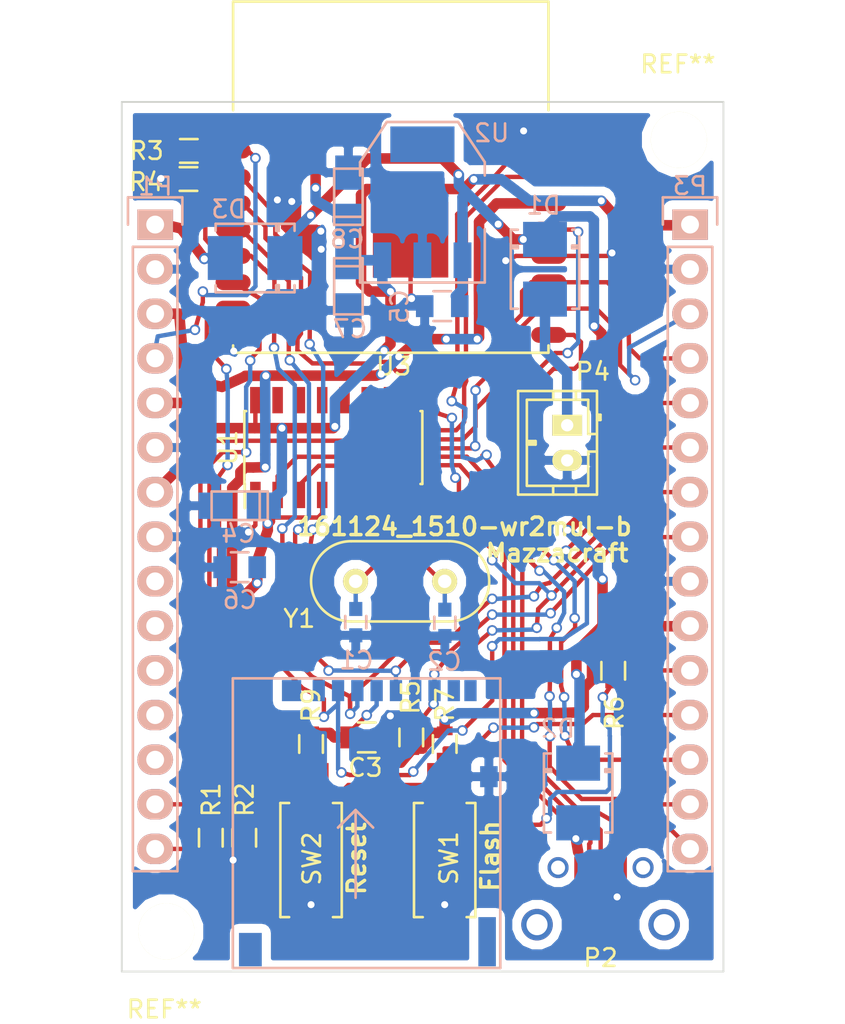
<source format=kicad_pcb>
(kicad_pcb (version 4) (host pcbnew 4.0.4+e1-6308~48~ubuntu16.04.1-stable)

  (general
    (links 88)
    (no_connects 1)
    (area 110.457857 95.593799 158.802143 154.355)
    (thickness 1.6)
    (drawings 8)
    (tracks 770)
    (zones 0)
    (modules 32)
    (nets 41)
  )

  (page A4)
  (layers
    (0 F.Cu signal)
    (31 B.Cu signal)
    (32 B.Adhes user)
    (33 F.Adhes user)
    (34 B.Paste user)
    (35 F.Paste user)
    (36 B.SilkS user)
    (37 F.SilkS user)
    (38 B.Mask user)
    (39 F.Mask user)
    (40 Dwgs.User user)
    (41 Cmts.User user)
    (42 Eco1.User user)
    (43 Eco2.User user)
    (44 Edge.Cuts user)
    (45 Margin user)
    (46 B.CrtYd user)
    (47 F.CrtYd user)
    (48 B.Fab user)
    (49 F.Fab user)
  )

  (setup
    (last_trace_width 0.6)
    (user_trace_width 0.6)
    (trace_clearance 0.2)
    (zone_clearance 0.2)
    (zone_45_only no)
    (trace_min 0.2)
    (segment_width 0.2)
    (edge_width 0.1)
    (via_size 0.6)
    (via_drill 0.4)
    (via_min_size 0.4)
    (via_min_drill 0.3)
    (uvia_size 0.3)
    (uvia_drill 0.1)
    (uvias_allowed no)
    (uvia_min_size 0.2)
    (uvia_min_drill 0.1)
    (pcb_text_width 0.3)
    (pcb_text_size 1.5 1.5)
    (mod_edge_width 0.15)
    (mod_text_size 1 1)
    (mod_text_width 0.15)
    (pad_size 3.2 3.2)
    (pad_drill 3.2)
    (pad_to_mask_clearance 0)
    (aux_axis_origin 0 0)
    (visible_elements FFFEFF7F)
    (pcbplotparams
      (layerselection 0x010fc_80000001)
      (usegerberextensions false)
      (excludeedgelayer true)
      (linewidth 0.100000)
      (plotframeref false)
      (viasonmask false)
      (mode 1)
      (useauxorigin false)
      (hpglpennumber 1)
      (hpglpenspeed 20)
      (hpglpendiameter 15)
      (hpglpenoverlay 2)
      (psnegative false)
      (psa4output false)
      (plotreference true)
      (plotvalue true)
      (plotinvisibletext false)
      (padsonsilk false)
      (subtractmaskfromsilk false)
      (outputformat 1)
      (mirror false)
      (drillshape 0)
      (scaleselection 1)
      (outputdirectory gerber/))
  )

  (net 0 "")
  (net 1 "Net-(C1-Pad1)")
  (net 2 GND)
  (net 3 "Net-(C2-Pad1)")
  (net 4 VCC)
  (net 5 +5V)
  (net 6 /GPIO12)
  (net 7 "Net-(CON1-Pad8)")
  (net 8 /GPIO14)
  (net 9 /GPIO13)
  (net 10 /GPIO15)
  (net 11 "Net-(CON1-Pad1)")
  (net 12 VDD)
  (net 13 VCOM)
  (net 14 /nRST)
  (net 15 /EN)
  (net 16 "Net-(P1-Pad9)")
  (net 17 "Net-(P1-Pad10)")
  (net 18 "Net-(P1-Pad11)")
  (net 19 "Net-(P1-Pad12)")
  (net 20 "Net-(P1-Pad13)")
  (net 21 /ADC)
  (net 22 "Net-(P1-Pad15)")
  (net 23 /USB_D+)
  (net 24 /USB_D-)
  (net 25 "Net-(P2-Pad4)")
  (net 26 /RS232_TX)
  (net 27 /RS232_RX)
  (net 28 /GPIO2)
  (net 29 /GPIO0)
  (net 30 /GPIO4)
  (net 31 /GPIO5)
  (net 32 /GPIO16)
  (net 33 "Net-(U1-Pad9)")
  (net 34 "Net-(U1-Pad10)")
  (net 35 "Net-(U1-Pad11)")
  (net 36 "Net-(U1-Pad12)")
  (net 37 "Net-(U1-Pad13)")
  (net 38 "Net-(U1-Pad14)")
  (net 39 "Net-(U1-Pad15)")
  (net 40 "Net-(D3-Pad2)")

  (net_class Default "This is the default net class."
    (clearance 0.2)
    (trace_width 0.25)
    (via_dia 0.6)
    (via_drill 0.4)
    (uvia_dia 0.3)
    (uvia_drill 0.1)
    (add_net +5V)
    (add_net /ADC)
    (add_net /EN)
    (add_net /GPIO0)
    (add_net /GPIO12)
    (add_net /GPIO13)
    (add_net /GPIO14)
    (add_net /GPIO15)
    (add_net /GPIO16)
    (add_net /GPIO2)
    (add_net /GPIO4)
    (add_net /GPIO5)
    (add_net /RS232_RX)
    (add_net /RS232_TX)
    (add_net /USB_D+)
    (add_net /USB_D-)
    (add_net /nRST)
    (add_net GND)
    (add_net "Net-(C1-Pad1)")
    (add_net "Net-(C2-Pad1)")
    (add_net "Net-(CON1-Pad1)")
    (add_net "Net-(CON1-Pad8)")
    (add_net "Net-(D3-Pad2)")
    (add_net "Net-(P1-Pad10)")
    (add_net "Net-(P1-Pad11)")
    (add_net "Net-(P1-Pad12)")
    (add_net "Net-(P1-Pad13)")
    (add_net "Net-(P1-Pad15)")
    (add_net "Net-(P1-Pad9)")
    (add_net "Net-(P2-Pad4)")
    (add_net "Net-(U1-Pad10)")
    (add_net "Net-(U1-Pad11)")
    (add_net "Net-(U1-Pad12)")
    (add_net "Net-(U1-Pad13)")
    (add_net "Net-(U1-Pad14)")
    (add_net "Net-(U1-Pad15)")
    (add_net "Net-(U1-Pad9)")
    (add_net VCC)
    (add_net VCOM)
    (add_net VDD)
  )

  (module Mounting_Holes:MountingHole_3.2mm_M3 (layer F.Cu) (tedit 5836852A) (tstamp 5836599E)
    (at 149.245 103.759)
    (descr "Mounting Hole 3.2mm, no annular, M3")
    (tags "mounting hole 3.2mm no annular m3")
    (fp_text reference REF** (at -0.055 -4.309) (layer F.SilkS)
      (effects (font (size 1 1) (thickness 0.15)))
    )
    (fp_text value MountingHole_3.2mm_M3 (at 0 4.2) (layer F.Fab)
      (effects (font (size 1 1) (thickness 0.15)))
    )
    (fp_circle (center 0 0) (end 3.2 0) (layer Cmts.User) (width 0.15))
    (fp_circle (center 0 0) (end 3.45 0) (layer F.CrtYd) (width 0.05))
    (pad 1 np_thru_hole circle (at 0 0) (size 3.2 3.2) (drill 3.2) (layers *.Cu *.Mask F.SilkS))
  )

  (module Capacitors_SMD:C_0603 (layer B.Cu) (tedit 5812CA53) (tstamp 581195A4)
    (at 130.82 131.23 270)
    (descr "Capacitor SMD 0603, reflow soldering, AVX (see smccp.pdf)")
    (tags "capacitor 0603")
    (path /57BD616F)
    (attr smd)
    (fp_text reference C1 (at 2.175 -0.03 360) (layer B.SilkS)
      (effects (font (size 1 1) (thickness 0.15)) (justify mirror))
    )
    (fp_text value 22 (at 0 -1.9 270) (layer B.Fab)
      (effects (font (size 1 1) (thickness 0.15)) (justify mirror))
    )
    (fp_line (start -0.8 -0.4) (end -0.8 0.4) (layer B.Fab) (width 0.15))
    (fp_line (start 0.8 -0.4) (end -0.8 -0.4) (layer B.Fab) (width 0.15))
    (fp_line (start 0.8 0.4) (end 0.8 -0.4) (layer B.Fab) (width 0.15))
    (fp_line (start -0.8 0.4) (end 0.8 0.4) (layer B.Fab) (width 0.15))
    (fp_line (start -1.45 0.75) (end 1.45 0.75) (layer B.CrtYd) (width 0.05))
    (fp_line (start -1.45 -0.75) (end 1.45 -0.75) (layer B.CrtYd) (width 0.05))
    (fp_line (start -1.45 0.75) (end -1.45 -0.75) (layer B.CrtYd) (width 0.05))
    (fp_line (start 1.45 0.75) (end 1.45 -0.75) (layer B.CrtYd) (width 0.05))
    (fp_line (start -0.35 0.6) (end 0.35 0.6) (layer B.SilkS) (width 0.15))
    (fp_line (start 0.35 -0.6) (end -0.35 -0.6) (layer B.SilkS) (width 0.15))
    (pad 1 smd rect (at -0.75 0 270) (size 0.8 0.75) (layers B.Cu B.Paste B.Mask)
      (net 1 "Net-(C1-Pad1)"))
    (pad 2 smd rect (at 0.75 0 270) (size 0.8 0.75) (layers B.Cu B.Paste B.Mask)
      (net 2 GND))
    (model Capacitors_SMD.3dshapes/C_0603.wrl
      (at (xyz 0 0 0))
      (scale (xyz 1 1 1))
      (rotate (xyz 0 0 0))
    )
  )

  (module Capacitors_SMD:C_0603 (layer B.Cu) (tedit 5812CA4A) (tstamp 581195AA)
    (at 135.9 131.27 270)
    (descr "Capacitor SMD 0603, reflow soldering, AVX (see smccp.pdf)")
    (tags "capacitor 0603")
    (path /57BD61DA)
    (attr smd)
    (fp_text reference C2 (at 2.205 0.03 360) (layer B.SilkS)
      (effects (font (size 1 1) (thickness 0.15)) (justify mirror))
    )
    (fp_text value 22 (at 0 -1.9 270) (layer B.Fab)
      (effects (font (size 1 1) (thickness 0.15)) (justify mirror))
    )
    (fp_line (start -0.8 -0.4) (end -0.8 0.4) (layer B.Fab) (width 0.15))
    (fp_line (start 0.8 -0.4) (end -0.8 -0.4) (layer B.Fab) (width 0.15))
    (fp_line (start 0.8 0.4) (end 0.8 -0.4) (layer B.Fab) (width 0.15))
    (fp_line (start -0.8 0.4) (end 0.8 0.4) (layer B.Fab) (width 0.15))
    (fp_line (start -1.45 0.75) (end 1.45 0.75) (layer B.CrtYd) (width 0.05))
    (fp_line (start -1.45 -0.75) (end 1.45 -0.75) (layer B.CrtYd) (width 0.05))
    (fp_line (start -1.45 0.75) (end -1.45 -0.75) (layer B.CrtYd) (width 0.05))
    (fp_line (start 1.45 0.75) (end 1.45 -0.75) (layer B.CrtYd) (width 0.05))
    (fp_line (start -0.35 0.6) (end 0.35 0.6) (layer B.SilkS) (width 0.15))
    (fp_line (start 0.35 -0.6) (end -0.35 -0.6) (layer B.SilkS) (width 0.15))
    (pad 1 smd rect (at -0.75 0 270) (size 0.8 0.75) (layers B.Cu B.Paste B.Mask)
      (net 3 "Net-(C2-Pad1)"))
    (pad 2 smd rect (at 0.75 0 270) (size 0.8 0.75) (layers B.Cu B.Paste B.Mask)
      (net 2 GND))
    (model Capacitors_SMD.3dshapes/C_0603.wrl
      (at (xyz 0 0 0))
      (scale (xyz 1 1 1))
      (rotate (xyz 0 0 0))
    )
  )

  (module Capacitors_SMD:C_0805 (layer F.Cu) (tedit 5812C9FA) (tstamp 581195B0)
    (at 131.445 137.795)
    (descr "Capacitor SMD 0805, reflow soldering, AVX (see smccp.pdf)")
    (tags "capacitor 0805")
    (path /57BD60BD)
    (attr smd)
    (fp_text reference C3 (at -0.075 1.725) (layer F.SilkS)
      (effects (font (size 1 1) (thickness 0.15)))
    )
    (fp_text value 10u (at 0 2.1) (layer F.Fab)
      (effects (font (size 1 1) (thickness 0.15)))
    )
    (fp_line (start -1 0.625) (end -1 -0.625) (layer F.Fab) (width 0.15))
    (fp_line (start 1 0.625) (end -1 0.625) (layer F.Fab) (width 0.15))
    (fp_line (start 1 -0.625) (end 1 0.625) (layer F.Fab) (width 0.15))
    (fp_line (start -1 -0.625) (end 1 -0.625) (layer F.Fab) (width 0.15))
    (fp_line (start -1.8 -1) (end 1.8 -1) (layer F.CrtYd) (width 0.05))
    (fp_line (start -1.8 1) (end 1.8 1) (layer F.CrtYd) (width 0.05))
    (fp_line (start -1.8 -1) (end -1.8 1) (layer F.CrtYd) (width 0.05))
    (fp_line (start 1.8 -1) (end 1.8 1) (layer F.CrtYd) (width 0.05))
    (fp_line (start 0.5 -0.85) (end -0.5 -0.85) (layer F.SilkS) (width 0.15))
    (fp_line (start -0.5 0.85) (end 0.5 0.85) (layer F.SilkS) (width 0.15))
    (pad 1 smd rect (at -1 0) (size 1 1.25) (layers F.Cu F.Paste F.Mask)
      (net 4 VCC))
    (pad 2 smd rect (at 1 0) (size 1 1.25) (layers F.Cu F.Paste F.Mask)
      (net 2 GND))
    (model Capacitors_SMD.3dshapes/C_0805.wrl
      (at (xyz 0 0 0))
      (scale (xyz 1 1 1))
      (rotate (xyz 0 0 0))
    )
  )

  (module Capacitors_Tantalum_SMD:TantalC_SizeS_EIA-3216 (layer B.Cu) (tedit 5812CA67) (tstamp 581195B6)
    (at 124.2 124.6)
    (descr "Tantal Cap. , Size S, EIA-3216, Hand Soldering")
    (path /57BE631E)
    (fp_text reference C4 (at -0.07 1.59) (layer B.SilkS)
      (effects (font (size 1 1) (thickness 0.15)) (justify mirror))
    )
    (fp_text value 100u (at 0 -1.27) (layer B.Fab)
      (effects (font (size 1 1) (thickness 0.15)) (justify mirror))
    )
    (fp_line (start 1.143 -0.8128) (end 1.143 0.8128) (layer B.SilkS) (width 0.15))
    (fp_line (start -1.6002 0.8128) (end -1.6002 -0.8128) (layer B.SilkS) (width 0.15))
    (fp_line (start -1.6002 -0.8128) (end 1.6002 -0.8128) (layer B.SilkS) (width 0.15))
    (fp_line (start 1.6002 -0.8128) (end 1.6002 0.8128) (layer B.SilkS) (width 0.15))
    (fp_line (start 1.6002 0.8128) (end -1.6002 0.8128) (layer B.SilkS) (width 0.15))
    (pad 1 smd rect (at 1.37414 0) (size 1.95072 1.50114) (layers B.Cu B.Paste B.Mask)
      (net 4 VCC))
    (pad 2 smd rect (at -1.37414 0) (size 1.95072 1.50114) (layers B.Cu B.Paste B.Mask)
      (net 2 GND))
    (model Capacitors_Tantalum_SMD.3dshapes/TantalC_SizeS_EIA-3216.wrl
      (at (xyz 0 0 0))
      (scale (xyz 1 1 1))
      (rotate (xyz 0 0 0))
    )
  )

  (module Capacitors_SMD:C_0805 (layer B.Cu) (tedit 5812CAB7) (tstamp 581195BC)
    (at 135.75 113.23)
    (descr "Capacitor SMD 0805, reflow soldering, AVX (see smccp.pdf)")
    (tags "capacitor 0805")
    (path /57BEE7A1)
    (attr smd)
    (fp_text reference C5 (at -2.425 0.025 90) (layer B.SilkS)
      (effects (font (size 1 1) (thickness 0.15)) (justify mirror))
    )
    (fp_text value 0.47u (at 0 -2.1) (layer B.Fab)
      (effects (font (size 1 1) (thickness 0.15)) (justify mirror))
    )
    (fp_line (start -1 -0.625) (end -1 0.625) (layer B.Fab) (width 0.15))
    (fp_line (start 1 -0.625) (end -1 -0.625) (layer B.Fab) (width 0.15))
    (fp_line (start 1 0.625) (end 1 -0.625) (layer B.Fab) (width 0.15))
    (fp_line (start -1 0.625) (end 1 0.625) (layer B.Fab) (width 0.15))
    (fp_line (start -1.8 1) (end 1.8 1) (layer B.CrtYd) (width 0.05))
    (fp_line (start -1.8 -1) (end 1.8 -1) (layer B.CrtYd) (width 0.05))
    (fp_line (start -1.8 1) (end -1.8 -1) (layer B.CrtYd) (width 0.05))
    (fp_line (start 1.8 1) (end 1.8 -1) (layer B.CrtYd) (width 0.05))
    (fp_line (start 0.5 0.85) (end -0.5 0.85) (layer B.SilkS) (width 0.15))
    (fp_line (start -0.5 -0.85) (end 0.5 -0.85) (layer B.SilkS) (width 0.15))
    (pad 1 smd rect (at -1 0) (size 1 1.25) (layers B.Cu B.Paste B.Mask)
      (net 2 GND))
    (pad 2 smd rect (at 1 0) (size 1 1.25) (layers B.Cu B.Paste B.Mask)
      (net 12 VDD))
    (model Capacitors_SMD.3dshapes/C_0805.wrl
      (at (xyz 0 0 0))
      (scale (xyz 1 1 1))
      (rotate (xyz 0 0 0))
    )
  )

  (module Capacitors_SMD:C_0805 (layer B.Cu) (tedit 5812CA62) (tstamp 581195C2)
    (at 124.2 128.1 180)
    (descr "Capacitor SMD 0805, reflow soldering, AVX (see smccp.pdf)")
    (tags "capacitor 0805")
    (path /57BE628F)
    (attr smd)
    (fp_text reference C6 (at -0.01 -1.86 180) (layer B.SilkS)
      (effects (font (size 1 1) (thickness 0.15)) (justify mirror))
    )
    (fp_text value 10u (at 0 -2.1 180) (layer B.Fab)
      (effects (font (size 1 1) (thickness 0.15)) (justify mirror))
    )
    (fp_line (start -1 -0.625) (end -1 0.625) (layer B.Fab) (width 0.15))
    (fp_line (start 1 -0.625) (end -1 -0.625) (layer B.Fab) (width 0.15))
    (fp_line (start 1 0.625) (end 1 -0.625) (layer B.Fab) (width 0.15))
    (fp_line (start -1 0.625) (end 1 0.625) (layer B.Fab) (width 0.15))
    (fp_line (start -1.8 1) (end 1.8 1) (layer B.CrtYd) (width 0.05))
    (fp_line (start -1.8 -1) (end 1.8 -1) (layer B.CrtYd) (width 0.05))
    (fp_line (start -1.8 1) (end -1.8 -1) (layer B.CrtYd) (width 0.05))
    (fp_line (start 1.8 1) (end 1.8 -1) (layer B.CrtYd) (width 0.05))
    (fp_line (start 0.5 0.85) (end -0.5 0.85) (layer B.SilkS) (width 0.15))
    (fp_line (start -0.5 -0.85) (end 0.5 -0.85) (layer B.SilkS) (width 0.15))
    (pad 1 smd rect (at -1 0 180) (size 1 1.25) (layers B.Cu B.Paste B.Mask)
      (net 4 VCC))
    (pad 2 smd rect (at 1 0 180) (size 1 1.25) (layers B.Cu B.Paste B.Mask)
      (net 2 GND))
    (model Capacitors_SMD.3dshapes/C_0805.wrl
      (at (xyz 0 0 0))
      (scale (xyz 1 1 1))
      (rotate (xyz 0 0 0))
    )
  )

  (module Capacitors_Tantalum_SMD:TantalC_SizeS_EIA-3216 (layer B.Cu) (tedit 5812CACF) (tstamp 581195C8)
    (at 130.4 112.1 90)
    (descr "Tantal Cap. , Size S, EIA-3216, Hand Soldering")
    (path /57BEDE6A)
    (fp_text reference C7 (at -2.43 0.09 180) (layer B.SilkS)
      (effects (font (size 1 1) (thickness 0.15)) (justify mirror))
    )
    (fp_text value 47u (at 0 -1.27 90) (layer B.Fab)
      (effects (font (size 1 1) (thickness 0.15)) (justify mirror))
    )
    (fp_line (start 1.143 -0.8128) (end 1.143 0.8128) (layer B.SilkS) (width 0.15))
    (fp_line (start -1.6002 0.8128) (end -1.6002 -0.8128) (layer B.SilkS) (width 0.15))
    (fp_line (start -1.6002 -0.8128) (end 1.6002 -0.8128) (layer B.SilkS) (width 0.15))
    (fp_line (start 1.6002 -0.8128) (end 1.6002 0.8128) (layer B.SilkS) (width 0.15))
    (fp_line (start 1.6002 0.8128) (end -1.6002 0.8128) (layer B.SilkS) (width 0.15))
    (pad 1 smd rect (at 1.37414 0 90) (size 1.95072 1.50114) (layers B.Cu B.Paste B.Mask)
      (net 4 VCC))
    (pad 2 smd rect (at -1.37414 0 90) (size 1.95072 1.50114) (layers B.Cu B.Paste B.Mask)
      (net 2 GND))
    (model Capacitors_Tantalum_SMD.3dshapes/TantalC_SizeS_EIA-3216.wrl
      (at (xyz 0 0 0))
      (scale (xyz 1 1 1))
      (rotate (xyz 0 0 0))
    )
  )

  (module Capacitors_Tantalum_SMD:TantalC_SizeS_EIA-3216 (layer B.Cu) (tedit 5812CAE2) (tstamp 581195CE)
    (at 130.4 107 270)
    (descr "Tantal Cap. , Size S, EIA-3216, Hand Soldering")
    (path /57BE5DF1)
    (fp_text reference C8 (at 2.42 0.06 360) (layer B.SilkS)
      (effects (font (size 1 1) (thickness 0.15)) (justify mirror))
    )
    (fp_text value 100u (at 0 -1.27 270) (layer B.Fab)
      (effects (font (size 1 1) (thickness 0.15)) (justify mirror))
    )
    (fp_line (start 1.143 -0.8128) (end 1.143 0.8128) (layer B.SilkS) (width 0.15))
    (fp_line (start -1.6002 0.8128) (end -1.6002 -0.8128) (layer B.SilkS) (width 0.15))
    (fp_line (start -1.6002 -0.8128) (end 1.6002 -0.8128) (layer B.SilkS) (width 0.15))
    (fp_line (start 1.6002 -0.8128) (end 1.6002 0.8128) (layer B.SilkS) (width 0.15))
    (fp_line (start 1.6002 0.8128) (end -1.6002 0.8128) (layer B.SilkS) (width 0.15))
    (pad 1 smd rect (at 1.37414 0 270) (size 1.95072 1.50114) (layers B.Cu B.Paste B.Mask)
      (net 4 VCC))
    (pad 2 smd rect (at -1.37414 0 270) (size 1.95072 1.50114) (layers B.Cu B.Paste B.Mask)
      (net 2 GND))
    (model Capacitors_Tantalum_SMD.3dshapes/TantalC_SizeS_EIA-3216.wrl
      (at (xyz 0 0 0))
      (scale (xyz 1 1 1))
      (rotate (xyz 0 0 0))
    )
  )

  (module library:MICROSD (layer B.Cu) (tedit 57F9CD77) (tstamp 581195E8)
    (at 130.81 138.43 180)
    (path /57BF871D)
    (fp_text reference CON1 (at 0 -11.25 180) (layer B.SilkS) hide
      (effects (font (size 1 1) (thickness 0.15)) (justify mirror))
    )
    (fp_text value Micro_SD_Card (at 0 4.9 180) (layer B.Fab) hide
      (effects (font (size 1 1) (thickness 0.15)) (justify mirror))
    )
    (fp_line (start -8.25 -12.5) (end -8.25 4) (layer B.SilkS) (width 0.15))
    (fp_line (start -8.25 4) (end 6.5 4) (layer B.SilkS) (width 0.15))
    (fp_line (start 6.5 4) (end 7 4) (layer B.SilkS) (width 0.15))
    (fp_line (start 7 4) (end 7 -12.5) (layer B.SilkS) (width 0.15))
    (fp_line (start 7 -12.5) (end -8.25 -12.5) (layer B.SilkS) (width 0.15))
    (fp_line (start 0 -8.5) (end 0 -3.5) (layer B.SilkS) (width 0.15))
    (fp_line (start 0 -3.5) (end 1 -4.5) (layer B.SilkS) (width 0.15))
    (fp_line (start 1 -4.5) (end 0 -3.5) (layer B.SilkS) (width 0.15))
    (fp_line (start 0 -3.5) (end -1 -4.5) (layer B.SilkS) (width 0.15))
    (pad 7 smd rect (at -4.5 3.3 180) (size 0.7 1.2) (layers B.Cu B.Paste B.Mask)
      (net 6 /GPIO12))
    (pad 10 smd rect (at -7.5 -11 180) (size 1 2.8) (layers B.Cu B.Paste B.Mask))
    (pad 11 smd rect (at 6 -11.45 180) (size 1.3 1.9) (layers B.Cu B.Paste B.Mask))
    (pad 8 smd rect (at -5.6 3.3 180) (size 0.7 1.2) (layers B.Cu B.Paste B.Mask)
      (net 7 "Net-(CON1-Pad8)"))
    (pad 6 smd rect (at -3.4 3.3 180) (size 0.7 1.2) (layers B.Cu B.Paste B.Mask)
      (net 2 GND))
    (pad 5 smd rect (at -2.3 3.3 180) (size 0.7 1.2) (layers B.Cu B.Paste B.Mask)
      (net 8 /GPIO14))
    (pad 4 smd rect (at -1.2 3.3 180) (size 0.7 1.2) (layers B.Cu B.Paste B.Mask)
      (net 4 VCC))
    (pad 3 smd rect (at -0.1 3.3 180) (size 0.7 1.2) (layers B.Cu B.Paste B.Mask)
      (net 9 /GPIO13))
    (pad 2 smd rect (at 1 3.3 180) (size 0.7 1.2) (layers B.Cu B.Paste B.Mask)
      (net 10 /GPIO15))
    (pad 1 smd rect (at 2.1 3.3 180) (size 0.7 1.2) (layers B.Cu B.Paste B.Mask)
      (net 11 "Net-(CON1-Pad1)"))
    (pad 12 smd rect (at 3.65 3.3 180) (size 1.1 1.2) (layers B.Cu B.Paste B.Mask))
    (pad 13 smd rect (at -6.55 3.3 180) (size 0.7 1.2) (layers B.Cu B.Paste B.Mask))
    (pad 9 smd rect (at -7.6 -1.6 180) (size 1 1.2) (layers B.Cu B.Paste B.Mask)
      (net 2 GND))
  )

  (module Diodes_SMD:DO-214BA (layer B.Cu) (tedit 5812CAC4) (tstamp 581195EE)
    (at 141.61 111.13 270)
    (descr "Microsemi LSM115J")
    (tags "DO-214BA diode")
    (path /57BF11EB)
    (attr smd)
    (fp_text reference D1 (at -3.635 0.085 360) (layer B.SilkS)
      (effects (font (size 1 1) (thickness 0.15)) (justify mirror))
    )
    (fp_text value "IN4007/M7(DO-214AC)" (at 0 -3 270) (layer B.Fab)
      (effects (font (size 1 1) (thickness 0.15)) (justify mirror))
    )
    (fp_line (start -3 2.25) (end 3 2.25) (layer B.CrtYd) (width 0.05))
    (fp_line (start 3 2.25) (end 3 -2.25) (layer B.CrtYd) (width 0.05))
    (fp_line (start 3 -2.25) (end -3 -2.25) (layer B.CrtYd) (width 0.05))
    (fp_line (start -3 -2.25) (end -3 2.25) (layer B.CrtYd) (width 0.05))
    (fp_line (start -2.25 1.95) (end -2.25 1.55) (layer B.SilkS) (width 0.15))
    (fp_line (start -2.25 -1.95) (end -2.25 -1.55) (layer B.SilkS) (width 0.15))
    (fp_line (start 2.25 -1.95) (end 2.25 -1.55) (layer B.SilkS) (width 0.15))
    (fp_line (start 2.25 1.95) (end 2.25 1.55) (layer B.SilkS) (width 0.15))
    (fp_line (start -1.35 -1.95) (end -1.35 -1.55) (layer B.SilkS) (width 0.15))
    (fp_line (start -1.35 -1.55) (end -1.2 -1.55) (layer B.SilkS) (width 0.15))
    (fp_line (start -1.2 -1.55) (end -1.2 -1.95) (layer B.SilkS) (width 0.15))
    (fp_line (start -1.35 1.95) (end -1.35 1.55) (layer B.SilkS) (width 0.15))
    (fp_line (start -1.35 1.55) (end -1.2 1.55) (layer B.SilkS) (width 0.15))
    (fp_line (start -1.2 1.55) (end -1.2 1.95) (layer B.SilkS) (width 0.15))
    (fp_line (start -2.25 1.95) (end 2.25 1.95) (layer B.SilkS) (width 0.15))
    (fp_line (start 2.25 -1.95) (end -2.25 -1.95) (layer B.SilkS) (width 0.15))
    (pad 2 smd rect (at 1.7 0 270) (size 2 2.5) (layers B.Cu B.Paste B.Mask)
      (net 5 +5V))
    (pad 1 smd rect (at -1.7 0 270) (size 2 2.5) (layers B.Cu B.Paste B.Mask)
      (net 12 VDD))
  )

  (module Diodes_SMD:DO-214BA (layer B.Cu) (tedit 5836854B) (tstamp 581195F4)
    (at 143.5 140.96 270)
    (descr "Microsemi LSM115J")
    (tags "DO-214BA diode")
    (path /5811717A)
    (attr smd)
    (fp_text reference D2 (at -3.68 1.16 360) (layer B.SilkS)
      (effects (font (size 1 1) (thickness 0.15)) (justify mirror))
    )
    (fp_text value "IN4007/M7(DO-214AC)" (at 0 -3 270) (layer B.Fab)
      (effects (font (size 1 1) (thickness 0.15)) (justify mirror))
    )
    (fp_line (start -3 2.25) (end 3 2.25) (layer B.CrtYd) (width 0.05))
    (fp_line (start 3 2.25) (end 3 -2.25) (layer B.CrtYd) (width 0.05))
    (fp_line (start 3 -2.25) (end -3 -2.25) (layer B.CrtYd) (width 0.05))
    (fp_line (start -3 -2.25) (end -3 2.25) (layer B.CrtYd) (width 0.05))
    (fp_line (start -2.25 1.95) (end -2.25 1.55) (layer B.SilkS) (width 0.15))
    (fp_line (start -2.25 -1.95) (end -2.25 -1.55) (layer B.SilkS) (width 0.15))
    (fp_line (start 2.25 -1.95) (end 2.25 -1.55) (layer B.SilkS) (width 0.15))
    (fp_line (start 2.25 1.95) (end 2.25 1.55) (layer B.SilkS) (width 0.15))
    (fp_line (start -1.35 -1.95) (end -1.35 -1.55) (layer B.SilkS) (width 0.15))
    (fp_line (start -1.35 -1.55) (end -1.2 -1.55) (layer B.SilkS) (width 0.15))
    (fp_line (start -1.2 -1.55) (end -1.2 -1.95) (layer B.SilkS) (width 0.15))
    (fp_line (start -1.35 1.95) (end -1.35 1.55) (layer B.SilkS) (width 0.15))
    (fp_line (start -1.35 1.55) (end -1.2 1.55) (layer B.SilkS) (width 0.15))
    (fp_line (start -1.2 1.55) (end -1.2 1.95) (layer B.SilkS) (width 0.15))
    (fp_line (start -2.25 1.95) (end 2.25 1.95) (layer B.SilkS) (width 0.15))
    (fp_line (start 2.25 -1.95) (end -2.25 -1.95) (layer B.SilkS) (width 0.15))
    (pad 2 smd rect (at 1.7 0 270) (size 2 2.5) (layers B.Cu B.Paste B.Mask)
      (net 13 VCOM))
    (pad 1 smd rect (at -1.7 0 270) (size 2 2.5) (layers B.Cu B.Paste B.Mask)
      (net 12 VDD))
  )

  (module Diodes_SMD:DO-214BA (layer B.Cu) (tedit 5812CAEB) (tstamp 581195FA)
    (at 125.08 110.49 180)
    (descr "Microsemi LSM115J")
    (tags "DO-214BA diode")
    (path /58116A86)
    (attr smd)
    (fp_text reference D3 (at 1.515 2.78 180) (layer B.SilkS)
      (effects (font (size 1 1) (thickness 0.15)) (justify mirror))
    )
    (fp_text value "IN4007/M7(DO-214AC)" (at 0 -3 180) (layer B.Fab)
      (effects (font (size 1 1) (thickness 0.15)) (justify mirror))
    )
    (fp_line (start -3 2.25) (end 3 2.25) (layer B.CrtYd) (width 0.05))
    (fp_line (start 3 2.25) (end 3 -2.25) (layer B.CrtYd) (width 0.05))
    (fp_line (start 3 -2.25) (end -3 -2.25) (layer B.CrtYd) (width 0.05))
    (fp_line (start -3 -2.25) (end -3 2.25) (layer B.CrtYd) (width 0.05))
    (fp_line (start -2.25 1.95) (end -2.25 1.55) (layer B.SilkS) (width 0.15))
    (fp_line (start -2.25 -1.95) (end -2.25 -1.55) (layer B.SilkS) (width 0.15))
    (fp_line (start 2.25 -1.95) (end 2.25 -1.55) (layer B.SilkS) (width 0.15))
    (fp_line (start 2.25 1.95) (end 2.25 1.55) (layer B.SilkS) (width 0.15))
    (fp_line (start -1.35 -1.95) (end -1.35 -1.55) (layer B.SilkS) (width 0.15))
    (fp_line (start -1.35 -1.55) (end -1.2 -1.55) (layer B.SilkS) (width 0.15))
    (fp_line (start -1.2 -1.55) (end -1.2 -1.95) (layer B.SilkS) (width 0.15))
    (fp_line (start -1.35 1.95) (end -1.35 1.55) (layer B.SilkS) (width 0.15))
    (fp_line (start -1.35 1.55) (end -1.2 1.55) (layer B.SilkS) (width 0.15))
    (fp_line (start -1.2 1.55) (end -1.2 1.95) (layer B.SilkS) (width 0.15))
    (fp_line (start -2.25 1.95) (end 2.25 1.95) (layer B.SilkS) (width 0.15))
    (fp_line (start 2.25 -1.95) (end -2.25 -1.95) (layer B.SilkS) (width 0.15))
    (pad 2 smd rect (at 1.7 0 180) (size 2 2.5) (layers B.Cu B.Paste B.Mask)
      (net 40 "Net-(D3-Pad2)"))
    (pad 1 smd rect (at -1.7 0 180) (size 2 2.5) (layers B.Cu B.Paste B.Mask)
      (net 12 VDD))
  )

  (module Pin_Headers:Pin_Header_Straight_1x15 (layer B.Cu) (tedit 5812CB20) (tstamp 5811960D)
    (at 119.38 108.585 180)
    (descr "Through hole pin header")
    (tags "pin header")
    (path /57BEA498)
    (fp_text reference P1 (at -0.01 2.175 180) (layer B.SilkS)
      (effects (font (size 1 1) (thickness 0.15)) (justify mirror))
    )
    (fp_text value THT_Male_P_1x15 (at 0 3.1 180) (layer B.Fab)
      (effects (font (size 1 1) (thickness 0.15)) (justify mirror))
    )
    (fp_line (start -1.75 1.75) (end -1.75 -37.35) (layer B.CrtYd) (width 0.05))
    (fp_line (start 1.75 1.75) (end 1.75 -37.35) (layer B.CrtYd) (width 0.05))
    (fp_line (start -1.75 1.75) (end 1.75 1.75) (layer B.CrtYd) (width 0.05))
    (fp_line (start -1.75 -37.35) (end 1.75 -37.35) (layer B.CrtYd) (width 0.05))
    (fp_line (start -1.27 -1.27) (end -1.27 -36.83) (layer B.SilkS) (width 0.15))
    (fp_line (start -1.27 -36.83) (end 1.27 -36.83) (layer B.SilkS) (width 0.15))
    (fp_line (start 1.27 -36.83) (end 1.27 -1.27) (layer B.SilkS) (width 0.15))
    (fp_line (start 1.55 1.55) (end 1.55 0) (layer B.SilkS) (width 0.15))
    (fp_line (start 1.27 -1.27) (end -1.27 -1.27) (layer B.SilkS) (width 0.15))
    (fp_line (start -1.55 0) (end -1.55 1.55) (layer B.SilkS) (width 0.15))
    (fp_line (start -1.55 1.55) (end 1.55 1.55) (layer B.SilkS) (width 0.15))
    (pad 1 thru_hole rect (at 0 0 180) (size 2.032 1.7272) (drill 1.016) (layers *.Cu *.Mask B.SilkS)
      (net 40 "Net-(D3-Pad2)"))
    (pad 2 thru_hole oval (at 0 -2.54 180) (size 2.032 1.7272) (drill 1.016) (layers *.Cu *.Mask B.SilkS)
      (net 2 GND))
    (pad 3 thru_hole oval (at 0 -5.08 180) (size 2.032 1.7272) (drill 1.016) (layers *.Cu *.Mask B.SilkS)
      (net 14 /nRST))
    (pad 4 thru_hole oval (at 0 -7.62 180) (size 2.032 1.7272) (drill 1.016) (layers *.Cu *.Mask B.SilkS)
      (net 15 /EN))
    (pad 5 thru_hole oval (at 0 -10.16 180) (size 2.032 1.7272) (drill 1.016) (layers *.Cu *.Mask B.SilkS)
      (net 4 VCC))
    (pad 6 thru_hole oval (at 0 -12.7 180) (size 2.032 1.7272) (drill 1.016) (layers *.Cu *.Mask B.SilkS)
      (net 2 GND))
    (pad 7 thru_hole oval (at 0 -15.24 180) (size 2.032 1.7272) (drill 1.016) (layers *.Cu *.Mask B.SilkS)
      (net 4 VCC))
    (pad 8 thru_hole oval (at 0 -17.78 180) (size 2.032 1.7272) (drill 1.016) (layers *.Cu *.Mask B.SilkS)
      (net 2 GND))
    (pad 9 thru_hole oval (at 0 -20.32 180) (size 2.032 1.7272) (drill 1.016) (layers *.Cu *.Mask B.SilkS)
      (net 16 "Net-(P1-Pad9)"))
    (pad 10 thru_hole oval (at 0 -22.86 180) (size 2.032 1.7272) (drill 1.016) (layers *.Cu *.Mask B.SilkS)
      (net 17 "Net-(P1-Pad10)"))
    (pad 11 thru_hole oval (at 0 -25.4 180) (size 2.032 1.7272) (drill 1.016) (layers *.Cu *.Mask B.SilkS)
      (net 18 "Net-(P1-Pad11)"))
    (pad 12 thru_hole oval (at 0 -27.94 180) (size 2.032 1.7272) (drill 1.016) (layers *.Cu *.Mask B.SilkS)
      (net 19 "Net-(P1-Pad12)"))
    (pad 13 thru_hole oval (at 0 -30.48 180) (size 2.032 1.7272) (drill 1.016) (layers *.Cu *.Mask B.SilkS)
      (net 20 "Net-(P1-Pad13)"))
    (pad 14 thru_hole oval (at 0 -33.02 180) (size 2.032 1.7272) (drill 1.016) (layers *.Cu *.Mask B.SilkS)
      (net 21 /ADC))
    (pad 15 thru_hole oval (at 0 -35.56 180) (size 2.032 1.7272) (drill 1.016) (layers *.Cu *.Mask B.SilkS)
      (net 22 "Net-(P1-Pad15)"))
    (model Pin_Headers.3dshapes/Pin_Header_Straight_1x15.wrl
      (at (xyz 0 -0.7 0))
      (scale (xyz 1 1 1))
      (rotate (xyz 0 0 90))
    )
  )

  (module library:uUSB_B_Receptacle (layer F.Cu) (tedit 58368543) (tstamp 5811961A)
    (at 144.78 148.46 180)
    (path /57BD4D84)
    (fp_text reference P2 (at 0 -1.89 180) (layer F.SilkS)
      (effects (font (size 1 1) (thickness 0.15)))
    )
    (fp_text value USB_A (at 0 -2.25 180) (layer F.Fab)
      (effects (font (size 1 1) (thickness 0.15)))
    )
    (pad "" thru_hole circle (at -3.625 0 180) (size 1.8 1.8) (drill 1.2) (layers *.Cu *.Mask))
    (pad "" thru_hole circle (at -2.425 3.25 180) (size 1.2 1.2) (drill 0.8) (layers *.Cu *.Mask))
    (pad 3 smd rect (at 0 3.2 180) (size 0.4 1.35) (layers F.Cu F.Paste F.Mask)
      (net 23 /USB_D+))
    (pad 2 smd rect (at 0.65 3.2 180) (size 0.4 1.35) (layers F.Cu F.Paste F.Mask)
      (net 24 /USB_D-))
    (pad 1 smd rect (at 1.3 3.2 180) (size 0.4 1.35) (layers F.Cu F.Paste F.Mask)
      (net 13 VCOM))
    (pad 4 smd rect (at -0.65 3.2 180) (size 0.4 1.35) (layers F.Cu F.Paste F.Mask)
      (net 25 "Net-(P2-Pad4)"))
    (pad 5 smd rect (at -1.3 3.2 180) (size 0.4 1.35) (layers F.Cu F.Paste F.Mask)
      (net 2 GND))
    (pad "" thru_hole circle (at 2.425 3.25 180) (size 1.2 1.2) (drill 0.8) (layers *.Cu *.Mask))
    (pad "" thru_hole circle (at 3.625 0 180) (size 1.8 1.8) (drill 1.2) (layers *.Cu *.Mask))
  )

  (module Pin_Headers:Pin_Header_Straight_1x15 (layer B.Cu) (tedit 5812D123) (tstamp 5811962D)
    (at 149.88 108.585 180)
    (descr "Through hole pin header")
    (tags "pin header")
    (path /57BEA56A)
    (fp_text reference P3 (at 0.005 2.205 180) (layer B.SilkS)
      (effects (font (size 1 1) (thickness 0.15)) (justify mirror))
    )
    (fp_text value THT_Male_P_1x15 (at 0 3.1 180) (layer B.Fab)
      (effects (font (size 1 1) (thickness 0.15)) (justify mirror))
    )
    (fp_line (start -1.75 1.75) (end -1.75 -37.35) (layer B.CrtYd) (width 0.05))
    (fp_line (start 1.75 1.75) (end 1.75 -37.35) (layer B.CrtYd) (width 0.05))
    (fp_line (start -1.75 1.75) (end 1.75 1.75) (layer B.CrtYd) (width 0.05))
    (fp_line (start -1.75 -37.35) (end 1.75 -37.35) (layer B.CrtYd) (width 0.05))
    (fp_line (start -1.27 -1.27) (end -1.27 -36.83) (layer B.SilkS) (width 0.15))
    (fp_line (start -1.27 -36.83) (end 1.27 -36.83) (layer B.SilkS) (width 0.15))
    (fp_line (start 1.27 -36.83) (end 1.27 -1.27) (layer B.SilkS) (width 0.15))
    (fp_line (start 1.55 1.55) (end 1.55 0) (layer B.SilkS) (width 0.15))
    (fp_line (start 1.27 -1.27) (end -1.27 -1.27) (layer B.SilkS) (width 0.15))
    (fp_line (start -1.55 0) (end -1.55 1.55) (layer B.SilkS) (width 0.15))
    (fp_line (start -1.55 1.55) (end 1.55 1.55) (layer B.SilkS) (width 0.15))
    (pad 1 thru_hole rect (at 0 0 180) (size 2.032 1.7272) (drill 1.016) (layers *.Cu *.Mask B.SilkS)
      (net 4 VCC))
    (pad 2 thru_hole oval (at 0 -2.54 180) (size 2.032 1.7272) (drill 1.016) (layers *.Cu *.Mask B.SilkS)
      (net 2 GND))
    (pad 3 thru_hole oval (at 0 -5.08 180) (size 2.032 1.7272) (drill 1.016) (layers *.Cu *.Mask B.SilkS)
      (net 26 /RS232_TX))
    (pad 4 thru_hole oval (at 0 -7.62 180) (size 2.032 1.7272) (drill 1.016) (layers *.Cu *.Mask B.SilkS)
      (net 27 /RS232_RX))
    (pad 5 thru_hole oval (at 0 -10.16 180) (size 2.032 1.7272) (drill 1.016) (layers *.Cu *.Mask B.SilkS)
      (net 10 /GPIO15))
    (pad 6 thru_hole oval (at 0 -12.7 180) (size 2.032 1.7272) (drill 1.016) (layers *.Cu *.Mask B.SilkS)
      (net 9 /GPIO13))
    (pad 7 thru_hole oval (at 0 -15.24 180) (size 2.032 1.7272) (drill 1.016) (layers *.Cu *.Mask B.SilkS)
      (net 6 /GPIO12))
    (pad 8 thru_hole oval (at 0 -17.78 180) (size 2.032 1.7272) (drill 1.016) (layers *.Cu *.Mask B.SilkS)
      (net 8 /GPIO14))
    (pad 9 thru_hole oval (at 0 -20.32 180) (size 2.032 1.7272) (drill 1.016) (layers *.Cu *.Mask B.SilkS)
      (net 2 GND))
    (pad 10 thru_hole oval (at 0 -22.86 180) (size 2.032 1.7272) (drill 1.016) (layers *.Cu *.Mask B.SilkS)
      (net 4 VCC))
    (pad 11 thru_hole oval (at 0 -25.4 180) (size 2.032 1.7272) (drill 1.016) (layers *.Cu *.Mask B.SilkS)
      (net 28 /GPIO2))
    (pad 12 thru_hole oval (at 0 -27.94 180) (size 2.032 1.7272) (drill 1.016) (layers *.Cu *.Mask B.SilkS)
      (net 29 /GPIO0))
    (pad 13 thru_hole oval (at 0 -30.48 180) (size 2.032 1.7272) (drill 1.016) (layers *.Cu *.Mask B.SilkS)
      (net 30 /GPIO4))
    (pad 14 thru_hole oval (at 0 -33.02 180) (size 2.032 1.7272) (drill 1.016) (layers *.Cu *.Mask B.SilkS)
      (net 31 /GPIO5))
    (pad 15 thru_hole oval (at 0 -35.56 180) (size 2.032 1.7272) (drill 1.016) (layers *.Cu *.Mask B.SilkS)
      (net 32 /GPIO16))
    (model Pin_Headers.3dshapes/Pin_Header_Straight_1x15.wrl
      (at (xyz 0 -0.7 0))
      (scale (xyz 1 1 1))
      (rotate (xyz 0 0 90))
    )
  )

  (module Connectors_JST:JST_PH_B2B-PH-K_02x2.00mm_Straight (layer F.Cu) (tedit 58144AD0) (tstamp 58119633)
    (at 142.875 120.015 270)
    (descr http://www.jst-mfg.com/product/pdf/eng/ePH.pdf)
    (tags "connector jst ph")
    (path /57BF1039)
    (fp_text reference P4 (at -3.055 -1.465 360) (layer F.SilkS)
      (effects (font (size 1 1) (thickness 0.15)))
    )
    (fp_text value POWER_5V (at 1 4 270) (layer F.Fab)
      (effects (font (size 1 1) (thickness 0.15)))
    )
    (fp_line (start -1.95 2.8) (end -1.95 -1.7) (layer F.SilkS) (width 0.15))
    (fp_line (start -1.95 -1.7) (end 3.95 -1.7) (layer F.SilkS) (width 0.15))
    (fp_line (start 3.95 -1.7) (end 3.95 2.8) (layer F.SilkS) (width 0.15))
    (fp_line (start 3.95 2.8) (end -1.95 2.8) (layer F.SilkS) (width 0.15))
    (fp_line (start 0.5 -1.7) (end 0.5 -1.2) (layer F.SilkS) (width 0.15))
    (fp_line (start 0.5 -1.2) (end -1.45 -1.2) (layer F.SilkS) (width 0.15))
    (fp_line (start -1.45 -1.2) (end -1.45 2.3) (layer F.SilkS) (width 0.15))
    (fp_line (start -1.45 2.3) (end 3.45 2.3) (layer F.SilkS) (width 0.15))
    (fp_line (start 3.45 2.3) (end 3.45 -1.2) (layer F.SilkS) (width 0.15))
    (fp_line (start 3.45 -1.2) (end 1.5 -1.2) (layer F.SilkS) (width 0.15))
    (fp_line (start 1.5 -1.2) (end 1.5 -1.7) (layer F.SilkS) (width 0.15))
    (fp_line (start -1.95 -0.5) (end -1.45 -0.5) (layer F.SilkS) (width 0.15))
    (fp_line (start -1.95 0.8) (end -1.45 0.8) (layer F.SilkS) (width 0.15))
    (fp_line (start 3.45 -0.5) (end 3.95 -0.5) (layer F.SilkS) (width 0.15))
    (fp_line (start 3.45 0.8) (end 3.95 0.8) (layer F.SilkS) (width 0.15))
    (fp_line (start -0.3 -1.7) (end -0.3 -1.9) (layer F.SilkS) (width 0.15))
    (fp_line (start -0.3 -1.9) (end -0.6 -1.9) (layer F.SilkS) (width 0.15))
    (fp_line (start -0.6 -1.9) (end -0.6 -1.7) (layer F.SilkS) (width 0.15))
    (fp_line (start -0.3 -1.8) (end -0.6 -1.8) (layer F.SilkS) (width 0.15))
    (fp_line (start 0.9 2.3) (end 0.9 1.8) (layer F.SilkS) (width 0.15))
    (fp_line (start 0.9 1.8) (end 1.1 1.8) (layer F.SilkS) (width 0.15))
    (fp_line (start 1.1 1.8) (end 1.1 2.3) (layer F.SilkS) (width 0.15))
    (fp_line (start 1 2.3) (end 1 1.8) (layer F.SilkS) (width 0.15))
    (fp_line (start -2.45 3.3) (end -2.45 -2.2) (layer F.CrtYd) (width 0.05))
    (fp_line (start -2.45 -2.2) (end 4.45 -2.2) (layer F.CrtYd) (width 0.05))
    (fp_line (start 4.45 -2.2) (end 4.45 3.3) (layer F.CrtYd) (width 0.05))
    (fp_line (start 4.45 3.3) (end -2.45 3.3) (layer F.CrtYd) (width 0.05))
    (pad 1 thru_hole rect (at 0 0 270) (size 1.2 1.7) (drill 0.7) (layers *.Cu *.Mask F.SilkS)
      (net 5 +5V))
    (pad 2 thru_hole oval (at 2 0 270) (size 1.2 1.7) (drill 0.7) (layers *.Cu *.Mask F.SilkS)
      (net 2 GND))
  )

  (module Buttons_Switches_SMD:SW_SPST_REED_CT05-XXXX-G1 (layer F.Cu) (tedit 5812C9C4) (tstamp 58119669)
    (at 135.89 144.78 90)
    (descr "Coto Technologies SPST Reed Switch CT05-XXXX-G1")
    (tags "Coto Reed SPST Switch")
    (path /57BE7B19)
    (attr smd)
    (fp_text reference SW1 (at 0.11 0.24 90) (layer F.SilkS)
      (effects (font (size 1 1) (thickness 0.15)))
    )
    (fp_text value Flash (at 0 -2.54 90) (layer F.Fab)
      (effects (font (size 1 1) (thickness 0.15)))
    )
    (fp_line (start -5.8 2) (end -5.8 -2) (layer F.CrtYd) (width 0.05))
    (fp_line (start -5.8 -2) (end 5.8 -2) (layer F.CrtYd) (width 0.05))
    (fp_line (start 5.8 -2) (end 5.8 2) (layer F.CrtYd) (width 0.05))
    (fp_line (start 5.8 2) (end -5.8 2) (layer F.CrtYd) (width 0.05))
    (fp_line (start 3.25 1.25) (end 3.25 1.75) (layer F.SilkS) (width 0.15))
    (fp_line (start 3.25 1.75) (end -3.25 1.75) (layer F.SilkS) (width 0.15))
    (fp_line (start -3.25 1.75) (end -3.25 1.25) (layer F.SilkS) (width 0.15))
    (fp_line (start -3.25 -1.25) (end -3.25 -1.75) (layer F.SilkS) (width 0.15))
    (fp_line (start -3.25 -1.75) (end 3.25 -1.75) (layer F.SilkS) (width 0.15))
    (fp_line (start 3.25 -1.75) (end 3.25 -1.25) (layer F.SilkS) (width 0.15))
    (pad 2 smd rect (at 4.275 0 90) (size 2.5 2) (layers F.Cu F.Paste F.Mask)
      (net 29 /GPIO0))
    (pad 1 smd rect (at -4.275 0 90) (size 2.5 2) (layers F.Cu F.Paste F.Mask)
      (net 2 GND))
  )

  (module Buttons_Switches_SMD:SW_SPST_REED_CT05-XXXX-G1 (layer F.Cu) (tedit 5812C9BD) (tstamp 5811966F)
    (at 128.27 144.78 90)
    (descr "Coto Technologies SPST Reed Switch CT05-XXXX-G1")
    (tags "Coto Reed SPST Switch")
    (path /57BE7BAB)
    (attr smd)
    (fp_text reference SW2 (at 0.08 0.05 90) (layer F.SilkS)
      (effects (font (size 1 1) (thickness 0.15)))
    )
    (fp_text value Reset (at 0 -2.54 90) (layer F.Fab)
      (effects (font (size 1 1) (thickness 0.15)))
    )
    (fp_line (start -5.8 2) (end -5.8 -2) (layer F.CrtYd) (width 0.05))
    (fp_line (start -5.8 -2) (end 5.8 -2) (layer F.CrtYd) (width 0.05))
    (fp_line (start 5.8 -2) (end 5.8 2) (layer F.CrtYd) (width 0.05))
    (fp_line (start 5.8 2) (end -5.8 2) (layer F.CrtYd) (width 0.05))
    (fp_line (start 3.25 1.25) (end 3.25 1.75) (layer F.SilkS) (width 0.15))
    (fp_line (start 3.25 1.75) (end -3.25 1.75) (layer F.SilkS) (width 0.15))
    (fp_line (start -3.25 1.75) (end -3.25 1.25) (layer F.SilkS) (width 0.15))
    (fp_line (start -3.25 -1.25) (end -3.25 -1.75) (layer F.SilkS) (width 0.15))
    (fp_line (start -3.25 -1.75) (end 3.25 -1.75) (layer F.SilkS) (width 0.15))
    (fp_line (start 3.25 -1.75) (end 3.25 -1.25) (layer F.SilkS) (width 0.15))
    (pad 2 smd rect (at 4.275 0 90) (size 2.5 2) (layers F.Cu F.Paste F.Mask)
      (net 14 /nRST))
    (pad 1 smd rect (at -4.275 0 90) (size 2.5 2) (layers F.Cu F.Paste F.Mask)
      (net 2 GND))
  )

  (module Housings_SOIC:SOIC-16_3.9x9.9mm_Pitch1.27mm (layer F.Cu) (tedit 574D979F) (tstamp 58119683)
    (at 129.54 121.285 90)
    (descr "16-Lead Plastic Small Outline (SL) - Narrow, 3.90 mm Body [SOIC] (see Microchip Packaging Specification 00000049BS.pdf)")
    (tags "SOIC 1.27")
    (path /57BD431F)
    (attr smd)
    (fp_text reference U1 (at 0 -6 90) (layer F.SilkS)
      (effects (font (size 1 1) (thickness 0.15)))
    )
    (fp_text value CH340G (at 0 6 90) (layer F.Fab)
      (effects (font (size 1 1) (thickness 0.15)))
    )
    (fp_line (start -0.95 -4.95) (end 1.95 -4.95) (layer F.Fab) (width 0.15))
    (fp_line (start 1.95 -4.95) (end 1.95 4.95) (layer F.Fab) (width 0.15))
    (fp_line (start 1.95 4.95) (end -1.95 4.95) (layer F.Fab) (width 0.15))
    (fp_line (start -1.95 4.95) (end -1.95 -3.95) (layer F.Fab) (width 0.15))
    (fp_line (start -1.95 -3.95) (end -0.95 -4.95) (layer F.Fab) (width 0.15))
    (fp_line (start -3.7 -5.25) (end -3.7 5.25) (layer F.CrtYd) (width 0.05))
    (fp_line (start 3.7 -5.25) (end 3.7 5.25) (layer F.CrtYd) (width 0.05))
    (fp_line (start -3.7 -5.25) (end 3.7 -5.25) (layer F.CrtYd) (width 0.05))
    (fp_line (start -3.7 5.25) (end 3.7 5.25) (layer F.CrtYd) (width 0.05))
    (fp_line (start -2.075 -5.075) (end -2.075 -5.05) (layer F.SilkS) (width 0.15))
    (fp_line (start 2.075 -5.075) (end 2.075 -4.97) (layer F.SilkS) (width 0.15))
    (fp_line (start 2.075 5.075) (end 2.075 4.97) (layer F.SilkS) (width 0.15))
    (fp_line (start -2.075 5.075) (end -2.075 4.97) (layer F.SilkS) (width 0.15))
    (fp_line (start -2.075 -5.075) (end 2.075 -5.075) (layer F.SilkS) (width 0.15))
    (fp_line (start -2.075 5.075) (end 2.075 5.075) (layer F.SilkS) (width 0.15))
    (fp_line (start -2.075 -5.05) (end -3.45 -5.05) (layer F.SilkS) (width 0.15))
    (pad 1 smd rect (at -2.7 -4.445 90) (size 1.5 0.6) (layers F.Cu F.Paste F.Mask)
      (net 2 GND))
    (pad 2 smd rect (at -2.7 -3.175 90) (size 1.5 0.6) (layers F.Cu F.Paste F.Mask)
      (net 26 /RS232_TX))
    (pad 3 smd rect (at -2.7 -1.905 90) (size 1.5 0.6) (layers F.Cu F.Paste F.Mask)
      (net 27 /RS232_RX))
    (pad 4 smd rect (at -2.7 -0.635 90) (size 1.5 0.6) (layers F.Cu F.Paste F.Mask)
      (net 4 VCC))
    (pad 5 smd rect (at -2.7 0.635 90) (size 1.5 0.6) (layers F.Cu F.Paste F.Mask)
      (net 23 /USB_D+))
    (pad 6 smd rect (at -2.7 1.905 90) (size 1.5 0.6) (layers F.Cu F.Paste F.Mask)
      (net 24 /USB_D-))
    (pad 7 smd rect (at -2.7 3.175 90) (size 1.5 0.6) (layers F.Cu F.Paste F.Mask)
      (net 1 "Net-(C1-Pad1)"))
    (pad 8 smd rect (at -2.7 4.445 90) (size 1.5 0.6) (layers F.Cu F.Paste F.Mask)
      (net 3 "Net-(C2-Pad1)"))
    (pad 9 smd rect (at 2.7 4.445 90) (size 1.5 0.6) (layers F.Cu F.Paste F.Mask)
      (net 33 "Net-(U1-Pad9)"))
    (pad 10 smd rect (at 2.7 3.175 90) (size 1.5 0.6) (layers F.Cu F.Paste F.Mask)
      (net 34 "Net-(U1-Pad10)"))
    (pad 11 smd rect (at 2.7 1.905 90) (size 1.5 0.6) (layers F.Cu F.Paste F.Mask)
      (net 35 "Net-(U1-Pad11)"))
    (pad 12 smd rect (at 2.7 0.635 90) (size 1.5 0.6) (layers F.Cu F.Paste F.Mask)
      (net 36 "Net-(U1-Pad12)"))
    (pad 13 smd rect (at 2.7 -0.635 90) (size 1.5 0.6) (layers F.Cu F.Paste F.Mask)
      (net 37 "Net-(U1-Pad13)"))
    (pad 14 smd rect (at 2.7 -1.905 90) (size 1.5 0.6) (layers F.Cu F.Paste F.Mask)
      (net 38 "Net-(U1-Pad14)"))
    (pad 15 smd rect (at 2.7 -3.175 90) (size 1.5 0.6) (layers F.Cu F.Paste F.Mask)
      (net 39 "Net-(U1-Pad15)"))
    (pad 16 smd rect (at 2.7 -4.445 90) (size 1.5 0.6) (layers F.Cu F.Paste F.Mask)
      (net 4 VCC))
    (model Housings_SOIC.3dshapes/SOIC-16_3.9x9.9mm_Pitch1.27mm.wrl
      (at (xyz 0 0 0))
      (scale (xyz 1 1 1))
      (rotate (xyz 0 0 0))
    )
  )

  (module TO_SOT_Packages_SMD:SOT-223 (layer B.Cu) (tedit 5812CADA) (tstamp 5811968B)
    (at 134.62 107.315 180)
    (descr "module CMS SOT223 4 pins")
    (tags "CMS SOT")
    (path /57BEDDC7)
    (attr smd)
    (fp_text reference U2 (at -3.95 3.945 180) (layer B.SilkS)
      (effects (font (size 1 1) (thickness 0.15)) (justify mirror))
    )
    (fp_text value LM3940IMP-3.3 (at 0 -0.762 180) (layer B.Fab)
      (effects (font (size 1 1) (thickness 0.15)) (justify mirror))
    )
    (fp_line (start -3.556 -1.524) (end -3.556 -4.572) (layer B.SilkS) (width 0.15))
    (fp_line (start -3.556 -4.572) (end 3.556 -4.572) (layer B.SilkS) (width 0.15))
    (fp_line (start 3.556 -4.572) (end 3.556 -1.524) (layer B.SilkS) (width 0.15))
    (fp_line (start -3.556 1.524) (end -3.556 2.286) (layer B.SilkS) (width 0.15))
    (fp_line (start -3.556 2.286) (end -2.032 4.572) (layer B.SilkS) (width 0.15))
    (fp_line (start -2.032 4.572) (end 2.032 4.572) (layer B.SilkS) (width 0.15))
    (fp_line (start 2.032 4.572) (end 3.556 2.286) (layer B.SilkS) (width 0.15))
    (fp_line (start 3.556 2.286) (end 3.556 1.524) (layer B.SilkS) (width 0.15))
    (pad 4 smd rect (at 0 3.302 180) (size 3.6576 2.032) (layers B.Cu B.Paste B.Mask))
    (pad 2 smd rect (at 0 -3.302 180) (size 1.016 2.032) (layers B.Cu B.Paste B.Mask)
      (net 2 GND))
    (pad 3 smd rect (at 2.286 -3.302 180) (size 1.016 2.032) (layers B.Cu B.Paste B.Mask)
      (net 4 VCC))
    (pad 1 smd rect (at -2.286 -3.302 180) (size 1.016 2.032) (layers B.Cu B.Paste B.Mask)
      (net 12 VDD))
    (model TO_SOT_Packages_SMD.3dshapes/SOT-223.wrl
      (at (xyz 0 0 0))
      (scale (xyz 0.4 0.4 0.4))
      (rotate (xyz 0 0 0))
    )
  )

  (module library:ESP-13-WROOM-02 (layer F.Cu) (tedit 5812CB3B) (tstamp 581196B3)
    (at 123.825 102.87)
    (descr "Module, ESP-8266, ESP-13-WROOM-02, 18 pad, SMD")
    (tags "Module ESP-8266 ESP8266")
    (path /57BD2AF0)
    (fp_text reference U3 (at 9.155 13.79) (layer F.SilkS)
      (effects (font (size 1 1) (thickness 0.15)))
    )
    (fp_text value ESP-13-WROOM-02 (at 9 0) (layer F.Fab)
      (effects (font (size 1 1) (thickness 0.15)))
    )
    (fp_line (start 0 -6.985) (end 0 -0.8) (layer F.SilkS) (width 0.1524))
    (fp_line (start 17.9832 12.6) (end 17.9832 12.9794) (layer F.SilkS) (width 0.1524))
    (fp_line (start 0 12.6) (end 0 12.9794) (layer F.SilkS) (width 0.1524))
    (fp_line (start 17.9832 -6.985) (end 17.9832 -0.8) (layer F.SilkS) (width 0.1524))
    (fp_line (start 0 13.0175) (end 17.9832 13.0175) (layer F.SilkS) (width 0.1524))
    (fp_line (start 17.9705 -6.985) (end 0 -6.985) (layer F.SilkS) (width 0.1524))
    (fp_line (start 18 -7) (end 0 -1.2) (layer F.CrtYd) (width 0.1524))
    (fp_line (start 0 -7) (end 18 -1.2) (layer F.CrtYd) (width 0.1524))
    (fp_text user "No Copper" (at 9 -4) (layer F.CrtYd)
      (effects (font (size 1 1) (thickness 0.15)))
    )
    (fp_line (start 0 -7) (end 0 -1.2) (layer F.CrtYd) (width 0.1524))
    (fp_line (start 0 -1.2) (end 18 -1.2) (layer F.CrtYd) (width 0.1524))
    (fp_line (start 18 -1.2) (end 18 -7) (layer F.CrtYd) (width 0.1524))
    (fp_line (start 18 -7) (end 0 -7) (layer F.CrtYd) (width 0.1524))
    (fp_line (start 18 -7) (end 18 13) (layer F.Fab) (width 0.05))
    (fp_line (start 0 13) (end 18 13) (layer F.Fab) (width 0.05))
    (fp_line (start 0 13) (end 0 -7) (layer F.Fab) (width 0.05))
    (fp_line (start 0 -7) (end 18 -7) (layer F.Fab) (width 0.05))
    (pad 10 smd oval (at 18 12) (size 2 0.9) (layers F.Cu F.Paste F.Mask)
      (net 30 /GPIO4))
    (pad 9 smd oval (at 0 12) (size 2 0.9) (layers F.Cu F.Paste F.Mask)
      (net 2 GND))
    (pad 1 smd rect (at 0 0) (size 2 0.9) (layers F.Cu F.Paste F.Mask)
      (net 4 VCC))
    (pad 2 smd oval (at 0 1.5) (size 2 0.9) (layers F.Cu F.Paste F.Mask)
      (net 15 /EN))
    (pad 3 smd oval (at 0 3) (size 2 0.9) (layers F.Cu F.Paste F.Mask)
      (net 8 /GPIO14))
    (pad 4 smd oval (at 0 4.5) (size 2 0.9) (layers F.Cu F.Paste F.Mask)
      (net 6 /GPIO12))
    (pad 5 smd oval (at 0 6) (size 2 0.9) (layers F.Cu F.Paste F.Mask)
      (net 9 /GPIO13))
    (pad 6 smd oval (at 0 7.5) (size 2 0.9) (layers F.Cu F.Paste F.Mask)
      (net 10 /GPIO15))
    (pad 7 smd oval (at 0 9) (size 2 0.9) (layers F.Cu F.Paste F.Mask)
      (net 28 /GPIO2))
    (pad 8 smd oval (at 0 10.5) (size 2 0.9) (layers F.Cu F.Paste F.Mask)
      (net 29 /GPIO0))
    (pad 11 smd oval (at 18 10.5) (size 2 0.9) (layers F.Cu F.Paste F.Mask)
      (net 26 /RS232_TX))
    (pad 12 smd oval (at 18 9) (size 2 0.9) (layers F.Cu F.Paste F.Mask)
      (net 27 /RS232_RX))
    (pad 13 smd oval (at 18 7.5) (size 2 0.9) (layers F.Cu F.Paste F.Mask)
      (net 2 GND))
    (pad 14 smd oval (at 18 6) (size 2 0.9) (layers F.Cu F.Paste F.Mask)
      (net 31 /GPIO5))
    (pad 15 smd oval (at 18 4.5) (size 2 0.9) (layers F.Cu F.Paste F.Mask)
      (net 14 /nRST))
    (pad 16 smd oval (at 18 3) (size 2 0.9) (layers F.Cu F.Paste F.Mask)
      (net 21 /ADC))
    (pad 17 smd oval (at 18 1.5) (size 2 0.9) (layers F.Cu F.Paste F.Mask)
      (net 32 /GPIO16))
    (pad 18 smd oval (at 18 0) (size 2 0.9) (layers F.Cu F.Paste F.Mask)
      (net 2 GND))
    (pad PAD smd rect (at 10.12 6.58) (size 4.3 4.3) (layers F.Cu F.Paste F.Mask)
      (net 2 GND))
    (model ${ESPLIB}/ESP8266.3dshapes/ESP-13-wroom-02.wrl
      (at (xyz 0 0 0))
      (scale (xyz 0.3937 0.3937 0.3937))
      (rotate (xyz 0 0 0))
    )
  )

  (module Crystals:HC-49V (layer F.Cu) (tedit 5812CA59) (tstamp 581196B9)
    (at 130.81 128.905)
    (descr "Quartz boitier HC-49 Vertical")
    (tags "QUARTZ DEV")
    (path /57BD56B0)
    (fp_text reference Y1 (at -3.21 2.125) (layer F.SilkS)
      (effects (font (size 1 1) (thickness 0.15)))
    )
    (fp_text value 12MHz (at 0 3.175) (layer F.Fab)
      (effects (font (size 1 1) (thickness 0.15)))
    )
    (fp_line (start 5.35 2.8) (end -0.25 2.8) (layer F.CrtYd) (width 0.05))
    (fp_line (start -0.25 -2.8) (end 5.35 -2.8) (layer F.CrtYd) (width 0.05))
    (fp_arc (start -0.25 0) (end -0.25 2.8) (angle 180) (layer F.CrtYd) (width 0.05))
    (fp_arc (start 5.35 0) (end 5.35 -2.8) (angle 180) (layer F.CrtYd) (width 0.05))
    (fp_arc (start 5.334 0) (end 5.334 -2.286) (angle 180) (layer F.SilkS) (width 0.15))
    (fp_arc (start -0.254 0) (end -0.254 2.286) (angle 180) (layer F.SilkS) (width 0.15))
    (fp_line (start -0.254 2.286) (end 5.334 2.286) (layer F.SilkS) (width 0.15))
    (fp_line (start -0.254 -2.286) (end 5.334 -2.286) (layer F.SilkS) (width 0.15))
    (pad 1 thru_hole circle (at 0 0) (size 1.4224 1.4224) (drill 0.762) (layers *.Cu *.Mask F.SilkS)
      (net 1 "Net-(C1-Pad1)"))
    (pad 2 thru_hole circle (at 5.08 0) (size 1.4224 1.4224) (drill 0.762) (layers *.Cu *.Mask F.SilkS)
      (net 3 "Net-(C2-Pad1)"))
    (model Crystals.3dshapes/HC-49V.wrl
      (at (xyz 0.1 0 0))
      (scale (xyz 1 1 0.2))
      (rotate (xyz 0 0 0))
    )
  )

  (module Mounting_Holes:MountingHole_3.2mm_M3 (layer F.Cu) (tedit 5836595B) (tstamp 58119C11)
    (at 120.015 148.844)
    (descr "Mounting Hole 3.2mm, no annular, M3")
    (tags "mounting hole 3.2mm no annular m3")
    (fp_text reference REF** (at -0.115 4.436) (layer F.SilkS)
      (effects (font (size 1 1) (thickness 0.15)))
    )
    (fp_text value MountingHole_3.2mm_M3 (at 0 4.2) (layer F.Fab)
      (effects (font (size 1 1) (thickness 0.15)))
    )
    (fp_circle (center 0 0) (end 3.2 0) (layer Cmts.User) (width 0.15))
    (fp_circle (center 0 0) (end 3.45 0) (layer F.CrtYd) (width 0.05))
    (pad 1 np_thru_hole circle (at 0 0) (size 3.2 3.2) (drill 3.2) (layers *.Cu *.Mask F.SilkS))
  )

  (module Resistors_SMD:R_0603 (layer F.Cu) (tedit 583674CA) (tstamp 58119663)
    (at 128.27 138.17 270)
    (descr "Resistor SMD 0603, reflow soldering, Vishay (see dcrcw.pdf)")
    (tags "resistor 0603")
    (path /57BE3F5D)
    (attr smd)
    (fp_text reference R9 (at -2.21 0 270) (layer F.SilkS)
      (effects (font (size 1 1) (thickness 0.15)))
    )
    (fp_text value 10K (at 0 1.9 270) (layer F.Fab)
      (effects (font (size 1 1) (thickness 0.15)))
    )
    (fp_line (start -0.8 0.4) (end -0.8 -0.4) (layer F.Fab) (width 0.1))
    (fp_line (start 0.8 0.4) (end -0.8 0.4) (layer F.Fab) (width 0.1))
    (fp_line (start 0.8 -0.4) (end 0.8 0.4) (layer F.Fab) (width 0.1))
    (fp_line (start -0.8 -0.4) (end 0.8 -0.4) (layer F.Fab) (width 0.1))
    (fp_line (start -1.3 -0.8) (end 1.3 -0.8) (layer F.CrtYd) (width 0.05))
    (fp_line (start -1.3 0.8) (end 1.3 0.8) (layer F.CrtYd) (width 0.05))
    (fp_line (start -1.3 -0.8) (end -1.3 0.8) (layer F.CrtYd) (width 0.05))
    (fp_line (start 1.3 -0.8) (end 1.3 0.8) (layer F.CrtYd) (width 0.05))
    (fp_line (start 0.5 0.675) (end -0.5 0.675) (layer F.SilkS) (width 0.15))
    (fp_line (start -0.5 -0.675) (end 0.5 -0.675) (layer F.SilkS) (width 0.15))
    (pad 1 smd rect (at -0.75 0 270) (size 0.5 0.9) (layers F.Cu F.Paste F.Mask)
      (net 4 VCC))
    (pad 2 smd rect (at 0.75 0 270) (size 0.5 0.9) (layers F.Cu F.Paste F.Mask)
      (net 14 /nRST))
    (model Resistors_SMD.3dshapes/R_0603.wrl
      (at (xyz 0 0 0))
      (scale (xyz 1 1 1))
      (rotate (xyz 0 0 0))
    )
  )

  (module Resistors_SMD:R_0603 (layer F.Cu) (tedit 583674B7) (tstamp 5811965D)
    (at 135.89 138.17 270)
    (descr "Resistor SMD 0603, reflow soldering, Vishay (see dcrcw.pdf)")
    (tags "resistor 0603")
    (path /57BE3FA2)
    (attr smd)
    (fp_text reference R7 (at -2.24 -0.01 270) (layer F.SilkS)
      (effects (font (size 1 1) (thickness 0.15)))
    )
    (fp_text value 10K (at 0 1.9 270) (layer F.Fab)
      (effects (font (size 1 1) (thickness 0.15)))
    )
    (fp_line (start -0.8 0.4) (end -0.8 -0.4) (layer F.Fab) (width 0.1))
    (fp_line (start 0.8 0.4) (end -0.8 0.4) (layer F.Fab) (width 0.1))
    (fp_line (start 0.8 -0.4) (end 0.8 0.4) (layer F.Fab) (width 0.1))
    (fp_line (start -0.8 -0.4) (end 0.8 -0.4) (layer F.Fab) (width 0.1))
    (fp_line (start -1.3 -0.8) (end 1.3 -0.8) (layer F.CrtYd) (width 0.05))
    (fp_line (start -1.3 0.8) (end 1.3 0.8) (layer F.CrtYd) (width 0.05))
    (fp_line (start -1.3 -0.8) (end -1.3 0.8) (layer F.CrtYd) (width 0.05))
    (fp_line (start 1.3 -0.8) (end 1.3 0.8) (layer F.CrtYd) (width 0.05))
    (fp_line (start 0.5 0.675) (end -0.5 0.675) (layer F.SilkS) (width 0.15))
    (fp_line (start -0.5 -0.675) (end 0.5 -0.675) (layer F.SilkS) (width 0.15))
    (pad 1 smd rect (at -0.75 0 270) (size 0.5 0.9) (layers F.Cu F.Paste F.Mask)
      (net 4 VCC))
    (pad 2 smd rect (at 0.75 0 270) (size 0.5 0.9) (layers F.Cu F.Paste F.Mask)
      (net 29 /GPIO0))
    (model Resistors_SMD.3dshapes/R_0603.wrl
      (at (xyz 0 0 0))
      (scale (xyz 1 1 1))
      (rotate (xyz 0 0 0))
    )
  )

  (module Resistors_SMD:R_0603 (layer F.Cu) (tedit 58367497) (tstamp 58119657)
    (at 145.5 134 270)
    (descr "Resistor SMD 0603, reflow soldering, Vishay (see dcrcw.pdf)")
    (tags "resistor 0603")
    (path /57BE3FDC)
    (attr smd)
    (fp_text reference R6 (at 2.4 -0.07 270) (layer F.SilkS)
      (effects (font (size 1 1) (thickness 0.15)))
    )
    (fp_text value 10K (at 0 1.9 270) (layer F.Fab)
      (effects (font (size 1 1) (thickness 0.15)))
    )
    (fp_line (start -0.8 0.4) (end -0.8 -0.4) (layer F.Fab) (width 0.1))
    (fp_line (start 0.8 0.4) (end -0.8 0.4) (layer F.Fab) (width 0.1))
    (fp_line (start 0.8 -0.4) (end 0.8 0.4) (layer F.Fab) (width 0.1))
    (fp_line (start -0.8 -0.4) (end 0.8 -0.4) (layer F.Fab) (width 0.1))
    (fp_line (start -1.3 -0.8) (end 1.3 -0.8) (layer F.CrtYd) (width 0.05))
    (fp_line (start -1.3 0.8) (end 1.3 0.8) (layer F.CrtYd) (width 0.05))
    (fp_line (start -1.3 -0.8) (end -1.3 0.8) (layer F.CrtYd) (width 0.05))
    (fp_line (start 1.3 -0.8) (end 1.3 0.8) (layer F.CrtYd) (width 0.05))
    (fp_line (start 0.5 0.675) (end -0.5 0.675) (layer F.SilkS) (width 0.15))
    (fp_line (start -0.5 -0.675) (end 0.5 -0.675) (layer F.SilkS) (width 0.15))
    (pad 1 smd rect (at -0.75 0 270) (size 0.5 0.9) (layers F.Cu F.Paste F.Mask)
      (net 4 VCC))
    (pad 2 smd rect (at 0.75 0 270) (size 0.5 0.9) (layers F.Cu F.Paste F.Mask)
      (net 28 /GPIO2))
    (model Resistors_SMD.3dshapes/R_0603.wrl
      (at (xyz 0 0 0))
      (scale (xyz 1 1 1))
      (rotate (xyz 0 0 0))
    )
  )

  (module Resistors_SMD:R_0603 (layer F.Cu) (tedit 583674AE) (tstamp 58119651)
    (at 133.985 137.795 90)
    (descr "Resistor SMD 0603, reflow soldering, Vishay (see dcrcw.pdf)")
    (tags "resistor 0603")
    (path /57BE4017)
    (attr smd)
    (fp_text reference R5 (at 2.285 -0.045 90) (layer F.SilkS)
      (effects (font (size 1 1) (thickness 0.15)))
    )
    (fp_text value 10K (at 0 1.9 90) (layer F.Fab)
      (effects (font (size 1 1) (thickness 0.15)))
    )
    (fp_line (start -0.8 0.4) (end -0.8 -0.4) (layer F.Fab) (width 0.1))
    (fp_line (start 0.8 0.4) (end -0.8 0.4) (layer F.Fab) (width 0.1))
    (fp_line (start 0.8 -0.4) (end 0.8 0.4) (layer F.Fab) (width 0.1))
    (fp_line (start -0.8 -0.4) (end 0.8 -0.4) (layer F.Fab) (width 0.1))
    (fp_line (start -1.3 -0.8) (end 1.3 -0.8) (layer F.CrtYd) (width 0.05))
    (fp_line (start -1.3 0.8) (end 1.3 0.8) (layer F.CrtYd) (width 0.05))
    (fp_line (start -1.3 -0.8) (end -1.3 0.8) (layer F.CrtYd) (width 0.05))
    (fp_line (start 1.3 -0.8) (end 1.3 0.8) (layer F.CrtYd) (width 0.05))
    (fp_line (start 0.5 0.675) (end -0.5 0.675) (layer F.SilkS) (width 0.15))
    (fp_line (start -0.5 -0.675) (end 0.5 -0.675) (layer F.SilkS) (width 0.15))
    (pad 1 smd rect (at -0.75 0 90) (size 0.5 0.9) (layers F.Cu F.Paste F.Mask)
      (net 4 VCC))
    (pad 2 smd rect (at 0.75 0 90) (size 0.5 0.9) (layers F.Cu F.Paste F.Mask)
      (net 6 /GPIO12))
    (model Resistors_SMD.3dshapes/R_0603.wrl
      (at (xyz 0 0 0))
      (scale (xyz 1 1 1))
      (rotate (xyz 0 0 0))
    )
  )

  (module Resistors_SMD:R_0603 (layer F.Cu) (tedit 5836746A) (tstamp 5811964B)
    (at 121.28 105.99 180)
    (descr "Resistor SMD 0603, reflow soldering, Vishay (see dcrcw.pdf)")
    (tags "resistor 0603")
    (path /57BE3E7F)
    (attr smd)
    (fp_text reference R4 (at 2.41 -0.17 180) (layer F.SilkS)
      (effects (font (size 1 1) (thickness 0.15)))
    )
    (fp_text value 10K (at 0 1.9 180) (layer F.Fab)
      (effects (font (size 1 1) (thickness 0.15)))
    )
    (fp_line (start -0.8 0.4) (end -0.8 -0.4) (layer F.Fab) (width 0.1))
    (fp_line (start 0.8 0.4) (end -0.8 0.4) (layer F.Fab) (width 0.1))
    (fp_line (start 0.8 -0.4) (end 0.8 0.4) (layer F.Fab) (width 0.1))
    (fp_line (start -0.8 -0.4) (end 0.8 -0.4) (layer F.Fab) (width 0.1))
    (fp_line (start -1.3 -0.8) (end 1.3 -0.8) (layer F.CrtYd) (width 0.05))
    (fp_line (start -1.3 0.8) (end 1.3 0.8) (layer F.CrtYd) (width 0.05))
    (fp_line (start -1.3 -0.8) (end -1.3 0.8) (layer F.CrtYd) (width 0.05))
    (fp_line (start 1.3 -0.8) (end 1.3 0.8) (layer F.CrtYd) (width 0.05))
    (fp_line (start 0.5 0.675) (end -0.5 0.675) (layer F.SilkS) (width 0.15))
    (fp_line (start -0.5 -0.675) (end 0.5 -0.675) (layer F.SilkS) (width 0.15))
    (pad 1 smd rect (at -0.75 0 180) (size 0.5 0.9) (layers F.Cu F.Paste F.Mask)
      (net 10 /GPIO15))
    (pad 2 smd rect (at 0.75 0 180) (size 0.5 0.9) (layers F.Cu F.Paste F.Mask)
      (net 2 GND))
    (model Resistors_SMD.3dshapes/R_0603.wrl
      (at (xyz 0 0 0))
      (scale (xyz 1 1 1))
      (rotate (xyz 0 0 0))
    )
  )

  (module Resistors_SMD:R_0603 (layer F.Cu) (tedit 58367470) (tstamp 58119645)
    (at 121.3 104.39)
    (descr "Resistor SMD 0603, reflow soldering, Vishay (see dcrcw.pdf)")
    (tags "resistor 0603")
    (path /57BD65B5)
    (attr smd)
    (fp_text reference R3 (at -2.405 -0.005) (layer F.SilkS)
      (effects (font (size 1 1) (thickness 0.15)))
    )
    (fp_text value 10K (at 0 1.9) (layer F.Fab)
      (effects (font (size 1 1) (thickness 0.15)))
    )
    (fp_line (start -0.8 0.4) (end -0.8 -0.4) (layer F.Fab) (width 0.1))
    (fp_line (start 0.8 0.4) (end -0.8 0.4) (layer F.Fab) (width 0.1))
    (fp_line (start 0.8 -0.4) (end 0.8 0.4) (layer F.Fab) (width 0.1))
    (fp_line (start -0.8 -0.4) (end 0.8 -0.4) (layer F.Fab) (width 0.1))
    (fp_line (start -1.3 -0.8) (end 1.3 -0.8) (layer F.CrtYd) (width 0.05))
    (fp_line (start -1.3 0.8) (end 1.3 0.8) (layer F.CrtYd) (width 0.05))
    (fp_line (start -1.3 -0.8) (end -1.3 0.8) (layer F.CrtYd) (width 0.05))
    (fp_line (start 1.3 -0.8) (end 1.3 0.8) (layer F.CrtYd) (width 0.05))
    (fp_line (start 0.5 0.675) (end -0.5 0.675) (layer F.SilkS) (width 0.15))
    (fp_line (start -0.5 -0.675) (end 0.5 -0.675) (layer F.SilkS) (width 0.15))
    (pad 1 smd rect (at -0.75 0) (size 0.5 0.9) (layers F.Cu F.Paste F.Mask)
      (net 4 VCC))
    (pad 2 smd rect (at 0.75 0) (size 0.5 0.9) (layers F.Cu F.Paste F.Mask)
      (net 15 /EN))
    (model Resistors_SMD.3dshapes/R_0603.wrl
      (at (xyz 0 0 0))
      (scale (xyz 1 1 1))
      (rotate (xyz 0 0 0))
    )
  )

  (module Resistors_SMD:R_0603 (layer F.Cu) (tedit 583674DF) (tstamp 5811963F)
    (at 124.46 143.51 90)
    (descr "Resistor SMD 0603, reflow soldering, Vishay (see dcrcw.pdf)")
    (tags "resistor 0603")
    (path /57BEB13E)
    (attr smd)
    (fp_text reference R2 (at 2.17 0.02 90) (layer F.SilkS)
      (effects (font (size 1 1) (thickness 0.15)))
    )
    (fp_text value "100K(1%)" (at 0 1.9 90) (layer F.Fab)
      (effects (font (size 1 1) (thickness 0.15)))
    )
    (fp_line (start -0.8 0.4) (end -0.8 -0.4) (layer F.Fab) (width 0.1))
    (fp_line (start 0.8 0.4) (end -0.8 0.4) (layer F.Fab) (width 0.1))
    (fp_line (start 0.8 -0.4) (end 0.8 0.4) (layer F.Fab) (width 0.1))
    (fp_line (start -0.8 -0.4) (end 0.8 -0.4) (layer F.Fab) (width 0.1))
    (fp_line (start -1.3 -0.8) (end 1.3 -0.8) (layer F.CrtYd) (width 0.05))
    (fp_line (start -1.3 0.8) (end 1.3 0.8) (layer F.CrtYd) (width 0.05))
    (fp_line (start -1.3 -0.8) (end -1.3 0.8) (layer F.CrtYd) (width 0.05))
    (fp_line (start 1.3 -0.8) (end 1.3 0.8) (layer F.CrtYd) (width 0.05))
    (fp_line (start 0.5 0.675) (end -0.5 0.675) (layer F.SilkS) (width 0.15))
    (fp_line (start -0.5 -0.675) (end 0.5 -0.675) (layer F.SilkS) (width 0.15))
    (pad 1 smd rect (at -0.75 0 90) (size 0.5 0.9) (layers F.Cu F.Paste F.Mask)
      (net 2 GND))
    (pad 2 smd rect (at 0.75 0 90) (size 0.5 0.9) (layers F.Cu F.Paste F.Mask)
      (net 21 /ADC))
    (model Resistors_SMD.3dshapes/R_0603.wrl
      (at (xyz 0 0 0))
      (scale (xyz 1 1 1))
      (rotate (xyz 0 0 0))
    )
  )

  (module Resistors_SMD:R_0603 (layer F.Cu) (tedit 583674E5) (tstamp 58119639)
    (at 122.555 143.51 90)
    (descr "Resistor SMD 0603, reflow soldering, Vishay (see dcrcw.pdf)")
    (tags "resistor 0603")
    (path /57BEB0CD)
    (attr smd)
    (fp_text reference R1 (at 2.16 0.025 90) (layer F.SilkS)
      (effects (font (size 1 1) (thickness 0.15)))
    )
    (fp_text value "220K(1%)" (at 0 1.9 90) (layer F.Fab)
      (effects (font (size 1 1) (thickness 0.15)))
    )
    (fp_line (start -0.8 0.4) (end -0.8 -0.4) (layer F.Fab) (width 0.1))
    (fp_line (start 0.8 0.4) (end -0.8 0.4) (layer F.Fab) (width 0.1))
    (fp_line (start 0.8 -0.4) (end 0.8 0.4) (layer F.Fab) (width 0.1))
    (fp_line (start -0.8 -0.4) (end 0.8 -0.4) (layer F.Fab) (width 0.1))
    (fp_line (start -1.3 -0.8) (end 1.3 -0.8) (layer F.CrtYd) (width 0.05))
    (fp_line (start -1.3 0.8) (end 1.3 0.8) (layer F.CrtYd) (width 0.05))
    (fp_line (start -1.3 -0.8) (end -1.3 0.8) (layer F.CrtYd) (width 0.05))
    (fp_line (start 1.3 -0.8) (end 1.3 0.8) (layer F.CrtYd) (width 0.05))
    (fp_line (start 0.5 0.675) (end -0.5 0.675) (layer F.SilkS) (width 0.15))
    (fp_line (start -0.5 -0.675) (end 0.5 -0.675) (layer F.SilkS) (width 0.15))
    (pad 1 smd rect (at -0.75 0 90) (size 0.5 0.9) (layers F.Cu F.Paste F.Mask)
      (net 22 "Net-(P1-Pad15)"))
    (pad 2 smd rect (at 0.75 0 90) (size 0.5 0.9) (layers F.Cu F.Paste F.Mask)
      (net 21 /ADC))
    (model Resistors_SMD.3dshapes/R_0603.wrl
      (at (xyz 0 0 0))
      (scale (xyz 1 1 1))
      (rotate (xyz 0 0 0))
    )
  )

  (gr_text Reset (at 130.87 144.7 90) (layer F.SilkS)
    (effects (font (size 1 1) (thickness 0.2)))
  )
  (gr_text Flash (at 138.49 144.55 90) (layer F.SilkS)
    (effects (font (size 1 1) (thickness 0.2)))
  )
  (gr_text Mazzacraft (at 142.3 127.29) (layer F.SilkS)
    (effects (font (size 1 1) (thickness 0.2)))
  )
  (gr_text 161124_1510-wr2mul-b (at 137.02 125.79) (layer F.SilkS)
    (effects (font (size 1 1) (thickness 0.2)))
  )
  (gr_line (start 117.475 101.6) (end 117.475 151.13) (angle 90) (layer Edge.Cuts) (width 0.1))
  (gr_line (start 151.785 101.6) (end 117.475 101.6) (angle 90) (layer Edge.Cuts) (width 0.1))
  (gr_line (start 151.785 151.13) (end 151.785 101.6) (angle 90) (layer Edge.Cuts) (width 0.1))
  (gr_line (start 117.475 151.13) (end 151.785 151.13) (angle 90) (layer Edge.Cuts) (width 0.1))

  (segment (start 132.715 123.985) (end 132.715 127.185) (width 0.25) (layer F.Cu) (net 1))
  (segment (start 132.715 127.185) (end 130.995 128.905) (width 0.25) (layer F.Cu) (net 1) (tstamp 5811B8AD))
  (segment (start 130.995 128.905) (end 130.81 128.905) (width 0.25) (layer F.Cu) (net 1) (tstamp 5811B8AF))
  (segment (start 130.82 130.48) (end 130.81 128.905) (width 0.25) (layer B.Cu) (net 1) (status 10))
  (segment (start 120.53 105.99) (end 120.11 105.96) (width 0.25) (layer F.Cu) (net 2) (status 10))
  (via (at 119.71 105.96) (size 0.6) (drill 0.4) (layers F.Cu B.Cu) (net 2))
  (segment (start 120.11 105.96) (end 119.71 105.96) (width 0.25) (layer F.Cu) (net 2) (tstamp 58367F20))
  (segment (start 146.08 145.26) (end 146.08 146.52) (width 0.25) (layer F.Cu) (net 2))
  (via (at 145.72 146.88) (size 0.6) (drill 0.4) (layers F.Cu B.Cu) (net 2))
  (segment (start 146.08 146.52) (end 145.72 146.88) (width 0.25) (layer F.Cu) (net 2) (tstamp 58366F1D))
  (segment (start 141.825 102.87) (end 140.77 102.87) (width 0.25) (layer F.Cu) (net 2))
  (via (at 140.39 103.25) (size 0.6) (drill 0.4) (layers F.Cu B.Cu) (net 2))
  (segment (start 140.77 102.87) (end 140.39 103.25) (width 0.25) (layer F.Cu) (net 2) (tstamp 58143B37))
  (segment (start 128.85 109.99) (end 128.85 111.01) (width 0.25) (layer F.Cu) (net 2))
  (via (at 126.35 107.18) (size 0.6) (drill 0.4) (layers F.Cu B.Cu) (net 2))
  (segment (start 126.680002 107.510002) (end 126.35 107.18) (width 0.25) (layer F.Cu) (net 2) (tstamp 5812ED99))
  (segment (start 126.680002 108.76) (end 126.680002 107.510002) (width 0.25) (layer F.Cu) (net 2) (tstamp 5812ED95))
  (segment (start 127.59 109.669998) (end 126.680002 108.76) (width 0.25) (layer F.Cu) (net 2) (tstamp 5812ED8F))
  (segment (start 127.59 109.75) (end 127.59 109.669998) (width 0.25) (layer F.Cu) (net 2) (tstamp 5812ED89))
  (segment (start 128.85 111.01) (end 127.59 109.75) (width 0.25) (layer F.Cu) (net 2) (tstamp 5812ED84))
  (segment (start 127.17 107.27) (end 127.17 107.88) (width 0.25) (layer F.Cu) (net 2))
  (segment (start 129.20586 105.62586) (end 128.69 105.11) (width 0.25) (layer B.Cu) (net 2) (tstamp 5812DC38))
  (segment (start 128.69 105.11) (end 127.45 105.11) (width 0.25) (layer B.Cu) (net 2) (tstamp 5812DC3D))
  (segment (start 127.45 105.11) (end 127.17 105.39) (width 0.25) (layer B.Cu) (net 2) (tstamp 5812DC3F))
  (segment (start 127.17 105.39) (end 127.17 107.27) (width 0.25) (layer B.Cu) (net 2) (tstamp 5812DC41))
  (via (at 127.17 107.27) (size 0.6) (drill 0.4) (layers F.Cu B.Cu) (net 2))
  (segment (start 130.4 105.62586) (end 129.20586 105.62586) (width 0.25) (layer B.Cu) (net 2))
  (segment (start 128.58 108.71) (end 128.83 108.96) (width 0.25) (layer F.Cu) (net 2) (tstamp 5812ED80))
  (segment (start 128 108.71) (end 128.58 108.71) (width 0.25) (layer F.Cu) (net 2) (tstamp 5812ED7C))
  (segment (start 127.17 107.88) (end 128 108.71) (width 0.25) (layer F.Cu) (net 2) (tstamp 5812ED76))
  (segment (start 128.83 108.96) (end 128.83 109.14) (width 0.25) (layer F.Cu) (net 2))
  (segment (start 128.85 109.99) (end 128.83 110.01) (width 0.25) (layer F.Cu) (net 2) (tstamp 5812DC6A))
  (segment (start 128.83 108.96) (end 128.85 108.98) (width 0.25) (layer F.Cu) (net 2) (tstamp 5812DCCA))
  (segment (start 128.85 108.98) (end 128.85 109.99) (width 0.25) (layer F.Cu) (net 2) (tstamp 5812DCCC))
  (via (at 128.85 109.99) (size 0.6) (drill 0.4) (layers F.Cu B.Cu) (net 2))
  (segment (start 128.85 108.98) (end 128.85 109.99) (width 0.25) (layer B.Cu) (net 2) (tstamp 5812DC5A))
  (segment (start 128.83 108.96) (end 128.85 108.98) (width 0.25) (layer B.Cu) (net 2) (tstamp 5812DC59))
  (via (at 128.83 108.96) (size 0.6) (drill 0.4) (layers F.Cu B.Cu) (net 2))
  (segment (start 133.945 109.45) (end 133.945 112.745) (width 0.25) (layer F.Cu) (net 2))
  (via (at 134 112.8) (size 0.6) (drill 0.4) (layers F.Cu B.Cu) (net 2))
  (segment (start 133.945 112.745) (end 134 112.8) (width 0.25) (layer F.Cu) (net 2) (tstamp 58120398))
  (segment (start 141.825 110.37) (end 140.53 110.37) (width 0.25) (layer F.Cu) (net 2))
  (via (at 139.37 110.64) (size 0.6) (drill 0.4) (layers F.Cu B.Cu) (net 2))
  (segment (start 139.96 110.37) (end 139.37 110.64) (width 0.25) (layer F.Cu) (net 2) (tstamp 5812032D))
  (segment (start 140.53 110.37) (end 139.96 110.37) (width 0.25) (layer F.Cu) (net 2) (tstamp 5812031B))
  (segment (start 141.825 110.37) (end 145.26 110.37) (width 0.25) (layer F.Cu) (net 2))
  (via (at 145.43 110.2) (size 0.6) (drill 0.4) (layers F.Cu B.Cu) (net 2))
  (segment (start 145.26 110.37) (end 145.43 110.2) (width 0.25) (layer F.Cu) (net 2) (tstamp 5812030F))
  (segment (start 125.095 123.985) (end 125.095 125.705) (width 0.25) (layer F.Cu) (net 2))
  (via (at 124.7 126.1) (size 0.6) (drill 0.4) (layers F.Cu B.Cu) (net 2))
  (segment (start 125.095 125.705) (end 124.7 126.1) (width 0.25) (layer F.Cu) (net 2) (tstamp 5811D377))
  (segment (start 123.825 114.87) (end 123.885 115.765) (width 0.25) (layer F.Cu) (net 2))
  (via (at 123.86 115.79) (size 0.6) (drill 0.4) (layers F.Cu B.Cu) (net 2))
  (segment (start 123.885 115.765) (end 123.86 115.79) (width 0.25) (layer F.Cu) (net 2) (tstamp 5811C704))
  (segment (start 132.445 137.795) (end 132.715 137.795) (width 0.25) (layer F.Cu) (net 2) (status 30))
  (segment (start 132.715 137.795) (end 132.79 136.57) (width 0.25) (layer F.Cu) (net 2) (tstamp 5811AE11) (status 10))
  (via (at 132.79 136.57) (size 0.6) (drill 0.4) (layers F.Cu B.Cu) (net 2))
  (segment (start 135.89 149.055) (end 135.89 147.32) (width 0.25) (layer F.Cu) (net 2))
  (via (at 135.89 147.32) (size 0.6) (drill 0.4) (layers F.Cu B.Cu) (net 2))
  (segment (start 128.27 149.055) (end 128.27 147.32) (width 0.25) (layer F.Cu) (net 2))
  (via (at 128.27 147.32) (size 0.6) (drill 0.4) (layers F.Cu B.Cu) (net 2))
  (segment (start 124.46 144.16) (end 124.46 144.145) (width 0.25) (layer F.Cu) (net 2))
  (segment (start 124.46 144.145) (end 123.825 144.78) (width 0.25) (layer F.Cu) (net 2) (tstamp 5811AD81))
  (via (at 123.825 144.78) (size 0.6) (drill 0.4) (layers F.Cu B.Cu) (net 2))
  (segment (start 135.89 128.905) (end 135.705 128.905) (width 0.25) (layer F.Cu) (net 3))
  (segment (start 135.705 128.905) (end 133.985 127.185) (width 0.25) (layer F.Cu) (net 3) (tstamp 5811B8A1))
  (segment (start 133.985 127.185) (end 133.985 123.985) (width 0.25) (layer F.Cu) (net 3) (tstamp 5811B8A8))
  (segment (start 135.9 130.52) (end 135.89 128.905) (width 0.25) (layer B.Cu) (net 3) (status 10))
  (segment (start 129.63 120.08) (end 129.63 118.56) (width 0.6) (layer B.Cu) (net 4))
  (segment (start 132.8 115.39) (end 132.43 115.76) (width 0.6) (layer F.Cu) (net 4) (tstamp 5836863B))
  (via (at 132.43 115.76) (size 0.6) (drill 0.4) (layers F.Cu B.Cu) (net 4))
  (segment (start 132.43 115.76) (end 130.59 117.6) (width 0.6) (layer B.Cu) (net 4) (tstamp 58368651))
  (segment (start 132.8 112.4) (end 132.8 114.7) (width 0.6) (layer F.Cu) (net 4) (tstamp 5811F925))
  (segment (start 129.53 120.18) (end 126.61 120.18) (width 0.6) (layer F.Cu) (net 4) (tstamp 58145625))
  (segment (start 129.63 120.08) (end 129.53 120.18) (width 0.6) (layer F.Cu) (net 4) (tstamp 58145624))
  (via (at 129.63 120.08) (size 0.6) (drill 0.4) (layers F.Cu B.Cu) (net 4))
  (segment (start 132.8 114.7) (end 132.8 115.39) (width 0.6) (layer F.Cu) (net 4))
  (segment (start 129.63 118.56) (end 130.59 117.6) (width 0.6) (layer B.Cu) (net 4) (tstamp 583686B4))
  (segment (start 123.825 102.87) (end 123.45 102.87) (width 0.25) (layer F.Cu) (net 4))
  (segment (start 123.45 102.87) (end 122.4 103.21) (width 0.25) (layer F.Cu) (net 4) (tstamp 583675DF))
  (segment (start 121.22 103.21) (end 120.55 104.39) (width 0.25) (layer F.Cu) (net 4) (tstamp 583675E5) (status 20))
  (segment (start 122.4 103.21) (end 121.22 103.21) (width 0.25) (layer F.Cu) (net 4) (tstamp 583675E2))
  (segment (start 145.5 133.25) (end 144.875 133.745) (width 0.25) (layer F.Cu) (net 4))
  (segment (start 144.875 133.745) (end 144.29 134.15) (width 0.25) (layer F.Cu) (net 4) (tstamp 5814978E))
  (segment (start 149.84 131.47) (end 146.065 131.445) (width 0.6) (layer F.Cu) (net 4))
  (segment (start 144.29 133.22) (end 146.065 131.445) (width 0.6) (layer F.Cu) (net 4) (tstamp 58149734))
  (segment (start 143.49 136.37) (end 143.82 136.04) (width 0.6) (layer F.Cu) (net 4))
  (via (at 140.98 136.41) (size 0.6) (drill 0.4) (layers F.Cu B.Cu) (net 4))
  (segment (start 141.18 136.41) (end 140.98 136.41) (width 0.6) (layer F.Cu) (net 4) (tstamp 5811FFBD))
  (segment (start 141.62 136.41) (end 141.18 136.41) (width 0.6) (layer F.Cu) (net 4) (tstamp 5811FFBA))
  (segment (start 142.27 136.41) (end 141.62 136.41) (width 0.6) (layer F.Cu) (net 4) (tstamp 5811FFB7))
  (segment (start 143.49 136.37) (end 142.27 136.41) (width 0.6) (layer F.Cu) (net 4) (tstamp 5811FFB4))
  (segment (start 144.29 134.52) (end 144.29 134.15) (width 0.6) (layer F.Cu) (net 4) (tstamp 58149716))
  (segment (start 144.29 134.15) (end 144.29 133.25) (width 0.6) (layer F.Cu) (net 4) (tstamp 58149796))
  (segment (start 143.82 134.99) (end 144.29 134.52) (width 0.6) (layer F.Cu) (net 4) (tstamp 58149713))
  (segment (start 143.82 136.04) (end 143.82 134.99) (width 0.6) (layer F.Cu) (net 4) (tstamp 58149711))
  (segment (start 144.29 133.25) (end 144.29 133.22) (width 0.6) (layer F.Cu) (net 4))
  (segment (start 128.905 123.985) (end 128.905 125.035) (width 0.25) (layer F.Cu) (net 4))
  (segment (start 126.13 125.27) (end 125.8 125.6) (width 0.25) (layer F.Cu) (net 4) (tstamp 5814577F))
  (segment (start 128.67 125.27) (end 126.13 125.27) (width 0.25) (layer F.Cu) (net 4) (tstamp 5814577B))
  (segment (start 128.905 125.035) (end 128.67 125.27) (width 0.25) (layer F.Cu) (net 4) (tstamp 58145777))
  (segment (start 128.53 106.51) (end 128.53 104.47) (width 0.6) (layer F.Cu) (net 4))
  (segment (start 128.53 104.47) (end 126.9 102.9) (width 0.6) (layer F.Cu) (net 4) (tstamp 5836A77A))
  (segment (start 128.53 106.51) (end 128.53 107.21) (width 0.6) (layer B.Cu) (net 4) (tstamp 5811B042) (status 20))
  (segment (start 129.8 107.94) (end 128.53 107.21) (width 0.6) (layer B.Cu) (net 4) (tstamp 5812C6F7) (status 20))
  (via (at 128.53 106.51) (size 0.6) (drill 0.4) (layers F.Cu B.Cu) (net 4))
  (segment (start 129.34 137.54) (end 128.01 137.54) (width 0.6) (layer F.Cu) (net 4))
  (segment (start 128.01 137.54) (end 127.76 137.54) (width 0.6) (layer F.Cu) (net 4) (tstamp 5812BBEA))
  (segment (start 129.595 137.795) (end 129.34 137.54) (width 0.6) (layer F.Cu) (net 4) (tstamp 5811AF59))
  (segment (start 130.445 137.795) (end 129.595 137.795) (width 0.6) (layer F.Cu) (net 4))
  (segment (start 127.54 137.32) (end 124.72 137.3) (width 0.6) (layer F.Cu) (net 4) (tstamp 5812BACF))
  (segment (start 124.66 129.54) (end 125.2 129) (width 0.6) (layer F.Cu) (net 4) (tstamp 5811F137))
  (segment (start 124.689998 137.269998) (end 124.66 129.54) (width 0.6) (layer F.Cu) (net 4) (tstamp 5811F133))
  (segment (start 124.72 137.3) (end 124.689998 137.269998) (width 0.6) (layer F.Cu) (net 4) (tstamp 5811F12C))
  (segment (start 127.76 137.54) (end 127.54 137.32) (width 0.6) (layer F.Cu) (net 4) (tstamp 5812BBCC))
  (segment (start 125.06 120.18) (end 121.2 120.18) (width 0.6) (layer F.Cu) (net 4))
  (segment (start 121.2 120.18) (end 121.2 118.9) (width 0.6) (layer F.Cu) (net 4) (tstamp 5812B4E7))
  (segment (start 121.2 118.9) (end 121.045 118.745) (width 0.6) (layer F.Cu) (net 4) (tstamp 5812B4EA))
  (segment (start 121.045 118.745) (end 119.38 118.745) (width 0.6) (layer F.Cu) (net 4) (tstamp 5812B4EC))
  (segment (start 126.61 120.18) (end 125.06 120.18) (width 0.6) (layer F.Cu) (net 4))
  (segment (start 125.095 120.145) (end 125.095 118.585) (width 0.25) (layer F.Cu) (net 4) (tstamp 5812B4E3))
  (segment (start 125.06 120.18) (end 125.095 120.145) (width 0.25) (layer F.Cu) (net 4) (tstamp 5812B4DF))
  (segment (start 131.62 112.4) (end 132.8 112.4) (width 0.6) (layer F.Cu) (net 4) (tstamp 5812AB42))
  (segment (start 131.12 111.9) (end 131.62 112.4) (width 0.6) (layer F.Cu) (net 4) (tstamp 5812AB34))
  (segment (start 137.55 106.01) (end 139.11 106) (width 0.6) (layer B.Cu) (net 4) (tstamp 5812043D))
  (segment (start 139.11 106) (end 139.91 106.61) (width 0.6) (layer B.Cu) (net 4) (tstamp 58120442))
  (segment (start 139.91 106.61) (end 140.71 107.22) (width 0.6) (layer B.Cu) (net 4) (tstamp 58120445))
  (segment (start 140.71 107.22) (end 144.82 107.23) (width 0.6) (layer B.Cu) (net 4) (tstamp 5812044D))
  (via (at 144.82 107.23) (size 0.6) (drill 0.4) (layers F.Cu B.Cu) (net 4))
  (segment (start 144.82 107.23) (end 146.06 108.61) (width 0.6) (layer F.Cu) (net 4) (tstamp 58120460))
  (segment (start 149.78 108.63) (end 146.06 108.61) (width 0.6) (layer F.Cu) (net 4) (tstamp 58120461))
  (segment (start 131.12 106.89) (end 131.12 111.9) (width 0.6) (layer F.Cu) (net 4) (tstamp 5812AB2B))
  (segment (start 131.45 106.56) (end 131.12 106.89) (width 0.6) (layer F.Cu) (net 4) (tstamp 5812AB27))
  (segment (start 137 106.56) (end 131.45 106.56) (width 0.6) (layer F.Cu) (net 4) (tstamp 5812AB22))
  (segment (start 137.55 106.01) (end 137 106.56) (width 0.6) (layer F.Cu) (net 4) (tstamp 5812AB21))
  (via (at 137.55 106.01) (size 0.6) (drill 0.4) (layers F.Cu B.Cu) (net 4))
  (segment (start 140.97 136.41) (end 136.68 136.42) (width 0.6) (layer B.Cu) (net 4) (tstamp 5811FFE8))
  (segment (start 136.68 136.42) (end 136.02 136.78) (width 0.6) (layer B.Cu) (net 4) (tstamp 5811FFEE))
  (segment (start 136.02 136.78) (end 135.89 136.75) (width 0.6) (layer B.Cu) (net 4) (tstamp 5811FFF5))
  (via (at 135.89 136.75) (size 0.6) (drill 0.4) (layers F.Cu B.Cu) (net 4))
  (segment (start 135.89 136.75) (end 135.89 137.29) (width 0.6) (layer F.Cu) (net 4) (tstamp 58120002))
  (segment (start 135.89 137.29) (end 135.83 137.5) (width 0.25) (layer F.Cu) (net 4) (tstamp 58120003) (status 20))
  (segment (start 125.57414 124.6) (end 126.6 123.78) (width 0.6) (layer B.Cu) (net 4))
  (segment (start 126.6 123.78) (end 126.61 120.18) (width 0.6) (layer B.Cu) (net 4) (tstamp 5811FC6E))
  (via (at 126.61 120.18) (size 0.6) (drill 0.4) (layers F.Cu B.Cu) (net 4))
  (segment (start 126.61 120.18) (end 126.505 120.075) (width 0.25) (layer F.Cu) (net 4) (tstamp 5811FC75))
  (segment (start 132.334 111.934) (end 132.334 110.617) (width 0.6) (layer B.Cu) (net 4) (tstamp 5811F938))
  (segment (start 132.8 112.4) (end 132.334 111.934) (width 0.6) (layer B.Cu) (net 4) (tstamp 5811F937))
  (via (at 132.8 112.4) (size 0.6) (drill 0.4) (layers F.Cu B.Cu) (net 4))
  (segment (start 119.38 118.745) (end 120.045 118.745) (width 0.25) (layer F.Cu) (net 4))
  (segment (start 121.2 118.9) (end 121.2 122.005) (width 0.6) (layer F.Cu) (net 4) (tstamp 5811F24B))
  (segment (start 121.2 122.005) (end 119.38 123.825) (width 0.6) (layer F.Cu) (net 4) (tstamp 5811F24E))
  (segment (start 125.93 125.47) (end 125.8 125.6) (width 0.6) (layer F.Cu) (net 4) (tstamp 5811F224))
  (segment (start 125.2 129) (end 125.21 127.7) (width 0.6) (layer F.Cu) (net 4))
  (segment (start 125.21 127.7) (end 125.8 126) (width 0.6) (layer F.Cu) (net 4) (tstamp 5811F14D))
  (segment (start 125.8 126) (end 125.8 125.6) (width 0.6) (layer F.Cu) (net 4) (tstamp 5811F15A))
  (segment (start 125.57414 125.37414) (end 125.57414 124.6) (width 0.25) (layer B.Cu) (net 4) (tstamp 5811F165))
  (segment (start 125.8 125.6) (end 125.57414 125.37414) (width 0.25) (layer B.Cu) (net 4) (tstamp 5811F164))
  (via (at 125.8 125.6) (size 0.6) (drill 0.4) (layers F.Cu B.Cu) (net 4))
  (segment (start 125.2 129) (end 125.2 128.1) (width 0.25) (layer B.Cu) (net 4) (tstamp 5811F147))
  (via (at 125.2 129) (size 0.6) (drill 0.4) (layers F.Cu B.Cu) (net 4))
  (segment (start 135.51 137.54) (end 135.16 137.54) (width 0.6) (layer F.Cu) (net 4))
  (segment (start 135.16 137.54) (end 135 137.7) (width 0.6) (layer F.Cu) (net 4) (tstamp 5811D20D))
  (segment (start 135 137.7) (end 135 138) (width 0.6) (layer F.Cu) (net 4) (tstamp 5811D211))
  (segment (start 135 138) (end 134.57 138.43) (width 0.6) (layer F.Cu) (net 4) (tstamp 5811D213))
  (segment (start 134.57 138.43) (end 134.13 138.43) (width 0.6) (layer F.Cu) (net 4) (tstamp 5811D215))
  (segment (start 134.13 138.43) (end 133.97 138.525) (width 0.6) (layer F.Cu) (net 4) (tstamp 5811D217))
  (segment (start 133.985 138.285) (end 133.97 138.29) (width 0.25) (layer F.Cu) (net 4) (tstamp 5811D21B))
  (segment (start 135.83 137.5) (end 135.51 137.54) (width 0.25) (layer F.Cu) (net 4) (status 10))
  (segment (start 134.62 138.43) (end 134.365 138.43) (width 0.6) (layer F.Cu) (net 4) (tstamp 5811D1C8))
  (segment (start 131.41 139.24) (end 130.445 137.795) (width 0.6) (layer F.Cu) (net 4) (tstamp 5811AF54))
  (segment (start 133.39 139.23) (end 131.41 139.24) (width 0.6) (layer F.Cu) (net 4) (tstamp 5811AF50))
  (segment (start 134.07 138.43) (end 133.39 139.23) (width 0.6) (layer F.Cu) (net 4) (tstamp 5811AF4B))
  (segment (start 134.62 138.43) (end 134.07 138.43) (width 0.6) (layer F.Cu) (net 4))
  (segment (start 130.4 108.37414) (end 130.4 110.72586) (width 0.6) (layer B.Cu) (net 4))
  (segment (start 130.4 110.72586) (end 130.50886 110.617) (width 0.25) (layer B.Cu) (net 4) (tstamp 5811B7C5))
  (segment (start 130.50886 110.617) (end 132.334 110.617) (width 0.6) (layer B.Cu) (net 4) (tstamp 5811B7C6))
  (segment (start 123.825 102.87) (end 126.89 102.89) (width 0.6) (layer F.Cu) (net 4))
  (segment (start 129.8 107.94) (end 129.77414 108.37414) (width 0.6) (layer B.Cu) (net 4) (tstamp 5812D725) (status 20))
  (segment (start 129.77414 108.37414) (end 130.4 108.37414) (width 0.25) (layer B.Cu) (net 4) (tstamp 5811B043) (status 30))
  (segment (start 130.445 137.795) (end 130.445 137.525) (width 0.25) (layer F.Cu) (net 4))
  (segment (start 130.445 137.525) (end 131.445 136.525) (width 0.25) (layer F.Cu) (net 4) (tstamp 5811AEAB))
  (via (at 131.445 136.525) (size 0.6) (drill 0.4) (layers F.Cu B.Cu) (net 4))
  (segment (start 131.445 136.525) (end 132.01 135.96) (width 0.25) (layer B.Cu) (net 4) (tstamp 5811AEB4))
  (segment (start 132.01 135.96) (end 132.01 135.13) (width 0.25) (layer B.Cu) (net 4) (tstamp 5811AEB5))
  (segment (start 135.83 137.5) (end 135.89 137.16) (width 0.25) (layer F.Cu) (net 4) (status 10))
  (segment (start 142.875 120.015) (end 142.875 117.035) (width 0.6) (layer B.Cu) (net 5))
  (segment (start 141.61 115.77) (end 141.61 112.83) (width 0.6) (layer B.Cu) (net 5) (tstamp 5814317F))
  (segment (start 142.875 117.035) (end 141.61 115.77) (width 0.6) (layer B.Cu) (net 5) (tstamp 58143176))
  (via (at 141.98 129.71) (size 0.6) (drill 0.4) (layers F.Cu B.Cu) (net 6))
  (segment (start 147.675 123.825) (end 141.98 129.71) (width 0.25) (layer F.Cu) (net 6) (tstamp 5811BE5B))
  (segment (start 139.91 129.01) (end 138.6 127.7) (width 0.25) (layer B.Cu) (net 6) (tstamp 581437B1))
  (segment (start 141.28 129.01) (end 139.91 129.01) (width 0.25) (layer B.Cu) (net 6) (tstamp 581437AD))
  (segment (start 141.98 129.71) (end 141.28 129.01) (width 0.25) (layer B.Cu) (net 6) (tstamp 581437AC))
  (segment (start 132.710365 116.412414) (end 133.126346 116.94) (width 0.25) (layer F.Cu) (net 6) (tstamp 5811D5D1))
  (segment (start 128.35 116.49) (end 131.62 116.5) (width 0.25) (layer F.Cu) (net 6))
  (segment (start 131.62 116.5) (end 132.04 116.4) (width 0.25) (layer F.Cu) (net 6) (tstamp 5811D867))
  (segment (start 132.04 116.4) (end 132.710365 116.412414) (width 0.25) (layer F.Cu) (net 6) (tstamp 5811D864))
  (via (at 138.6 127.7) (size 0.6) (drill 0.4) (layers F.Cu B.Cu) (net 6))
  (segment (start 138.6 127.7) (end 138.8 127.5) (width 0.25) (layer F.Cu) (net 6) (tstamp 5811D48B))
  (segment (start 138.8 127.5) (end 138.8 127.3) (width 0.25) (layer F.Cu) (net 6) (tstamp 5811D48C))
  (segment (start 136.7 125.2) (end 136.7 123) (width 0.25) (layer F.Cu) (net 6) (tstamp 5812A54B))
  (segment (start 138.8 127.3) (end 136.7 125.2) (width 0.25) (layer F.Cu) (net 6) (tstamp 5811D48D))
  (segment (start 136.7 123) (end 136.5 123) (width 0.25) (layer F.Cu) (net 6) (tstamp 5811D48F))
  (via (at 136.5 123) (size 0.6) (drill 0.4) (layers F.Cu B.Cu) (net 6))
  (segment (start 125.67 109.36) (end 126.54 110.2) (width 0.25) (layer F.Cu) (net 6) (tstamp 5812D922))
  (segment (start 125.67 108.69) (end 125.67 109.36) (width 0.25) (layer F.Cu) (net 6) (tstamp 5812D904))
  (segment (start 124.35 107.37) (end 125.67 108.69) (width 0.25) (layer F.Cu) (net 6) (tstamp 5811D58F))
  (segment (start 126.54 110.2) (end 126.538992 110.168992) (width 0.25) (layer F.Cu) (net 6) (tstamp 5811D593))
  (segment (start 126.56 110.71) (end 127.7 111.61) (width 0.25) (layer F.Cu) (net 6) (tstamp 5812D77B))
  (segment (start 126.538992 110.168992) (end 126.56 110.71) (width 0.25) (layer F.Cu) (net 6) (tstamp 5811D595))
  (segment (start 127.7 111.61) (end 127.69 114.8) (width 0.25) (layer F.Cu) (net 6) (tstamp 5811D599))
  (segment (start 127.69 114.8) (end 127.5 115.09) (width 0.25) (layer F.Cu) (net 6) (tstamp 5811D59D))
  (segment (start 127.5 115.09) (end 127.49 115.75) (width 0.25) (layer F.Cu) (net 6) (tstamp 5811D5A2))
  (segment (start 127.49 115.75) (end 128.35 116.49) (width 0.25) (layer F.Cu) (net 6) (tstamp 5811D5A4))
  (segment (start 136.3 122.3) (end 136.5 123) (width 0.25) (layer B.Cu) (net 6) (tstamp 5811D5F1))
  (segment (start 136.3 119.6) (end 136.3 122.3) (width 0.25) (layer B.Cu) (net 6) (tstamp 5811D5F0))
  (via (at 136.3 119.6) (size 0.6) (drill 0.4) (layers F.Cu B.Cu) (net 6))
  (segment (start 135.57 119.36) (end 136.3 119.6) (width 0.25) (layer F.Cu) (net 6) (tstamp 5812A582))
  (segment (start 135.1 118.69) (end 135.57 119.36) (width 0.25) (layer F.Cu) (net 6) (tstamp 5812EF8E))
  (segment (start 135.1 117.4) (end 135.1 118.69) (width 0.25) (layer F.Cu) (net 6) (tstamp 5811D5D6))
  (segment (start 135 117.2) (end 135.1 117.4) (width 0.25) (layer F.Cu) (net 6) (tstamp 5812A57C))
  (segment (start 134.73 116.93) (end 135 117.2) (width 0.25) (layer F.Cu) (net 6) (tstamp 5812B8DA))
  (segment (start 133.126346 116.94) (end 134.73 116.93) (width 0.25) (layer F.Cu) (net 6) (tstamp 5812B8E9))
  (segment (start 123.825 107.37) (end 124.35 107.37) (width 0.25) (layer F.Cu) (net 6))
  (segment (start 149.88 123.82) (end 147.675 123.825) (width 0.25) (layer F.Cu) (net 6))
  (segment (start 141.96 129.74) (end 141.22238 130.479059) (width 0.25) (layer F.Cu) (net 6) (tstamp 5811BE68))
  (segment (start 141.22238 130.479059) (end 141.14 131.55) (width 0.25) (layer F.Cu) (net 6) (tstamp 5811BE6E))
  (via (at 141.14 131.55) (size 0.6) (drill 0.4) (layers F.Cu B.Cu) (net 6))
  (segment (start 141.14 131.55) (end 141.04 131.65) (width 0.25) (layer B.Cu) (net 6) (tstamp 5811BE7B))
  (segment (start 141.04 131.65) (end 138.6 131.7) (width 0.25) (layer B.Cu) (net 6) (tstamp 5811BE7C))
  (via (at 138.6 131.7) (size 0.6) (drill 0.4) (layers F.Cu B.Cu) (net 6))
  (segment (start 138.6 131.7) (end 136.6 133.4) (width 0.25) (layer F.Cu) (net 6) (tstamp 5811BE82))
  (segment (start 136.6 133.4) (end 135.9 133.4) (width 0.25) (layer F.Cu) (net 6) (tstamp 5811BE83))
  (segment (start 135.9 133.4) (end 135.3 134.2) (width 0.25) (layer F.Cu) (net 6) (tstamp 5811BE8D))
  (via (at 135.3 134.2) (size 0.6) (drill 0.4) (layers F.Cu B.Cu) (net 6))
  (segment (start 135.3 134.2) (end 135.31 134.21) (width 0.25) (layer B.Cu) (net 6) (tstamp 5811BE96))
  (segment (start 135.31 134.21) (end 135.31 135.13) (width 0.25) (layer B.Cu) (net 6) (tstamp 5811BE97))
  (segment (start 135.31 135.13) (end 135.31 135.835) (width 0.25) (layer B.Cu) (net 6))
  (segment (start 134.71 136.59) (end 134.03 137.1) (width 0.25) (layer F.Cu) (net 6) (tstamp 5811AE3D) (status 20))
  (segment (start 135.255 135.89) (end 134.71 136.59) (width 0.25) (layer F.Cu) (net 6) (tstamp 5811AE3C))
  (via (at 135.255 135.89) (size 0.6) (drill 0.4) (layers F.Cu B.Cu) (net 6))
  (segment (start 135.31 135.835) (end 135.255 135.89) (width 0.25) (layer B.Cu) (net 6) (tstamp 5811AE37))
  (segment (start 128.36 125.96) (end 128.96 125.24) (width 0.25) (layer B.Cu) (net 8))
  (segment (start 128.96 125.24) (end 128.96 116.66) (width 0.25) (layer B.Cu) (net 8) (tstamp 58148E24))
  (via (at 128.19 115.39) (size 0.6) (drill 0.4) (layers F.Cu B.Cu) (net 8))
  (segment (start 128.19 115.39) (end 128.22 111.33) (width 0.25) (layer F.Cu) (net 8) (tstamp 5811D567))
  (segment (start 128.22 111.33) (end 127.02 110.38) (width 0.25) (layer F.Cu) (net 8) (tstamp 5811D568))
  (segment (start 127.02 110.38) (end 127.02 109.87) (width 0.25) (layer F.Cu) (net 8) (tstamp 5811D572))
  (segment (start 127.02 109.87) (end 126.988608 109.855569) (width 0.25) (layer F.Cu) (net 8) (tstamp 5811D576))
  (segment (start 126.23 109.144375) (end 126.23 108.01) (width 0.25) (layer F.Cu) (net 8) (tstamp 5812D955))
  (segment (start 126.988608 109.855569) (end 126.23 109.144375) (width 0.25) (layer F.Cu) (net 8) (tstamp 5811D578))
  (segment (start 126.23 108.01) (end 124.28899 105.87) (width 0.25) (layer F.Cu) (net 8) (tstamp 5811D57A))
  (segment (start 128.96 116.66) (end 128.19 115.39) (width 0.25) (layer B.Cu) (net 8) (tstamp 58144D36))
  (segment (start 138.6 130.8) (end 141.85 130.8) (width 0.25) (layer B.Cu) (net 8))
  (segment (start 145.935 126.365) (end 141.93 130.72) (width 0.25) (layer F.Cu) (net 8) (tstamp 5811BE15))
  (via (at 141.93 130.72) (size 0.6) (drill 0.4) (layers F.Cu B.Cu) (net 8))
  (segment (start 145.935 126.365) (end 149.87 126.4) (width 0.25) (layer F.Cu) (net 8))
  (segment (start 141.85 130.8) (end 141.93 130.72) (width 0.25) (layer B.Cu) (net 8) (tstamp 5814382E))
  (segment (start 129.475035 133.98319) (end 129.27681 133.98319) (width 0.25) (layer B.Cu) (net 8))
  (segment (start 128.63 133.24) (end 128.61 133.23) (width 0.25) (layer F.Cu) (net 8) (tstamp 5812CE29))
  (segment (start 129.45 134.03) (end 128.63 133.24) (width 0.25) (layer F.Cu) (net 8) (tstamp 5812CE27))
  (via (at 129.27 133.99) (size 0.6) (drill 0.4) (layers F.Cu B.Cu) (net 8))
  (segment (start 129.27681 133.98319) (end 129.27 133.99) (width 0.25) (layer B.Cu) (net 8) (tstamp 5812CE18))
  (segment (start 128.36 125.96) (end 128.36 125.86) (width 0.25) (layer B.Cu) (net 8))
  (via (at 128.36 125.96) (size 0.6) (drill 0.4) (layers F.Cu B.Cu) (net 8))
  (segment (start 124.28899 105.87) (end 123.825 105.87) (width 0.25) (layer F.Cu) (net 8) (tstamp 5811D57C))
  (segment (start 133 134) (end 129.475035 133.98319) (width 0.25) (layer B.Cu) (net 8) (tstamp 5811D4AF))
  (segment (start 129.475035 133.98319) (end 129.46 133.95) (width 0.25) (layer B.Cu) (net 8) (tstamp 5812CE16))
  (segment (start 128.61 133.23) (end 127.99 132.57) (width 0.25) (layer F.Cu) (net 8) (tstamp 5811EFBC))
  (segment (start 127.99 132.57) (end 127.96 128.54) (width 0.25) (layer F.Cu) (net 8) (tstamp 5811D4D8))
  (segment (start 127.96 128.55) (end 128.37 126) (width 0.25) (layer F.Cu) (net 8) (tstamp 5811D4EB))
  (segment (start 133.1 134) (end 133 134) (width 0.25) (layer B.Cu) (net 8))
  (segment (start 138.6 130.8) (end 138.5 130.8) (width 0.25) (layer B.Cu) (net 8))
  (segment (start 133.11 134.01) (end 133.11 135.13) (width 0.25) (layer B.Cu) (net 8) (tstamp 5811BE54))
  (segment (start 133.1 134) (end 133.11 134.01) (width 0.25) (layer B.Cu) (net 8) (tstamp 5811BE53))
  (via (at 133.1 134) (size 0.6) (drill 0.4) (layers F.Cu B.Cu) (net 8))
  (segment (start 134.2 132.9) (end 133.1 134) (width 0.25) (layer F.Cu) (net 8) (tstamp 5811BE45))
  (segment (start 136.2 132.9) (end 134.2 132.9) (width 0.25) (layer F.Cu) (net 8) (tstamp 5811BE3D))
  (segment (start 138.6 130.8) (end 136.2 132.9) (width 0.25) (layer F.Cu) (net 8) (tstamp 5811BE3C))
  (via (at 138.6 130.8) (size 0.6) (drill 0.4) (layers F.Cu B.Cu) (net 8))
  (segment (start 127 115.3) (end 127 116.25) (width 0.25) (layer F.Cu) (net 9))
  (segment (start 127 115.3) (end 127 115.2) (width 0.25) (layer F.Cu) (net 9) (tstamp 5811D78A))
  (segment (start 124.3 108.87) (end 126.1 110.67) (width 0.25) (layer F.Cu) (net 9) (tstamp 5811CF22))
  (segment (start 126.1 110.67) (end 126.1 110.9) (width 0.25) (layer F.Cu) (net 9) (tstamp 5811CF29))
  (segment (start 126.1 110.9) (end 127 111.81) (width 0.25) (layer F.Cu) (net 9) (tstamp 5811CF2C))
  (segment (start 127 111.81) (end 127 113.12) (width 0.25) (layer F.Cu) (net 9) (tstamp 5811CF30))
  (segment (start 127 113.12) (end 127 115.2) (width 0.25) (layer F.Cu) (net 9) (tstamp 5811CF32))
  (segment (start 127 116.25) (end 127.06 116.31) (width 0.25) (layer F.Cu) (net 9) (tstamp 58148ED1))
  (segment (start 127.361926 127.619113) (end 127.361926 126.138074) (width 0.25) (layer F.Cu) (net 9))
  (segment (start 127.361926 126.138074) (end 127.54 125.96) (width 0.25) (layer F.Cu) (net 9) (tstamp 58148E17))
  (segment (start 127.54 125.96) (end 128.15 125.21) (width 0.25) (layer B.Cu) (net 9))
  (segment (start 128.15 125.21) (end 128.15 117.65) (width 0.25) (layer B.Cu) (net 9) (tstamp 58148DDF))
  (via (at 127.06 116.31) (size 0.6) (drill 0.4) (layers F.Cu B.Cu) (net 9))
  (segment (start 128.15 117.65) (end 127.06 116.31) (width 0.25) (layer B.Cu) (net 9) (tstamp 58144D13))
  (segment (start 130.5 136.45) (end 130.48 135.46) (width 0.25) (layer F.Cu) (net 9) (tstamp 5811CFF9))
  (segment (start 128.32 134.33) (end 130.48 135.46) (width 0.25) (layer F.Cu) (net 9) (tstamp 5811CFF6))
  (segment (start 127.348388 133.305068) (end 128.32 134.33) (width 0.25) (layer F.Cu) (net 9) (tstamp 5811CFEA))
  (segment (start 127.361926 127.619113) (end 127.348388 133.305068) (width 0.25) (layer F.Cu) (net 9) (tstamp 5811CFE8))
  (via (at 127.54 125.96) (size 0.6) (drill 0.4) (layers F.Cu B.Cu) (net 9))
  (segment (start 140.98 129.76) (end 141.4 129.13) (width 0.25) (layer F.Cu) (net 9))
  (via (at 140.98 129.76) (size 0.6) (drill 0.4) (layers F.Cu B.Cu) (net 9))
  (segment (start 141.42 129.11) (end 141.873602 128.99) (width 0.25) (layer F.Cu) (net 9) (tstamp 58143798))
  (segment (start 141.4 129.13) (end 141.42 129.11) (width 0.25) (layer F.Cu) (net 9) (tstamp 5814378F))
  (segment (start 130.91 135.13) (end 130.91 136.04) (width 0.25) (layer B.Cu) (net 9))
  (via (at 130.5 136.45) (size 0.6) (drill 0.4) (layers F.Cu B.Cu) (net 9))
  (segment (start 130.91 136.04) (end 130.5 136.45) (width 0.25) (layer B.Cu) (net 9) (tstamp 58129C1B))
  (segment (start 124.3 108.87) (end 123.825 108.87) (width 0.25) (layer F.Cu) (net 9))
  (segment (start 126.96 116.41) (end 127.06 116.31) (width 0.25) (layer F.Cu) (net 9) (tstamp 5811CF62))
  (segment (start 146.815 121.285) (end 149.85 121.28) (width 0.25) (layer F.Cu) (net 9) (tstamp 5811BF3B))
  (segment (start 146 122.1) (end 146.815 121.285) (width 0.25) (layer F.Cu) (net 9) (tstamp 5811BF37))
  (segment (start 146 124.863602) (end 146 122.1) (width 0.25) (layer F.Cu) (net 9) (tstamp 5811BF2A))
  (segment (start 141.863602 129) (end 141.873602 128.99) (width 0.25) (layer F.Cu) (net 9) (tstamp 5811BF28))
  (segment (start 141.873602 128.99) (end 146 124.863602) (width 0.25) (layer F.Cu) (net 9) (tstamp 5814379B))
  (segment (start 138.9 129.9) (end 140.98 129.77) (width 0.25) (layer B.Cu) (net 9) (tstamp 5811BF0B))
  (segment (start 138.6 129.9) (end 138.9 129.9) (width 0.25) (layer B.Cu) (net 9) (tstamp 5811BF0A))
  (via (at 138.6 129.9) (size 0.6) (drill 0.4) (layers F.Cu B.Cu) (net 9))
  (segment (start 137.85 130.54) (end 138.6 129.9) (width 0.25) (layer F.Cu) (net 9) (tstamp 5811BF03))
  (segment (start 137.8 130.6) (end 137.85 130.54) (width 0.25) (layer F.Cu) (net 9) (tstamp 5811BEFB))
  (segment (start 136 132.4) (end 137.8 130.6) (width 0.25) (layer F.Cu) (net 9) (tstamp 5811BEF7))
  (segment (start 133.7 132.4) (end 136 132.4) (width 0.25) (layer F.Cu) (net 9) (tstamp 5811BEF2))
  (segment (start 132.013423 134.11485) (end 133.7 132.4) (width 0.25) (layer F.Cu) (net 9) (tstamp 5811BEF0))
  (segment (start 130.5 135.46) (end 132.013423 134.11485) (width 0.25) (layer F.Cu) (net 9) (tstamp 5811BEE9))
  (segment (start 130.5 136.45) (end 130.5 135.46) (width 0.25) (layer F.Cu) (net 9) (tstamp 5811BEE8))
  (segment (start 126.16 115.6) (end 126.18 113.26) (width 0.25) (layer F.Cu) (net 10))
  (segment (start 124.84 110.37) (end 125.6 111.13) (width 0.25) (layer F.Cu) (net 10) (tstamp 5811CD98))
  (segment (start 125.6 111.13) (end 125.6 111.1) (width 0.25) (layer F.Cu) (net 10) (tstamp 5811CDA5))
  (segment (start 125.6 111.1) (end 126.18 111.711351) (width 0.25) (layer F.Cu) (net 10) (tstamp 5811CDA8))
  (segment (start 126.18 111.711351) (end 126.18 113.26) (width 0.25) (layer F.Cu) (net 10) (tstamp 5811CDAF))
  (segment (start 123.825 110.37) (end 124.84 110.37) (width 0.25) (layer F.Cu) (net 10))
  (segment (start 126.16 115.6) (end 126.39 116.78) (width 0.25) (layer B.Cu) (net 10) (tstamp 5811D7AC))
  (via (at 126.16 115.6) (size 0.6) (drill 0.4) (layers F.Cu B.Cu) (net 10))
  (segment (start 127.34 117.73) (end 126.39 116.78) (width 0.25) (layer B.Cu) (net 10) (tstamp 58144CE0))
  (segment (start 129.81 135.89) (end 129.81 135.13) (width 0.25) (layer B.Cu) (net 10))
  (via (at 129 136.62) (size 0.6) (drill 0.4) (layers F.Cu B.Cu) (net 10))
  (segment (start 129.81 135.89) (end 129 136.62) (width 0.25) (layer B.Cu) (net 10) (tstamp 58129BEC))
  (segment (start 129 135.61) (end 129 136.62) (width 0.25) (layer F.Cu) (net 10) (tstamp 5811CE7B))
  (segment (start 127.79 135) (end 129 135.61) (width 0.25) (layer F.Cu) (net 10) (tstamp 5811CE71))
  (segment (start 126.64 133.799051) (end 127.79 135) (width 0.25) (layer F.Cu) (net 10) (tstamp 5811CE70))
  (segment (start 126.64 127.427612) (end 126.64 133.799051) (width 0.25) (layer F.Cu) (net 10) (tstamp 5811CE68))
  (segment (start 126.64 127.02) (end 126.64 127.427612) (width 0.25) (layer F.Cu) (net 10) (tstamp 5811CE66))
  (segment (start 126.63 125.9) (end 126.64 127.02) (width 0.25) (layer F.Cu) (net 10) (tstamp 5811CE5E))
  (via (at 126.63 125.9) (size 0.6) (drill 0.4) (layers F.Cu B.Cu) (net 10))
  (segment (start 127.34 125.23) (end 127.34 117.73) (width 0.25) (layer B.Cu) (net 10) (tstamp 58148DA9))
  (segment (start 126.63 125.9) (end 127.34 125.23) (width 0.25) (layer B.Cu) (net 10))
  (segment (start 126.18 113.26) (end 126.18 113.26) (width 0.25) (layer F.Cu) (net 10) (tstamp 58148FAA))
  (segment (start 129.81 135.13) (end 129.81 139.6) (width 0.25) (layer B.Cu) (net 10))
  (segment (start 129.81 139.6) (end 130 139.79) (width 0.25) (layer B.Cu) (net 10) (tstamp 5811D2A7))
  (via (at 130 139.79) (size 0.6) (drill 0.4) (layers F.Cu B.Cu) (net 10))
  (segment (start 130 139.79) (end 130.479798 139.933935) (width 0.25) (layer F.Cu) (net 10) (tstamp 5811D2AF))
  (segment (start 130.479798 139.933935) (end 133.9 139.94) (width 0.25) (layer F.Cu) (net 10) (tstamp 5811D2B0))
  (segment (start 133.9 139.94) (end 134.1 139.74) (width 0.25) (layer F.Cu) (net 10) (tstamp 5811D2B7))
  (via (at 134.1 139.74) (size 0.6) (drill 0.4) (layers F.Cu B.Cu) (net 10))
  (segment (start 134.77 138.93) (end 136.1 137.4) (width 0.25) (layer B.Cu) (net 10) (tstamp 5812BC08))
  (segment (start 134.1 139.74) (end 134.77 138.93) (width 0.25) (layer B.Cu) (net 10) (tstamp 5811D2C3))
  (segment (start 136.1 137.4) (end 136.9 137.4) (width 0.25) (layer B.Cu) (net 10) (tstamp 5811D2C4))
  (via (at 136.9 137.4) (size 0.6) (drill 0.4) (layers F.Cu B.Cu) (net 10))
  (segment (start 136.9 137.4) (end 138.6 135.7) (width 0.25) (layer F.Cu) (net 10) (tstamp 5811D2F7))
  (segment (start 138.6 135.7) (end 138.6 132.6) (width 0.25) (layer F.Cu) (net 10) (tstamp 5811D2F8))
  (via (at 138.6 132.6) (size 0.6) (drill 0.4) (layers F.Cu B.Cu) (net 10))
  (segment (start 138.6 132.6) (end 139 132.2) (width 0.25) (layer B.Cu) (net 10) (tstamp 5811D311))
  (segment (start 139 132.2) (end 141.3 132.2) (width 0.25) (layer B.Cu) (net 10) (tstamp 5811D312))
  (segment (start 141.3 132.2) (end 141.31 132.19) (width 0.25) (layer B.Cu) (net 10) (tstamp 5811D313))
  (segment (start 141.31 132.19) (end 142.65 132.19) (width 0.25) (layer B.Cu) (net 10) (tstamp 5811D317))
  (segment (start 142.65 132.19) (end 144 131.3) (width 0.25) (layer B.Cu) (net 10) (tstamp 5811D319))
  (segment (start 144 131.3) (end 144 128.8) (width 0.25) (layer B.Cu) (net 10) (tstamp 5811D31D))
  (segment (start 144 128.8) (end 142.8 127.6) (width 0.25) (layer B.Cu) (net 10) (tstamp 5811D31F))
  (segment (start 142.8 127.6) (end 142.81 127.16) (width 0.25) (layer B.Cu) (net 10) (tstamp 5811D327))
  (via (at 142.81 127.16) (size 0.6) (drill 0.4) (layers F.Cu B.Cu) (net 10))
  (segment (start 142.81 127.16) (end 145.5 124.4) (width 0.25) (layer F.Cu) (net 10) (tstamp 5811D32E))
  (segment (start 145.5 124.4) (end 145.5 121.9) (width 0.25) (layer F.Cu) (net 10) (tstamp 5811D32F))
  (segment (start 145.5 121.9) (end 145.5 120) (width 0.25) (layer F.Cu) (net 10) (tstamp 5811D336))
  (segment (start 145.5 120) (end 146.755 118.745) (width 0.25) (layer F.Cu) (net 10) (tstamp 5811D338))
  (segment (start 146.755 118.745) (end 149.87 118.75) (width 0.25) (layer F.Cu) (net 10) (tstamp 5811D33C))
  (segment (start 123.825 110.37) (end 123.07 110.37) (width 0.25) (layer F.Cu) (net 10))
  (segment (start 123.07 110.37) (end 122.24 109.4) (width 0.25) (layer F.Cu) (net 10) (tstamp 5811B10C))
  (segment (start 122.24 109.4) (end 122.24 108.1) (width 0.25) (layer F.Cu) (net 10) (tstamp 5811B110))
  (segment (start 122.24 108.1) (end 122.045 107.625) (width 0.25) (layer F.Cu) (net 10) (tstamp 5811B11A))
  (segment (start 122.045 107.625) (end 122.025 106.06) (width 0.25) (layer F.Cu) (net 10) (tstamp 5811B11C) (status 20))
  (segment (start 136.906 110.617) (end 136.906 112.284) (width 0.6) (layer B.Cu) (net 12))
  (segment (start 136.906 112.284) (end 136.525 112.665) (width 0.6) (layer B.Cu) (net 12) (tstamp 5811B147))
  (segment (start 143.4 134.2) (end 143.4 132.92) (width 0.6) (layer F.Cu) (net 12))
  (segment (start 144.37 108.33) (end 144.16 108.12) (width 0.6) (layer B.Cu) (net 12) (tstamp 58143499))
  (segment (start 144.16 108.12) (end 142.28 108.12) (width 0.6) (layer B.Cu) (net 12) (tstamp 5814349C))
  (segment (start 141.61 108.79) (end 142.28 108.12) (width 0.6) (layer B.Cu) (net 12) (tstamp 5814349E))
  (segment (start 143.58 138.19) (end 143.5 138.27) (width 0.6) (layer B.Cu) (net 12) (tstamp 581433F1))
  (segment (start 143.58 138.19) (end 143.58 134.38) (width 0.6) (layer B.Cu) (net 12) (tstamp 581433FD))
  (segment (start 143.58 134.38) (end 143.4 134.2) (width 0.6) (layer B.Cu) (net 12) (tstamp 58143401))
  (via (at 143.4 134.2) (size 0.6) (drill 0.4) (layers F.Cu B.Cu) (net 12))
  (segment (start 144.41 131.91) (end 144.89 131.43) (width 0.6) (layer F.Cu) (net 12) (tstamp 58143417))
  (segment (start 144.89 131.43) (end 144.89 128.78) (width 0.6) (layer F.Cu) (net 12) (tstamp 58143419))
  (via (at 144.89 128.78) (size 0.6) (drill 0.4) (layers F.Cu B.Cu) (net 12))
  (segment (start 144.89 128.78) (end 144.62 128.51) (width 0.6) (layer B.Cu) (net 12) (tstamp 58143421))
  (segment (start 144.62 128.51) (end 144.62 127.71) (width 0.6) (layer B.Cu) (net 12) (tstamp 58143422))
  (segment (start 144.62 127.71) (end 142.9 125.99) (width 0.6) (layer B.Cu) (net 12) (tstamp 58143425))
  (via (at 142.9 125.99) (size 0.6) (drill 0.4) (layers F.Cu B.Cu) (net 12))
  (segment (start 142.9 125.99) (end 144.84 124.05) (width 0.6) (layer F.Cu) (net 12) (tstamp 58143430))
  (segment (start 144.84 124.05) (end 144.84 114.79) (width 0.6) (layer F.Cu) (net 12) (tstamp 58143431))
  (segment (start 144.84 114.79) (end 144.41 114.36) (width 0.6) (layer F.Cu) (net 12) (tstamp 5814343C))
  (via (at 144.41 114.36) (size 0.6) (drill 0.4) (layers F.Cu B.Cu) (net 12))
  (segment (start 144.41 114.36) (end 144.4 114.35) (width 0.6) (layer B.Cu) (net 12) (tstamp 5814344D))
  (segment (start 144.4 114.35) (end 144.4 108.33) (width 0.6) (layer B.Cu) (net 12) (tstamp 5814344E))
  (segment (start 144.4 108.33) (end 144.37 108.33) (width 0.6) (layer B.Cu) (net 12))
  (segment (start 143.4 132.92) (end 144.41 131.91) (width 0.6) (layer F.Cu) (net 12) (tstamp 581496B9))
  (via (at 138.94 108.56) (size 0.6) (drill 0.4) (layers F.Cu B.Cu) (net 12))
  (segment (start 137.145 106.785) (end 138.94 108.56) (width 0.6) (layer B.Cu) (net 12) (tstamp 58143D7B))
  (segment (start 140.37 109.43) (end 141.61 109.43) (width 0.6) (layer B.Cu) (net 12) (tstamp 58143ED5))
  (via (at 140.37 109.43) (size 0.6) (drill 0.4) (layers F.Cu B.Cu) (net 12))
  (segment (start 139.79 109.43) (end 140.37 109.43) (width 0.6) (layer F.Cu) (net 12) (tstamp 58143EC7))
  (segment (start 138.94 108.56) (end 139.79 109.43) (width 0.6) (layer F.Cu) (net 12) (tstamp 58143EC6))
  (segment (start 136.906 110.617) (end 136.906 107.024) (width 0.6) (layer B.Cu) (net 12))
  (segment (start 136.906 107.024) (end 137.145 106.785) (width 0.6) (layer B.Cu) (net 12) (tstamp 58143D77))
  (segment (start 141.61 108.79) (end 141.61 109.43) (width 0.6) (layer B.Cu) (net 12) (tstamp 581434A1))
  (segment (start 143.5 139.26) (end 143.5 138.27) (width 0.6) (layer B.Cu) (net 12))
  (segment (start 126.78 110.49) (end 126.78 109.52) (width 0.6) (layer B.Cu) (net 12))
  (segment (start 126.78 109.52) (end 128.24 108.06) (width 0.6) (layer B.Cu) (net 12) (tstamp 5814323B))
  (via (at 128.24 108.06) (size 0.6) (drill 0.4) (layers F.Cu B.Cu) (net 12))
  (segment (start 128.24 108.06) (end 131.48 104.82) (width 0.6) (layer F.Cu) (net 12) (tstamp 5814324E))
  (segment (start 131.48 104.82) (end 135.76 104.82) (width 0.6) (layer F.Cu) (net 12) (tstamp 5814324F))
  (segment (start 135.76 104.82) (end 136.68 105.74) (width 0.6) (layer F.Cu) (net 12) (tstamp 58143256))
  (via (at 136.68 105.74) (size 0.6) (drill 0.4) (layers F.Cu B.Cu) (net 12))
  (segment (start 136.68 105.74) (end 136.7 105.76) (width 0.6) (layer B.Cu) (net 12) (tstamp 58143267))
  (segment (start 136.7 105.76) (end 136.7 106.34) (width 0.6) (layer B.Cu) (net 12) (tstamp 58143268))
  (segment (start 136.7 106.34) (end 137.145 106.785) (width 0.6) (layer B.Cu) (net 12) (tstamp 5814326A))
  (segment (start 141.115 108.935) (end 141.61 109.43) (width 0.25) (layer B.Cu) (net 12) (tstamp 581202DE) (status 30))
  (segment (start 141.61 109.43) (end 142.59 109.43) (width 0.25) (layer B.Cu) (net 12) (status 30))
  (segment (start 141.61 109.43) (end 142.69 109.43) (width 0.25) (layer B.Cu) (net 12) (status 30))
  (segment (start 127.085 110.49) (end 126.78 110.49) (width 0.25) (layer B.Cu) (net 12) (tstamp 5811B0B8) (status 30))
  (segment (start 143.5 145.24) (end 143.5 144.32) (width 0.25) (layer F.Cu) (net 13))
  (segment (start 143.5 144.32) (end 143.37 143.56) (width 0.6) (layer F.Cu) (net 13))
  (segment (start 143.5 145.24) (end 143.48 145.26) (width 0.25) (layer F.Cu) (net 13) (tstamp 5836753C))
  (via (at 143.37 143.56) (size 0.6) (drill 0.4) (layers F.Cu B.Cu) (net 13))
  (segment (start 143.37 143.56) (end 143.5 143.43) (width 0.25) (layer B.Cu) (net 13) (tstamp 5836752D))
  (segment (start 143.5 143.43) (end 143.5 142.66) (width 0.25) (layer B.Cu) (net 13) (tstamp 5836752E))
  (segment (start 143.5 143.62) (end 143.5 142.66) (width 0.6) (layer B.Cu) (net 13) (tstamp 581430FB))
  (segment (start 143.37 143.56) (end 143.39 143.54) (width 0.6) (layer F.Cu) (net 13) (tstamp 581430F1))
  (segment (start 125.65 117.437838) (end 125.65 117.24) (width 0.6) (layer B.Cu) (net 14))
  (via (at 125.69 117.2) (size 0.6) (drill 0.4) (layers F.Cu B.Cu) (net 14))
  (segment (start 124.5 122.42) (end 124.24 122.68) (width 0.6) (layer F.Cu) (net 14) (tstamp 58367EA2))
  (segment (start 124.24 122.68) (end 124.24 123.11) (width 0.6) (layer F.Cu) (net 14) (tstamp 58367EA4))
  (segment (start 124.24 123.11) (end 123.78 123.57) (width 0.6) (layer F.Cu) (net 14) (tstamp 58367EA9))
  (segment (start 128.27 138.425) (end 127.66 138.43) (width 0.6) (layer F.Cu) (net 14) (status 10))
  (segment (start 127.66 138.43) (end 127.1 138.46) (width 0.6) (layer F.Cu) (net 14) (tstamp 5812BBBE) (status 10))
  (segment (start 127.1 138.46) (end 126.48 138.46) (width 0.6) (layer F.Cu) (net 14) (tstamp 5812BB9E))
  (segment (start 126.48 138.46) (end 124.63 138.46) (width 0.6) (layer F.Cu) (net 14) (tstamp 5812BB9B))
  (segment (start 125.66 121.68) (end 125.66 119.75797) (width 0.6) (layer B.Cu) (net 14) (tstamp 5811C40C))
  (segment (start 125.66 119.75797) (end 125.65 117.437838) (width 0.6) (layer B.Cu) (net 14) (tstamp 5812AF9C))
  (segment (start 125.66 122.4) (end 125.66 121.68) (width 0.6) (layer B.Cu) (net 14) (tstamp 5811C40B))
  (via (at 125.66 122.4) (size 0.6) (drill 0.4) (layers F.Cu B.Cu) (net 14))
  (segment (start 123.731498 137.532211) (end 123.78 123.57) (width 0.6) (layer F.Cu) (net 14) (tstamp 5811C3FA))
  (segment (start 124.97 122.42) (end 125.66 122.4) (width 0.6) (layer F.Cu) (net 14) (tstamp 5812AEF7))
  (segment (start 124.63 138.46) (end 123.731498 137.532211) (width 0.6) (layer F.Cu) (net 14) (tstamp 5811C3ED))
  (segment (start 128.27 138.92) (end 128.27 138.425) (width 0.6) (layer F.Cu) (net 14))
  (segment (start 124.97 122.42) (end 124.5 122.42) (width 0.6) (layer F.Cu) (net 14))
  (segment (start 125.65 117.24) (end 125.69 117.2) (width 0.6) (layer B.Cu) (net 14) (tstamp 58367F87))
  (segment (start 137.76 115.09) (end 137.74 115.11) (width 0.6) (layer B.Cu) (net 14))
  (segment (start 137.74 115.11) (end 137.76 115.09) (width 0.6) (layer B.Cu) (net 14) (tstamp 58367927))
  (via (at 137.74 115.11) (size 0.6) (drill 0.4) (layers F.Cu B.Cu) (net 14))
  (segment (start 137.74 115.11) (end 137.85 115) (width 0.6) (layer F.Cu) (net 14) (tstamp 5836794F))
  (segment (start 137.85 115) (end 137.85 113.64) (width 0.6) (layer F.Cu) (net 14) (tstamp 58367950))
  (via (at 135.98 115.11) (size 0.6) (drill 0.4) (layers F.Cu B.Cu) (net 14))
  (segment (start 125.68 117.19) (end 127.9 117.19) (width 0.6) (layer F.Cu) (net 14) (tstamp 5811D82C))
  (segment (start 127.9 117.19) (end 131.98 117.19) (width 0.6) (layer F.Cu) (net 14) (tstamp 5811D82E))
  (segment (start 125.69 117.2) (end 124.52 117.2) (width 0.6) (layer F.Cu) (net 14) (tstamp 5811C416))
  (segment (start 123.19 117.83) (end 124.44 117.26) (width 0.6) (layer F.Cu) (net 14) (tstamp 58145222))
  (segment (start 133.27 116.11) (end 134.43 115.12) (width 0.6) (layer F.Cu) (net 14))
  (segment (start 132.119998 117.140002) (end 132.27 117.1) (width 0.6) (layer F.Cu) (net 14) (tstamp 5811D8E5))
  (via (at 132.27 117.1) (size 0.6) (drill 0.4) (layers F.Cu B.Cu) (net 14))
  (segment (start 132.27 117.1) (end 133.27 116.11) (width 0.6) (layer B.Cu) (net 14) (tstamp 5811D8F2))
  (via (at 133.27 116.11) (size 0.6) (drill 0.4) (layers F.Cu B.Cu) (net 14))
  (segment (start 134.77 115.11) (end 135.98 115.11) (width 0.6) (layer F.Cu) (net 14) (tstamp 5811DA8B))
  (segment (start 134.43 115.12) (end 134.77 115.11) (width 0.6) (layer F.Cu) (net 14) (tstamp 5811DA86))
  (segment (start 135.98 115.11) (end 137.74 115.11) (width 0.6) (layer B.Cu) (net 14) (tstamp 58367926))
  (segment (start 128.27 138.92) (end 128.27 140.505) (width 0.6) (layer F.Cu) (net 14) (tstamp 58367596))
  (segment (start 137.85 108.43) (end 138.82 107.41) (width 0.6) (layer F.Cu) (net 14) (tstamp 5812C68C))
  (segment (start 138.82 107.41) (end 138.85 107.38) (width 0.6) (layer F.Cu) (net 14) (tstamp 5811D981))
  (segment (start 141.825 107.37) (end 138.85 107.38) (width 0.6) (layer F.Cu) (net 14) (tstamp 5811D982))
  (segment (start 137.85 113.64) (end 137.84 112.34) (width 0.6) (layer F.Cu) (net 14) (tstamp 5811DA9B))
  (segment (start 137.84 112.34) (end 137.85 108.43) (width 0.6) (layer F.Cu) (net 14) (tstamp 5811DA9C))
  (segment (start 120.75 113.66) (end 119.38 113.665) (width 0.6) (layer F.Cu) (net 14) (tstamp 5811C431))
  (segment (start 123.19125 117.83134) (end 121.08 117.35) (width 0.6) (layer F.Cu) (net 14) (tstamp 5812AF25))
  (segment (start 121.08 117.35) (end 120.75 113.66) (width 0.6) (layer F.Cu) (net 14) (tstamp 5811C417))
  (segment (start 124.6 112.6) (end 125.1 112.1) (width 0.25) (layer B.Cu) (net 15))
  (segment (start 122.3 112.6) (end 124.6 112.6) (width 0.25) (layer B.Cu) (net 15) (tstamp 5811C5EF))
  (segment (start 122.1 112.4) (end 122.3 112.6) (width 0.25) (layer B.Cu) (net 15) (tstamp 5811C5EE))
  (via (at 122.1 112.4) (size 0.6) (drill 0.4) (layers F.Cu B.Cu) (net 15))
  (segment (start 122.1 113) (end 122.1 112.4) (width 0.25) (layer F.Cu) (net 15) (tstamp 5811C5E2))
  (segment (start 121.65 114.58) (end 122.1 113) (width 0.25) (layer F.Cu) (net 15) (tstamp 5811C5E1))
  (via (at 121.65 114.58) (size 0.6) (drill 0.4) (layers F.Cu B.Cu) (net 15))
  (segment (start 119.38 115.72) (end 119.53 114.95) (width 0.25) (layer B.Cu) (net 15) (tstamp 5811C5D5))
  (segment (start 119.53 114.95) (end 121.65 114.58) (width 0.25) (layer B.Cu) (net 15) (tstamp 58368209))
  (segment (start 125.1 104.8) (end 124.67 104.37) (width 0.25) (layer F.Cu) (net 15) (tstamp 5811CB20))
  (via (at 125.1 104.8) (size 0.6) (drill 0.4) (layers F.Cu B.Cu) (net 15))
  (segment (start 125.1 108.3) (end 125.1 104.8) (width 0.25) (layer B.Cu) (net 15) (tstamp 5811CB12))
  (segment (start 125.1 112.1) (end 125.1 108.3) (width 0.25) (layer B.Cu) (net 15) (tstamp 5811CB0E))
  (segment (start 124.67 104.37) (end 123.825 104.37) (width 0.25) (layer F.Cu) (net 15) (tstamp 5811CB21))
  (segment (start 119.38 116.205) (end 119.38 115.72) (width 0.25) (layer B.Cu) (net 15))
  (segment (start 123.825 104.37) (end 123.17 104.37) (width 0.25) (layer F.Cu) (net 15))
  (segment (start 123.17 104.37) (end 122.35 104.36) (width 0.25) (layer F.Cu) (net 15) (tstamp 5811B04D))
  (segment (start 122.35 104.36) (end 122.065 104.395) (width 0.25) (layer F.Cu) (net 15) (tstamp 5811B051) (status 20))
  (segment (start 124.46 142.76) (end 122.555 142.76) (width 0.25) (layer F.Cu) (net 21))
  (segment (start 122.555 142.76) (end 122.555 139.535) (width 0.25) (layer F.Cu) (net 21))
  (segment (start 135.6 120.3) (end 131.539554 120.284113) (width 0.25) (layer F.Cu) (net 21))
  (segment (start 131.519554 120.264113) (end 130.934849 120.894446) (width 0.25) (layer F.Cu) (net 21) (tstamp 5811FB4F))
  (segment (start 130.934849 120.894446) (end 122.7 120.9) (width 0.25) (layer F.Cu) (net 21) (tstamp 5811F3E1))
  (segment (start 122.7 120.9) (end 122.704401 120.909) (width 0.25) (layer F.Cu) (net 21) (tstamp 5811FC35))
  (segment (start 122.704401 120.909) (end 121.96 121.72) (width 0.25) (layer F.Cu) (net 21) (tstamp 5811F407))
  (segment (start 136.54 120.3) (end 135.6 120.3) (width 0.25) (layer F.Cu) (net 21) (tstamp 5811C272))
  (segment (start 137 119.82) (end 136.54 120.3) (width 0.25) (layer F.Cu) (net 21) (tstamp 5812EE5D))
  (segment (start 137 119.25) (end 137 119.82) (width 0.25) (layer F.Cu) (net 21) (tstamp 5812EF15))
  (segment (start 137 117.8) (end 137 119.25) (width 0.25) (layer F.Cu) (net 21) (tstamp 5811C26B))
  (segment (start 137 117.8) (end 137.12 117.49) (width 0.25) (layer F.Cu) (net 21) (tstamp 5811C267))
  (segment (start 131.539554 120.284113) (end 131.519554 120.264113) (width 0.25) (layer F.Cu) (net 21) (tstamp 58149254))
  (segment (start 121.96 121.72) (end 121.96 138.94) (width 0.25) (layer F.Cu) (net 21))
  (segment (start 122.555 139.535) (end 121.96 138.94) (width 0.25) (layer F.Cu) (net 21) (tstamp 583685C1))
  (segment (start 122.52 142.81) (end 122.26 142.765) (width 0.25) (layer F.Cu) (net 21) (tstamp 5812D345))
  (segment (start 141.825 105.87) (end 139.39 105.87) (width 0.25) (layer F.Cu) (net 21))
  (segment (start 137.1 115.2) (end 137.11 117.47) (width 0.25) (layer F.Cu) (net 21) (tstamp 5811C22F))
  (segment (start 137.11 117.47) (end 137.12 117.5) (width 0.25) (layer F.Cu) (net 21) (tstamp 5812A865))
  (segment (start 137.1 108.150002) (end 137.1 115.2) (width 0.25) (layer F.Cu) (net 21) (tstamp 5811C216))
  (segment (start 139 106.250002) (end 137.1 108.150002) (width 0.25) (layer F.Cu) (net 21) (tstamp 5811C20E))
  (segment (start 139.36 105.9) (end 139 106.250002) (width 0.25) (layer F.Cu) (net 21) (tstamp 5811C209))
  (segment (start 139.39 105.87) (end 139.36 105.9) (width 0.25) (layer F.Cu) (net 21) (tstamp 5811C201))
  (segment (start 119.38 141.605) (end 121.065 141.605) (width 0.25) (layer F.Cu) (net 21))
  (segment (start 121.065 141.605) (end 121.1 141.605) (width 0.25) (layer F.Cu) (net 21) (tstamp 58367DCD))
  (segment (start 121.1 141.605) (end 122.52 142.81) (width 0.25) (layer F.Cu) (net 21) (tstamp 5811AD68))
  (segment (start 119.38 144.145) (end 122.37 144.145) (width 0.25) (layer F.Cu) (net 22))
  (segment (start 122.37 144.145) (end 122.53 144.22) (width 0.25) (layer F.Cu) (net 22) (tstamp 5811AD64))
  (segment (start 144.79 145.4) (end 144.78 143.08) (width 0.25) (layer F.Cu) (net 23))
  (segment (start 130.175 123.125) (end 130.175 123.985) (width 0.25) (layer F.Cu) (net 23) (tstamp 5811B9D4))
  (segment (start 130.5 122.8) (end 130.175 123.125) (width 0.25) (layer F.Cu) (net 23) (tstamp 5811B9CF))
  (segment (start 131.3 122.8) (end 130.5 122.8) (width 0.25) (layer F.Cu) (net 23) (tstamp 5811B9CA))
  (segment (start 132.3 121.8) (end 131.3 122.8) (width 0.25) (layer F.Cu) (net 23) (tstamp 5811B9C8))
  (segment (start 137.157492 121.809581) (end 132.3 121.8) (width 0.25) (layer F.Cu) (net 23) (tstamp 5811B9C0))
  (segment (start 139.8 126.8) (end 138.1 125.1) (width 0.25) (layer F.Cu) (net 23) (tstamp 5811B9B7))
  (segment (start 138.1 125.1) (end 138.1 122.842467) (width 0.25) (layer F.Cu) (net 23) (tstamp 5812A4AB))
  (segment (start 138.1 122.842467) (end 137.157492 121.809581) (width 0.25) (layer F.Cu) (net 23) (tstamp 5812EE45))
  (segment (start 139.8 138.9) (end 139.8 126.8) (width 0.25) (layer F.Cu) (net 23) (tstamp 5811B9B0))
  (segment (start 143.2 142.3) (end 139.8 138.9) (width 0.25) (layer F.Cu) (net 23) (tstamp 5811B9AC))
  (segment (start 144 142.3) (end 143.2 142.3) (width 0.25) (layer F.Cu) (net 23) (tstamp 5811B9A3))
  (segment (start 144.78 143.08) (end 144 142.3) (width 0.25) (layer F.Cu) (net 23) (tstamp 5811B99F))
  (segment (start 144.13 145.36) (end 144.13 143.87) (width 0.25) (layer F.Cu) (net 24))
  (segment (start 131.445 123.345) (end 131.445 123.985) (width 0.25) (layer F.Cu) (net 24) (tstamp 5811B996))
  (segment (start 132.49 122.3) (end 131.445 123.345) (width 0.25) (layer F.Cu) (net 24) (tstamp 5811B995))
  (segment (start 136.744823 122.290481) (end 132.49 122.3) (width 0.25) (layer F.Cu) (net 24) (tstamp 5811B993))
  (segment (start 139.3 127) (end 137.4 125.1) (width 0.25) (layer F.Cu) (net 24) (tstamp 5811B972))
  (segment (start 137.4 125.1) (end 137.4 123.035001) (width 0.25) (layer F.Cu) (net 24) (tstamp 5812A4D9))
  (segment (start 137.4 123.035001) (end 136.744823 122.290481) (width 0.25) (layer F.Cu) (net 24) (tstamp 5812EE34))
  (segment (start 139.3 139.1) (end 139.3 127) (width 0.25) (layer F.Cu) (net 24) (tstamp 5811B95D))
  (segment (start 143 142.8) (end 139.3 139.1) (width 0.25) (layer F.Cu) (net 24) (tstamp 5811B955))
  (segment (start 143.8 142.8) (end 143 142.8) (width 0.25) (layer F.Cu) (net 24) (tstamp 5811B951))
  (segment (start 144.2 143.2) (end 143.8 142.8) (width 0.25) (layer F.Cu) (net 24) (tstamp 5811B94D))
  (segment (start 144.2 143.8) (end 144.2 143.2) (width 0.25) (layer F.Cu) (net 24) (tstamp 5811B945))
  (segment (start 144.13 143.87) (end 144.2 143.8) (width 0.25) (layer F.Cu) (net 24) (tstamp 5811B940))
  (segment (start 138.119718 118.620097) (end 138.119718 118.630282) (width 0.25) (layer F.Cu) (net 26))
  (segment (start 126.365 122.915) (end 126.365 123.985) (width 0.25) (layer F.Cu) (net 26) (tstamp 5814920F))
  (segment (start 127.47 121.81) (end 126.365 122.915) (width 0.25) (layer F.Cu) (net 26) (tstamp 58149207))
  (segment (start 130.83 121.81) (end 127.47 121.81) (width 0.25) (layer F.Cu) (net 26) (tstamp 58149202))
  (segment (start 131.82 120.82) (end 130.83 121.81) (width 0.25) (layer F.Cu) (net 26) (tstamp 581491FD))
  (segment (start 136.93 120.82) (end 131.82 120.82) (width 0.25) (layer F.Cu) (net 26) (tstamp 581491F8))
  (segment (start 137.65 120.1) (end 136.93 120.82) (width 0.25) (layer F.Cu) (net 26) (tstamp 581491F0))
  (segment (start 137.65 119.1) (end 137.65 120.1) (width 0.25) (layer F.Cu) (net 26) (tstamp 581491ED))
  (segment (start 138.119718 118.630282) (end 137.65 119.1) (width 0.25) (layer F.Cu) (net 26) (tstamp 581491EB))
  (segment (start 149.87 113.66) (end 146.41 115.59) (width 0.25) (layer B.Cu) (net 26) (tstamp 5812C7F2))
  (segment (start 146.41 115.59) (end 146.41 117.11) (width 0.25) (layer B.Cu) (net 26) (tstamp 5812C7F5))
  (segment (start 146.41 117.11) (end 146.75 117.45) (width 0.25) (layer B.Cu) (net 26) (tstamp 5812C800))
  (via (at 146.75 117.45) (size 0.6) (drill 0.4) (layers F.Cu B.Cu) (net 26))
  (segment (start 146.75 117.45) (end 145.89 116.59) (width 0.25) (layer F.Cu) (net 26) (tstamp 5812C80D))
  (segment (start 145.89 116.59) (end 145.89 114.73) (width 0.25) (layer F.Cu) (net 26) (tstamp 5812C80E))
  (segment (start 145.89 114.73) (end 144.53 113.37) (width 0.25) (layer F.Cu) (net 26) (tstamp 5812C812))
  (segment (start 144.53 113.37) (end 141.825 113.37) (width 0.25) (layer F.Cu) (net 26) (tstamp 5812C81E))
  (segment (start 142.12 113.665) (end 141.825 113.37) (width 0.25) (layer F.Cu) (net 26) (tstamp 5811C11C))
  (segment (start 141.825 113.37) (end 141.33 113.37) (width 0.25) (layer F.Cu) (net 26))
  (segment (start 141.33 113.37) (end 140.2 114.5) (width 0.25) (layer F.Cu) (net 26) (tstamp 5811BB4F))
  (segment (start 140.2 114.5) (end 140.21 116.49) (width 0.25) (layer F.Cu) (net 26) (tstamp 5811BB58))
  (segment (start 140.21 116.49) (end 138.119718 118.620097) (width 0.25) (layer F.Cu) (net 26) (tstamp 5811BB5C))
  (segment (start 138.119718 118.620097) (end 138.11 118.63) (width 0.25) (layer F.Cu) (net 26) (tstamp 581491E9))
  (segment (start 137.6 117.9) (end 137.6 117.98) (width 0.25) (layer F.Cu) (net 27))
  (segment (start 140.83 111.87) (end 140.3 112.4) (width 0.25) (layer F.Cu) (net 27) (tstamp 5811BCF8))
  (segment (start 140.3 113.7) (end 140.3 112.4) (width 0.25) (layer F.Cu) (net 27) (tstamp 5811BCF3))
  (segment (start 139.7 114.3) (end 140.3 113.7) (width 0.25) (layer F.Cu) (net 27) (tstamp 5811BCEC))
  (segment (start 139.7 115.8) (end 139.7 114.3) (width 0.25) (layer F.Cu) (net 27) (tstamp 5811BCE5))
  (segment (start 137.6 117.9) (end 139.7 115.8) (width 0.25) (layer F.Cu) (net 27) (tstamp 5811BCE3))
  (segment (start 128.71 122.32) (end 127.635 123.395) (width 0.25) (layer F.Cu) (net 27) (tstamp 581491CB))
  (segment (start 131.1 122.32) (end 128.71 122.32) (width 0.25) (layer F.Cu) (net 27) (tstamp 581491C8))
  (segment (start 132.09 121.33) (end 131.1 122.32) (width 0.25) (layer F.Cu) (net 27) (tstamp 581491C0))
  (segment (start 137.5 121.33) (end 132.09 121.33) (width 0.25) (layer F.Cu) (net 27) (tstamp 581491B3))
  (segment (start 137.63 121.2) (end 137.5 121.33) (width 0.25) (layer F.Cu) (net 27) (tstamp 581491B2))
  (via (at 137.63 121.2) (size 0.6) (drill 0.4) (layers F.Cu B.Cu) (net 27))
  (segment (start 137.63 118.05) (end 137.63 121.2) (width 0.25) (layer B.Cu) (net 27) (tstamp 581491A8))
  (segment (start 137.65 118.03) (end 137.63 118.05) (width 0.25) (layer B.Cu) (net 27) (tstamp 581491A7))
  (via (at 137.65 118.03) (size 0.6) (drill 0.4) (layers F.Cu B.Cu) (net 27))
  (segment (start 137.6 117.98) (end 137.65 118.03) (width 0.25) (layer F.Cu) (net 27) (tstamp 5814919E))
  (segment (start 127.635 123.395) (end 127.635 123.985) (width 0.25) (layer F.Cu) (net 27) (tstamp 581491DC))
  (segment (start 149.87 116.21) (end 147.005 116.205) (width 0.25) (layer F.Cu) (net 27))
  (segment (start 147.005 116.205) (end 146.4 115.6) (width 0.25) (layer F.Cu) (net 27) (tstamp 5811C123))
  (segment (start 146.4 115.6) (end 146.350499 113.125928) (width 0.25) (layer F.Cu) (net 27) (tstamp 5811C130))
  (segment (start 146.348933 113.085219) (end 145.17 111.87) (width 0.25) (layer F.Cu) (net 27) (tstamp 5811C13E))
  (segment (start 145.17 111.87) (end 141.825 111.87) (width 0.25) (layer F.Cu) (net 27) (tstamp 5811C13F))
  (segment (start 140.83 111.87) (end 141.825 111.87) (width 0.25) (layer F.Cu) (net 27) (tstamp 5811BCFC))
  (segment (start 144.99 135.43) (end 145.455 134.695) (width 0.25) (layer F.Cu) (net 28) (tstamp 5811C818) (status 20))
  (segment (start 124.57 121.55) (end 124.57 117.83) (width 0.25) (layer B.Cu) (net 28))
  (via (at 124.8 116.33) (size 0.6) (drill 0.4) (layers F.Cu B.Cu) (net 28))
  (via (at 124.57 121.55) (size 0.6) (drill 0.4) (layers F.Cu B.Cu) (net 28))
  (segment (start 124.9 116.43) (end 124.8 116.33) (width 0.25) (layer F.Cu) (net 28) (tstamp 5811C753))
  (segment (start 123.25 121.54) (end 124.57 121.55) (width 0.25) (layer F.Cu) (net 28) (tstamp 5812D2D5))
  (segment (start 122.46 138.41) (end 122.48 122.3) (width 0.25) (layer F.Cu) (net 28))
  (segment (start 145.3 137.7) (end 145.3 137.3) (width 0.25) (layer B.Cu) (net 28))
  (segment (start 122.46 138.41) (end 123.69 139.64) (width 0.25) (layer F.Cu) (net 28) (tstamp 5811C799))
  (segment (start 123.69 139.64) (end 125.92 139.63) (width 0.25) (layer F.Cu) (net 28) (tstamp 5811C79A))
  (segment (start 125.92 139.63) (end 125.92 139.63) (width 0.25) (layer F.Cu) (net 28) (tstamp 5811C79C))
  (segment (start 125.92 139.63) (end 126.26 140.02) (width 0.25) (layer F.Cu) (net 28) (tstamp 5811C7A0))
  (segment (start 126.26 140.02) (end 126.26 142.38) (width 0.25) (layer F.Cu) (net 28) (tstamp 58368371))
  (segment (start 126.26 142.38) (end 126.95 142.78) (width 0.25) (layer F.Cu) (net 28) (tstamp 5811C7A9))
  (segment (start 126.95 142.78) (end 141.349998 142.770002) (width 0.25) (layer F.Cu) (net 28) (tstamp 5811C7AC))
  (segment (start 141.349998 142.770002) (end 141.7 142.4) (width 0.25) (layer F.Cu) (net 28) (tstamp 5811C7AD))
  (via (at 141.7 142.4) (size 0.6) (drill 0.4) (layers F.Cu B.Cu) (net 28))
  (segment (start 141.7 142.4) (end 141.9 142.2) (width 0.25) (layer B.Cu) (net 28) (tstamp 5811C7D4))
  (segment (start 141.9 142.2) (end 141.9 141.3) (width 0.25) (layer B.Cu) (net 28) (tstamp 5811C7D5))
  (segment (start 141.9 141.3) (end 142.3 140.9) (width 0.25) (layer B.Cu) (net 28) (tstamp 5811C7E4))
  (segment (start 142.3 140.9) (end 145.1 140.9) (width 0.25) (layer B.Cu) (net 28) (tstamp 5811C7E6))
  (segment (start 145.1 140.9) (end 145.31 140.69) (width 0.25) (layer B.Cu) (net 28) (tstamp 5811C7EB))
  (segment (start 145.31 140.69) (end 145.31 137.71) (width 0.25) (layer B.Cu) (net 28) (tstamp 5811C7EC))
  (segment (start 145.31 137.71) (end 145.3 137.7) (width 0.25) (layer B.Cu) (net 28) (tstamp 5811C7EE))
  (segment (start 145.2 137.2) (end 144.89 136.87) (width 0.25) (layer B.Cu) (net 28) (tstamp 5811C807))
  (segment (start 144.89 136.87) (end 144.91 135.51) (width 0.25) (layer B.Cu) (net 28) (tstamp 5811C808))
  (via (at 144.91 135.51) (size 0.6) (drill 0.4) (layers F.Cu B.Cu) (net 28))
  (segment (start 144.91 135.51) (end 144.99 135.43) (width 0.25) (layer F.Cu) (net 28) (tstamp 5811C817))
  (segment (start 145.3 137.3) (end 145.2 137.2) (width 0.25) (layer B.Cu) (net 28) (tstamp 5811C843))
  (segment (start 122.48 122.3) (end 123.24 121.54) (width 0.25) (layer F.Cu) (net 28))
  (segment (start 124.8 117.46) (end 124.8 116.33) (width 0.25) (layer B.Cu) (net 28) (tstamp 5814512E))
  (segment (start 124.57 117.83) (end 124.8 117.46) (width 0.25) (layer B.Cu) (net 28) (tstamp 58145126))
  (segment (start 145.5 134.74) (end 146.65 133.98) (width 0.25) (layer F.Cu) (net 28))
  (segment (start 146.65 133.98) (end 149.89 133.98) (width 0.25) (layer F.Cu) (net 28))
  (segment (start 123.825 111.87) (end 125.33 112.77) (width 0.25) (layer F.Cu) (net 28))
  (segment (start 125.33 115.6995) (end 124.8 116.26) (width 0.25) (layer F.Cu) (net 28) (tstamp 5811C748))
  (segment (start 125.33 112.77) (end 125.33 115.6995) (width 0.25) (layer F.Cu) (net 28) (tstamp 5811C745))
  (segment (start 135.89 138.92) (end 135.89 138.425) (width 0.25) (layer F.Cu) (net 29))
  (via (at 140.98 137.22) (size 0.6) (drill 0.4) (layers F.Cu B.Cu) (net 29))
  (segment (start 140.302419 137.240004) (end 140.98 137.22) (width 0.25) (layer B.Cu) (net 29) (tstamp 5811BDCF))
  (segment (start 140.302419 137.240004) (end 138.67 137.24) (width 0.25) (layer B.Cu) (net 29) (tstamp 5811BDD0))
  (via (at 138.67 137.24) (size 0.6) (drill 0.4) (layers F.Cu B.Cu) (net 29))
  (segment (start 138.67 137.24) (end 137.543664 138.394918) (width 0.25) (layer F.Cu) (net 29) (tstamp 5811BDDA))
  (segment (start 137.51 138.42) (end 135.89 138.425) (width 0.25) (layer F.Cu) (net 29) (tstamp 5812BC71) (status 20))
  (segment (start 137.543664 138.394918) (end 137.51 138.42) (width 0.25) (layer F.Cu) (net 29) (tstamp 5811BDDB))
  (segment (start 135.89 138.92) (end 135.89 140.505) (width 0.25) (layer F.Cu) (net 29) (tstamp 583673D6))
  (segment (start 123.51 122.28) (end 123.52 117.89) (width 0.25) (layer B.Cu) (net 29))
  (via (at 123.51 122.28) (size 0.6) (drill 0.4) (layers F.Cu B.Cu) (net 29))
  (segment (start 123.51 122.28) (end 123.49 122.26) (width 0.25) (layer F.Cu) (net 29) (tstamp 58144FFE))
  (segment (start 135.89 140.505) (end 130.395 140.505) (width 0.25) (layer F.Cu) (net 29))
  (segment (start 123.03 138.04) (end 123.02 122.91) (width 0.25) (layer F.Cu) (net 29) (tstamp 5811C55F))
  (segment (start 123.02 122.91) (end 123.49 122.26) (width 0.25) (layer F.Cu) (net 29) (tstamp 5812B06E))
  (segment (start 124.12 139.13) (end 123.03 138.04) (width 0.25) (layer F.Cu) (net 29) (tstamp 5811C55A))
  (segment (start 126.319998 139.13) (end 124.12 139.13) (width 0.25) (layer F.Cu) (net 29) (tstamp 5811C554))
  (segment (start 126.72 139.6) (end 126.319998 139.13) (width 0.25) (layer F.Cu) (net 29) (tstamp 5811C552))
  (segment (start 126.72 142.11) (end 126.72 139.6) (width 0.25) (layer F.Cu) (net 29) (tstamp 5811C54E))
  (segment (start 127.02 142.3) (end 126.72 142.11) (width 0.25) (layer F.Cu) (net 29) (tstamp 5811C54B))
  (segment (start 129.6 142.3) (end 127.02 142.3) (width 0.25) (layer F.Cu) (net 29) (tstamp 5811C546))
  (segment (start 129.9 142) (end 129.6 142.3) (width 0.25) (layer F.Cu) (net 29) (tstamp 5811C543))
  (segment (start 129.9 141) (end 129.9 142) (width 0.25) (layer F.Cu) (net 29) (tstamp 5811C53F))
  (segment (start 130.395 140.505) (end 129.9 141) (width 0.25) (layer F.Cu) (net 29) (tstamp 5811C53A))
  (segment (start 123.52 117.89) (end 123.44 116.81) (width 0.25) (layer B.Cu) (net 29) (tstamp 581450F0))
  (segment (start 123.44 116.91) (end 123.44 116.81) (width 0.25) (layer B.Cu) (net 29) (tstamp 5811C587))
  (via (at 123.44 116.81) (size 0.6) (drill 0.4) (layers F.Cu B.Cu) (net 29))
  (segment (start 122.93 113.37) (end 122.33 113.97) (width 0.25) (layer F.Cu) (net 29) (tstamp 5811C594))
  (segment (start 123.44 116.81) (end 122.32 115.58) (width 0.25) (layer F.Cu) (net 29) (tstamp 5811C593))
  (segment (start 122.32 115.58) (end 122.33 113.97) (width 0.25) (layer F.Cu) (net 29) (tstamp 5812B3FE))
  (segment (start 141.49 137.035002) (end 141.164998 137.035002) (width 0.25) (layer F.Cu) (net 29))
  (segment (start 141.164998 137.035002) (end 140.98 137.22) (width 0.25) (layer F.Cu) (net 29) (tstamp 5814493F))
  (segment (start 146.22 136.52) (end 144.34 136.52) (width 0.25) (layer F.Cu) (net 29))
  (segment (start 149.86 136.52) (end 146.22 136.52) (width 0.25) (layer F.Cu) (net 29))
  (segment (start 143.754998 137.035002) (end 141.49 137.035002) (width 0.25) (layer F.Cu) (net 29) (tstamp 58144850))
  (segment (start 144.34 136.52) (end 143.754998 137.035002) (width 0.25) (layer F.Cu) (net 29) (tstamp 5814484A))
  (segment (start 122.93 113.37) (end 123.825 113.37) (width 0.25) (layer F.Cu) (net 29) (tstamp 5811C597))
  (segment (start 141.005 137.245) (end 140.98 137.22) (width 0.25) (layer F.Cu) (net 29) (tstamp 5811BDC3))
  (segment (start 149.88 139.07) (end 143.365 139.065) (width 0.25) (layer F.Cu) (net 30))
  (segment (start 142.7 135.5) (end 142.53 134.87) (width 0.25) (layer F.Cu) (net 30) (tstamp 5811CA67))
  (segment (start 142.53 134.87) (end 142.53 133.99) (width 0.25) (layer F.Cu) (net 30) (tstamp 5812C2E8))
  (via (at 142.7 135.5) (size 0.6) (drill 0.4) (layers F.Cu B.Cu) (net 30))
  (segment (start 142.74 136.79) (end 142.7 135.5) (width 0.25) (layer B.Cu) (net 30) (tstamp 5811CA58))
  (segment (start 142.75 137.69) (end 142.74 136.79) (width 0.25) (layer B.Cu) (net 30) (tstamp 5811CA57))
  (via (at 142.75 137.69) (size 0.6) (drill 0.4) (layers F.Cu B.Cu) (net 30))
  (segment (start 143.365 139.065) (end 142.75 137.69) (width 0.25) (layer F.Cu) (net 30) (tstamp 5811CA47))
  (segment (start 141.825 114.87) (end 143.25 114.87) (width 0.25) (layer F.Cu) (net 30))
  (segment (start 142.53 132.37) (end 142.53 133.99) (width 0.25) (layer F.Cu) (net 30) (tstamp 5811CA1C))
  (segment (start 143.33 131.57) (end 142.53 132.37) (width 0.25) (layer F.Cu) (net 30) (tstamp 5811CA18))
  (segment (start 143.33 130.97) (end 143.33 131.57) (width 0.25) (layer F.Cu) (net 30) (tstamp 5811CA14))
  (segment (start 143.3 131) (end 143.33 130.97) (width 0.25) (layer F.Cu) (net 30) (tstamp 5811CA13))
  (via (at 143.3 131) (size 0.6) (drill 0.4) (layers F.Cu B.Cu) (net 30))
  (segment (start 143.3 128.9) (end 143.3 131) (width 0.25) (layer B.Cu) (net 30) (tstamp 5811C9F1))
  (segment (start 142.1 127.7) (end 143.3 128.9) (width 0.25) (layer B.Cu) (net 30) (tstamp 5811C9F0))
  (via (at 142.1 127.7) (size 0.6) (drill 0.4) (layers F.Cu B.Cu) (net 30))
  (segment (start 141.3 126.9) (end 142.1 127.7) (width 0.25) (layer F.Cu) (net 30) (tstamp 5811C9EB))
  (segment (start 141.3 125.8) (end 141.3 126.9) (width 0.25) (layer F.Cu) (net 30) (tstamp 5811C9E8))
  (segment (start 139.9 124.4) (end 141.3 125.8) (width 0.25) (layer F.Cu) (net 30) (tstamp 5811C9E5))
  (segment (start 139.9 119) (end 139.9 124.4) (width 0.25) (layer F.Cu) (net 30) (tstamp 5811C9D2))
  (segment (start 142.1 116.8) (end 139.9 119) (width 0.25) (layer F.Cu) (net 30) (tstamp 5811C9CB))
  (segment (start 143.3 116.8) (end 142.1 116.8) (width 0.25) (layer F.Cu) (net 30) (tstamp 5811C9C8))
  (segment (start 143.66 116.44) (end 143.3 116.8) (width 0.25) (layer F.Cu) (net 30) (tstamp 5811C9C5))
  (segment (start 143.66 115.28) (end 143.66 116.44) (width 0.25) (layer F.Cu) (net 30) (tstamp 5811C9C3))
  (segment (start 143.25 114.87) (end 143.66 115.28) (width 0.25) (layer F.Cu) (net 30) (tstamp 5811C9B3))
  (via (at 142.9 115.9) (size 0.6) (drill 0.4) (layers F.Cu B.Cu) (net 31))
  (segment (start 146.295 141.605) (end 145.99 141.3) (width 0.25) (layer F.Cu) (net 31) (tstamp 5811C897))
  (segment (start 145.99 141.3) (end 143.7 141.3) (width 0.25) (layer F.Cu) (net 31) (tstamp 5811C89B))
  (segment (start 143.7 141.3) (end 141.88 139.47) (width 0.25) (layer F.Cu) (net 31) (tstamp 5811C89D))
  (segment (start 141.88 139.47) (end 141.876718 137.743282) (width 0.25) (layer F.Cu) (net 31) (tstamp 5811C8A7))
  (segment (start 141.876718 137.743282) (end 141.89 137.73) (width 0.25) (layer F.Cu) (net 31) (tstamp 5811C8AB))
  (via (at 141.89 137.73) (size 0.6) (drill 0.4) (layers F.Cu B.Cu) (net 31))
  (segment (start 141.89 137.73) (end 141.89 137.17) (width 0.25) (layer B.Cu) (net 31) (tstamp 5811C8B4))
  (segment (start 141.89 137.17) (end 141.9 136.8) (width 0.25) (layer B.Cu) (net 31) (tstamp 5811C8B5))
  (segment (start 141.9 136.8) (end 141.9 136.1) (width 0.25) (layer B.Cu) (net 31) (tstamp 5811C8B6))
  (segment (start 141.9 136.1) (end 141.87 135.45) (width 0.25) (layer B.Cu) (net 31) (tstamp 5811C8B7))
  (via (at 141.87 135.45) (size 0.6) (drill 0.4) (layers F.Cu B.Cu) (net 31))
  (segment (start 141.87 135.45) (end 141.89 134.7) (width 0.25) (layer F.Cu) (net 31) (tstamp 5811C8C6))
  (segment (start 141.89 134.7) (end 141.89 132.19) (width 0.25) (layer F.Cu) (net 31) (tstamp 5811C8C7))
  (segment (start 141.89 132.19) (end 142.28 131.55) (width 0.25) (layer F.Cu) (net 31) (tstamp 5812C2BE))
  (via (at 142.28 131.55) (size 0.6) (drill 0.4) (layers F.Cu B.Cu) (net 31))
  (segment (start 142.28 131.55) (end 142.7 130.7) (width 0.25) (layer B.Cu) (net 31) (tstamp 5811C8D0))
  (segment (start 142.7 130.7) (end 142.7 130.5) (width 0.25) (layer B.Cu) (net 31) (tstamp 5811C8D1))
  (segment (start 142.7 130.5) (end 142.7 129.5) (width 0.25) (layer B.Cu) (net 31) (tstamp 5811C8D2))
  (segment (start 142.7 129.5) (end 141.5 128.3) (width 0.25) (layer B.Cu) (net 31) (tstamp 5811C8D5))
  (segment (start 141.5 128.3) (end 141.3 128.3) (width 0.25) (layer B.Cu) (net 31) (tstamp 5811C8DA))
  (via (at 141.3 128.3) (size 0.6) (drill 0.4) (layers F.Cu B.Cu) (net 31))
  (segment (start 141.3 128.3) (end 140.8 127.8) (width 0.25) (layer F.Cu) (net 31) (tstamp 5811C8E8))
  (segment (start 140.8 127.8) (end 140.8 126.1) (width 0.25) (layer F.Cu) (net 31) (tstamp 5811C8E9))
  (segment (start 140.8 126.1) (end 139.4 124.7) (width 0.25) (layer F.Cu) (net 31) (tstamp 5811C8EA))
  (segment (start 139.4 124.7) (end 139.4 118.7) (width 0.25) (layer F.Cu) (net 31) (tstamp 5811C8ED))
  (segment (start 139.4 118.7) (end 140.8 117.3) (width 0.25) (layer F.Cu) (net 31) (tstamp 5811C900))
  (segment (start 140.8 117.3) (end 140.8 117.29) (width 0.25) (layer F.Cu) (net 31) (tstamp 5811C902))
  (segment (start 140.8 117.29) (end 142.19 115.9) (width 0.25) (layer F.Cu) (net 31) (tstamp 5811C90D))
  (segment (start 142.19 115.9) (end 142.9 115.9) (width 0.25) (layer F.Cu) (net 31) (tstamp 5811C90F))
  (segment (start 149.89 141.61) (end 146.295 141.605) (width 0.25) (layer F.Cu) (net 31))
  (segment (start 143.37 108.87) (end 141.825 108.87) (width 0.25) (layer F.Cu) (net 31) (tstamp 5811CAB8))
  (segment (start 143.5 109) (end 143.37 108.87) (width 0.25) (layer F.Cu) (net 31) (tstamp 5811CAB7))
  (via (at 143.5 109) (size 0.6) (drill 0.4) (layers F.Cu B.Cu) (net 31))
  (segment (start 143.5 115.3) (end 143.5 109) (width 0.25) (layer B.Cu) (net 31) (tstamp 5811CA9D))
  (segment (start 142.9 115.9) (end 143.5 115.3) (width 0.25) (layer B.Cu) (net 31) (tstamp 5811CA9C))
  (segment (start 140.32 126.63) (end 140.1 126.4) (width 0.25) (layer F.Cu) (net 32))
  (segment (start 148.49 142.75) (end 145.81 142.749998) (width 0.25) (layer F.Cu) (net 32) (tstamp 5811B9FC))
  (segment (start 145.81 142.749998) (end 144.25 141.85) (width 0.25) (layer F.Cu) (net 32) (tstamp 5811BA02))
  (segment (start 144.249998 141.849998) (end 143.449998 141.849998) (width 0.25) (layer F.Cu) (net 32) (tstamp 5811BA23))
  (segment (start 143.449998 141.849998) (end 140.3 138.7) (width 0.25) (layer F.Cu) (net 32) (tstamp 5811BA27))
  (segment (start 140.3 138.7) (end 140.32 126.63) (width 0.25) (layer F.Cu) (net 32) (tstamp 5811BA2C))
  (segment (start 149.88 144.13) (end 148.49 142.75) (width 0.25) (layer F.Cu) (net 32))
  (segment (start 140.03 104.34) (end 141.825 104.37) (width 0.25) (layer F.Cu) (net 32) (tstamp 5811C1E8))
  (segment (start 139.49 105.02) (end 140.03 104.34) (width 0.25) (layer F.Cu) (net 32) (tstamp 5811C1E3))
  (segment (start 138.5 106.1) (end 139.49 105.02) (width 0.25) (layer F.Cu) (net 32) (tstamp 5811C1E1))
  (segment (start 136.6 108) (end 138.5 106.1) (width 0.25) (layer F.Cu) (net 32) (tstamp 5811C1DB))
  (segment (start 136.619452 117.489837) (end 136.6 108) (width 0.25) (layer F.Cu) (net 32) (tstamp 5811C1CF))
  (segment (start 136.29 118.64) (end 136.619452 117.489837) (width 0.25) (layer F.Cu) (net 32) (tstamp 5811C1CE))
  (via (at 136.29 118.64) (size 0.6) (drill 0.4) (layers F.Cu B.Cu) (net 32))
  (segment (start 136.91 121.83) (end 136.91 120.02) (width 0.25) (layer B.Cu) (net 32) (tstamp 5811C1C8))
  (segment (start 136.91 120.02) (end 137.06 119.55) (width 0.25) (layer B.Cu) (net 32) (tstamp 5812EF34))
  (segment (start 137.06 119.55) (end 137.07 119.07) (width 0.25) (layer B.Cu) (net 32) (tstamp 5812EF24))
  (segment (start 137.07 119.07) (end 136.29 118.64) (width 0.25) (layer B.Cu) (net 32) (tstamp 5812EF54))
  (segment (start 138.28 121.7) (end 137.69 122.03) (width 0.25) (layer B.Cu) (net 32) (tstamp 5811C1C7))
  (segment (start 137.69 122.03) (end 136.91 121.83) (width 0.25) (layer B.Cu) (net 32) (tstamp 581492AA))
  (via (at 138.28 121.7) (size 0.6) (drill 0.4) (layers F.Cu B.Cu) (net 32))
  (segment (start 138.248199 121.731801) (end 138.28 121.7) (width 0.25) (layer F.Cu) (net 32) (tstamp 5811C1B2))
  (segment (start 138.048199 121.731801) (end 138.248199 121.731801) (width 0.25) (layer F.Cu) (net 32) (tstamp 5811C1AC))
  (segment (start 138.26 121.91) (end 138.048199 121.731801) (width 0.25) (layer F.Cu) (net 32) (tstamp 5811C1A8))
  (segment (start 138.8 125.1) (end 138.8 122.64) (width 0.25) (layer F.Cu) (net 32) (tstamp 5811C19C))
  (segment (start 138.8 122.64) (end 138.26 121.91) (width 0.25) (layer F.Cu) (net 32) (tstamp 5812EE9E))
  (segment (start 140.1 126.4) (end 138.8 125.1) (width 0.25) (layer F.Cu) (net 32) (tstamp 5811C18F))
  (segment (start 119.38 108.585) (end 119.925 108.585) (width 0.6) (layer F.Cu) (net 40))
  (segment (start 119.925 108.585) (end 120.86 108.81) (width 0.6) (layer F.Cu) (net 40) (tstamp 58143204))
  (segment (start 120.86 108.81) (end 122.18 110.54) (width 0.6) (layer F.Cu) (net 40) (tstamp 583681D0))
  (via (at 122.18 110.54) (size 0.6) (drill 0.4) (layers F.Cu B.Cu) (net 40))
  (segment (start 122.18 110.54) (end 122.22 110.5) (width 0.6) (layer B.Cu) (net 40) (tstamp 58143214))
  (segment (start 122.22 110.5) (end 123.38 110.49) (width 0.6) (layer B.Cu) (net 40) (tstamp 58143215))

  (zone (net 2) (net_name GND) (layer B.Cu) (tstamp 5811ABAC) (hatch edge 0.508)
    (connect_pads (clearance 0.508))
    (min_thickness 0.254)
    (fill yes (arc_segments 16) (thermal_gap 0.508) (thermal_bridge_width 0.508))
    (polygon
      (pts
        (xy 151.225 150.495) (xy 118.11 150.495) (xy 118.11 102.235) (xy 151.225 102.235)
      )
    )
    (filled_polygon
      (pts
        (xy 132.555883 102.393838) (xy 132.339759 102.53291) (xy 132.194769 102.74511) (xy 132.14376 102.997) (xy 132.14376 105.029)
        (xy 132.188038 105.264317) (xy 132.32711 105.480441) (xy 132.53931 105.625431) (xy 132.7912 105.67644) (xy 135.745055 105.67644)
        (xy 135.744838 105.925167) (xy 135.765 105.973963) (xy 135.765 106.34) (xy 135.836173 106.697809) (xy 135.990069 106.928132)
        (xy 135.971 107.024) (xy 135.971 109.121183) (xy 135.946559 109.13691) (xy 135.801569 109.34911) (xy 135.763 109.539569)
        (xy 135.763 109.47469) (xy 135.666327 109.241301) (xy 135.487698 109.062673) (xy 135.254309 108.966) (xy 134.90575 108.966)
        (xy 134.747 109.12475) (xy 134.747 110.49) (xy 134.767 110.49) (xy 134.767 110.744) (xy 134.747 110.744)
        (xy 134.747 110.764) (xy 134.493 110.764) (xy 134.493 110.744) (xy 134.473 110.744) (xy 134.473 110.49)
        (xy 134.493 110.49) (xy 134.493 109.12475) (xy 134.33425 108.966) (xy 133.985691 108.966) (xy 133.752302 109.062673)
        (xy 133.573673 109.241301) (xy 133.477 109.47469) (xy 133.477 109.534887) (xy 133.445162 109.365683) (xy 133.30609 109.149559)
        (xy 133.09389 109.004569) (xy 132.842 108.95356) (xy 131.826 108.95356) (xy 131.79801 108.958827) (xy 131.79801 107.39878)
        (xy 131.753732 107.163463) (xy 131.649043 107.000772) (xy 131.688897 106.960918) (xy 131.78557 106.727529) (xy 131.78557 105.91161)
        (xy 131.62682 105.75286) (xy 130.527 105.75286) (xy 130.527 105.77286) (xy 130.273 105.77286) (xy 130.273 105.75286)
        (xy 129.17318 105.75286) (xy 129.134215 105.791825) (xy 129.060327 105.717808) (xy 128.716799 105.575162) (xy 128.344833 105.574838)
        (xy 128.001057 105.716883) (xy 127.737808 105.979673) (xy 127.595162 106.323201) (xy 127.594838 106.695167) (xy 127.595 106.695559)
        (xy 127.595 107.21) (xy 127.619033 107.330819) (xy 127.620798 107.356985) (xy 127.447808 107.529673) (xy 127.447645 107.530065)
        (xy 126.38515 108.59256) (xy 125.86 108.59256) (xy 125.86 105.362463) (xy 125.892192 105.330327) (xy 126.034838 104.986799)
        (xy 126.035162 104.614833) (xy 125.99771 104.524191) (xy 129.01443 104.524191) (xy 129.01443 105.34011) (xy 129.17318 105.49886)
        (xy 130.273 105.49886) (xy 130.273 104.17425) (xy 130.527 104.17425) (xy 130.527 105.49886) (xy 131.62682 105.49886)
        (xy 131.78557 105.34011) (xy 131.78557 104.524191) (xy 131.688897 104.290802) (xy 131.510269 104.112173) (xy 131.27688 104.0155)
        (xy 130.68575 104.0155) (xy 130.527 104.17425) (xy 130.273 104.17425) (xy 130.11425 104.0155) (xy 129.52312 104.0155)
        (xy 129.289731 104.112173) (xy 129.111103 104.290802) (xy 129.01443 104.524191) (xy 125.99771 104.524191) (xy 125.893117 104.271057)
        (xy 125.630327 104.007808) (xy 125.286799 103.865162) (xy 124.914833 103.864838) (xy 124.571057 104.006883) (xy 124.307808 104.269673)
        (xy 124.165162 104.613201) (xy 124.164838 104.985167) (xy 124.306883 105.328943) (xy 124.34 105.362118) (xy 124.34 108.59256)
        (xy 122.38 108.59256) (xy 122.144683 108.636838) (xy 121.928559 108.77591) (xy 121.783569 108.98811) (xy 121.73256 109.24)
        (xy 121.73256 109.713207) (xy 121.651057 109.746883) (xy 121.559065 109.838715) (xy 121.558855 109.838855) (xy 121.519146 109.878564)
        (xy 121.387808 110.009673) (xy 121.245162 110.353201) (xy 121.244838 110.725167) (xy 121.386883 111.068943) (xy 121.649673 111.332192)
        (xy 121.73256 111.36661) (xy 121.73256 111.540151) (xy 121.571057 111.606883) (xy 121.307808 111.869673) (xy 121.165162 112.213201)
        (xy 121.164838 112.585167) (xy 121.306883 112.928943) (xy 121.569673 113.192192) (xy 121.913201 113.334838) (xy 122.174648 113.335066)
        (xy 122.3 113.36) (xy 124.6 113.36) (xy 124.890839 113.302148) (xy 125.137401 113.137401) (xy 125.637401 112.637401)
        (xy 125.802148 112.390839) (xy 125.802824 112.38744) (xy 127.78 112.38744) (xy 128.015317 112.343162) (xy 128.231441 112.20409)
        (xy 128.376431 111.99189) (xy 128.42744 111.74) (xy 128.42744 109.24) (xy 128.42029 109.202) (xy 128.900854 108.721436)
        (xy 128.909686 108.712619) (xy 129.00199 108.870318) (xy 129.00199 109.3495) (xy 129.041102 109.557361) (xy 129.00199 109.7505)
        (xy 129.00199 111.70122) (xy 129.046268 111.936537) (xy 129.150957 112.099228) (xy 129.111103 112.139082) (xy 129.01443 112.372471)
        (xy 129.01443 113.18839) (xy 129.17318 113.34714) (xy 130.273 113.34714) (xy 130.273 113.32714) (xy 130.527 113.32714)
        (xy 130.527 113.34714) (xy 131.62682 113.34714) (xy 131.78557 113.18839) (xy 131.78557 112.70786) (xy 132.138564 113.060854)
        (xy 132.269673 113.192192) (xy 132.613201 113.334838) (xy 132.799999 113.335001) (xy 132.800001 113.335001) (xy 132.985167 113.335162)
        (xy 133.328943 113.193117) (xy 133.592192 112.930327) (xy 133.615 112.8754) (xy 133.615 112.94425) (xy 133.77375 113.103)
        (xy 134.623 113.103) (xy 134.623 113.083) (xy 134.877 113.083) (xy 134.877 113.103) (xy 134.897 113.103)
        (xy 134.897 113.357) (xy 134.877 113.357) (xy 134.877 114.33125) (xy 135.03575 114.49) (xy 135.277638 114.49)
        (xy 135.187808 114.579673) (xy 135.045162 114.923201) (xy 135.044838 115.295167) (xy 135.186883 115.638943) (xy 135.449673 115.902192)
        (xy 135.793201 116.044838) (xy 136.165167 116.045162) (xy 136.165559 116.045) (xy 137.739184 116.045) (xy 137.925167 116.045162)
        (xy 138.268943 115.903117) (xy 138.532192 115.640327) (xy 138.592935 115.494042) (xy 138.623827 115.447809) (xy 138.63458 115.393751)
        (xy 138.674838 115.296799) (xy 138.67493 115.190897) (xy 138.695 115.09) (xy 138.675105 114.989983) (xy 138.675162 114.924833)
        (xy 138.650063 114.86409) (xy 138.623827 114.732191) (xy 138.549766 114.62135) (xy 138.533117 114.581057) (xy 138.502045 114.549931)
        (xy 138.421145 114.428855) (xy 138.301127 114.348662) (xy 138.270327 114.317808) (xy 138.229709 114.300942) (xy 138.117809 114.226173)
        (xy 137.98697 114.200147) (xy 137.926799 114.175162) (xy 137.861073 114.175105) (xy 137.807151 114.164379) (xy 137.846431 114.10689)
        (xy 137.89744 113.855) (xy 137.89744 112.605) (xy 137.853162 112.369683) (xy 137.830853 112.335013) (xy 137.841 112.284)
        (xy 137.841 112.112817) (xy 137.865441 112.09709) (xy 138.010431 111.88489) (xy 138.06144 111.633) (xy 138.06144 109.601)
        (xy 138.017162 109.365683) (xy 137.87809 109.149559) (xy 137.841 109.124216) (xy 137.841 108.788189) (xy 138.280397 109.22269)
        (xy 138.409673 109.352192) (xy 138.753201 109.494838) (xy 139.125167 109.495162) (xy 139.435054 109.36712) (xy 139.434838 109.615167)
        (xy 139.576883 109.958943) (xy 139.71256 110.094857) (xy 139.71256 110.43) (xy 139.756838 110.665317) (xy 139.89591 110.881441)
        (xy 140.10811 111.026431) (xy 140.36 111.07744) (xy 142.74 111.07744) (xy 142.74 111.18256) (xy 140.36 111.18256)
        (xy 140.124683 111.226838) (xy 139.908559 111.36591) (xy 139.763569 111.57811) (xy 139.71256 111.83) (xy 139.71256 113.83)
        (xy 139.756838 114.065317) (xy 139.89591 114.281441) (xy 140.10811 114.426431) (xy 140.36 114.47744) (xy 140.675 114.47744)
        (xy 140.675 115.77) (xy 140.746173 116.127809) (xy 140.948855 116.431145) (xy 141.94 117.42229) (xy 141.94 118.783554)
        (xy 141.789683 118.811838) (xy 141.573559 118.95091) (xy 141.428569 119.16311) (xy 141.37756 119.415) (xy 141.37756 120.615)
        (xy 141.421838 120.850317) (xy 141.56091 121.066441) (xy 141.713309 121.170571) (xy 141.693067 121.185875) (xy 141.446714 121.605624)
        (xy 141.431538 121.697391) (xy 141.556269 121.888) (xy 142.748 121.888) (xy 142.748 121.868) (xy 143.002 121.868)
        (xy 143.002 121.888) (xy 144.193731 121.888) (xy 144.318462 121.697391) (xy 144.303286 121.605624) (xy 144.056933 121.185875)
        (xy 144.03558 121.169731) (xy 144.176441 121.07909) (xy 144.321431 120.86689) (xy 144.37244 120.615) (xy 144.37244 119.415)
        (xy 144.328162 119.179683) (xy 144.18909 118.963559) (xy 143.97689 118.818569) (xy 143.81 118.784773) (xy 143.81 117.035)
        (xy 143.738827 116.677191) (xy 143.621218 116.501177) (xy 143.692192 116.430327) (xy 143.834838 116.086799) (xy 143.834879 116.039923)
        (xy 144.037401 115.837401) (xy 144.202148 115.590839) (xy 144.26 115.3) (xy 144.26 115.29487) (xy 144.595167 115.295162)
        (xy 144.938943 115.153117) (xy 145.202192 114.890327) (xy 145.344838 114.546799) (xy 145.345162 114.174833) (xy 145.335 114.150239)
        (xy 145.335 108.33) (xy 145.279652 108.051747) (xy 145.348943 108.023117) (xy 145.612192 107.760327) (xy 145.754838 107.416799)
        (xy 145.755162 107.044833) (xy 145.613117 106.701057) (xy 145.350327 106.437808) (xy 145.006799 106.295162) (xy 144.821168 106.295)
        (xy 141.02681 106.285768) (xy 140.476933 105.866487) (xy 140.476931 105.866485) (xy 139.67693 105.256485) (xy 139.565684 105.202045)
        (xy 139.462264 105.133897) (xy 139.403235 105.122548) (xy 139.349244 105.096127) (xy 139.225634 105.088403) (xy 139.104006 105.065019)
        (xy 137.547431 105.074997) (xy 137.364833 105.074838) (xy 137.345228 105.082938) (xy 137.341436 105.079146) (xy 137.210327 104.947808)
        (xy 137.09624 104.900435) (xy 137.09624 102.997) (xy 137.051962 102.761683) (xy 136.91289 102.545559) (xy 136.70069 102.400569)
        (xy 136.510231 102.362) (xy 147.480911 102.362) (xy 147.351364 102.491321) (xy 147.010389 103.312481) (xy 147.009613 104.201619)
        (xy 147.349155 105.023372) (xy 147.977321 105.652636) (xy 148.798481 105.993611) (xy 149.687619 105.994387) (xy 150.509372 105.654845)
        (xy 151.098 105.067245) (xy 151.098 107.114866) (xy 150.896 107.07396) (xy 148.864 107.07396) (xy 148.628683 107.118238)
        (xy 148.412559 107.25731) (xy 148.267569 107.46951) (xy 148.21656 107.7214) (xy 148.21656 109.4486) (xy 148.260838 109.683917)
        (xy 148.39991 109.900041) (xy 148.61211 110.045031) (xy 148.706927 110.064232) (xy 148.529268 110.222964) (xy 148.275291 110.750209)
        (xy 148.272642 110.765974) (xy 148.393783 110.998) (xy 149.753 110.998) (xy 149.753 110.978) (xy 150.007 110.978)
        (xy 150.007 110.998) (xy 150.027 110.998) (xy 150.027 111.252) (xy 150.007 111.252) (xy 150.007 111.272)
        (xy 149.753 111.272) (xy 149.753 111.252) (xy 148.393783 111.252) (xy 148.272642 111.484026) (xy 148.275291 111.499791)
        (xy 148.529268 112.027036) (xy 148.945069 112.398539) (xy 148.635585 112.60533) (xy 148.310729 113.091511) (xy 148.196655 113.665)
        (xy 148.207068 113.71735) (xy 146.039772 114.926275) (xy 145.959857 114.994296) (xy 145.872599 115.052599) (xy 145.847862 115.08962)
        (xy 145.813958 115.118478) (xy 145.766156 115.211903) (xy 145.707852 115.299161) (xy 145.699166 115.342829) (xy 145.678885 115.382466)
        (xy 145.670474 115.487071) (xy 145.65 115.59) (xy 145.65 117.11) (xy 145.707852 117.400839) (xy 145.814903 117.561052)
        (xy 145.814838 117.635167) (xy 145.956883 117.978943) (xy 146.219673 118.242192) (xy 146.563201 118.384838) (xy 146.935167 118.385162)
        (xy 147.278943 118.243117) (xy 147.542192 117.980327) (xy 147.684838 117.636799) (xy 147.685162 117.264833) (xy 147.543117 116.921057)
        (xy 147.280327 116.657808) (xy 147.17 116.611996) (xy 147.17 116.036309) (xy 148.557325 115.262454) (xy 148.310729 115.631511)
        (xy 148.196655 116.205) (xy 148.310729 116.778489) (xy 148.635585 117.26467) (xy 148.950366 117.475) (xy 148.635585 117.68533)
        (xy 148.310729 118.171511) (xy 148.196655 118.745) (xy 148.310729 119.318489) (xy 148.635585 119.80467) (xy 148.950366 120.015)
        (xy 148.635585 120.22533) (xy 148.310729 120.711511) (xy 148.196655 121.285) (xy 148.310729 121.858489) (xy 148.635585 122.34467)
        (xy 148.950366 122.555) (xy 148.635585 122.76533) (xy 148.310729 123.251511) (xy 148.196655 123.825) (xy 148.310729 124.398489)
        (xy 148.635585 124.88467) (xy 148.950366 125.095) (xy 148.635585 125.30533) (xy 148.310729 125.791511) (xy 148.196655 126.365)
        (xy 148.310729 126.938489) (xy 148.635585 127.42467) (xy 148.945069 127.631461) (xy 148.529268 128.002964) (xy 148.275291 128.530209)
        (xy 148.272642 128.545974) (xy 148.393783 128.778) (xy 149.753 128.778) (xy 149.753 128.758) (xy 150.007 128.758)
        (xy 150.007 128.778) (xy 150.027 128.778) (xy 150.027 129.032) (xy 150.007 129.032) (xy 150.007 129.052)
        (xy 149.753 129.052) (xy 149.753 129.032) (xy 148.393783 129.032) (xy 148.272642 129.264026) (xy 148.275291 129.279791)
        (xy 148.529268 129.807036) (xy 148.945069 130.178539) (xy 148.635585 130.38533) (xy 148.310729 130.871511) (xy 148.196655 131.445)
        (xy 148.310729 132.018489) (xy 148.635585 132.50467) (xy 148.950366 132.715) (xy 148.635585 132.92533) (xy 148.310729 133.411511)
        (xy 148.196655 133.985) (xy 148.310729 134.558489) (xy 148.635585 135.04467) (xy 148.950366 135.255) (xy 148.635585 135.46533)
        (xy 148.310729 135.951511) (xy 148.196655 136.525) (xy 148.310729 137.098489) (xy 148.635585 137.58467) (xy 148.950366 137.795)
        (xy 148.635585 138.00533) (xy 148.310729 138.491511) (xy 148.196655 139.065) (xy 148.310729 139.638489) (xy 148.635585 140.12467)
        (xy 148.950366 140.335) (xy 148.635585 140.54533) (xy 148.310729 141.031511) (xy 148.196655 141.605) (xy 148.310729 142.178489)
        (xy 148.635585 142.66467) (xy 148.950366 142.875) (xy 148.635585 143.08533) (xy 148.310729 143.571511) (xy 148.196655 144.145)
        (xy 148.285244 144.590366) (xy 148.252592 144.511343) (xy 147.905485 144.163629) (xy 147.451734 143.975215) (xy 146.960421 143.974786)
        (xy 146.506343 144.162408) (xy 146.158629 144.509515) (xy 145.970215 144.963266) (xy 145.969786 145.454579) (xy 146.157408 145.908657)
        (xy 146.504515 146.256371) (xy 146.958266 146.444785) (xy 147.449579 146.445214) (xy 147.903657 146.257592) (xy 148.251371 145.910485)
        (xy 148.439785 145.456734) (xy 148.440214 144.965421) (xy 148.382672 144.826159) (xy 148.635585 145.20467) (xy 149.121766 145.529526)
        (xy 149.695255 145.6436) (xy 150.064745 145.6436) (xy 150.638234 145.529526) (xy 151.098 145.22232) (xy 151.098 150.368)
        (xy 139.45744 150.368) (xy 139.45744 148.763991) (xy 139.619735 148.763991) (xy 139.852932 149.328371) (xy 140.284357 149.760551)
        (xy 140.84833 149.994733) (xy 141.458991 149.995265) (xy 142.023371 149.762068) (xy 142.455551 149.330643) (xy 142.689733 148.76667)
        (xy 142.689735 148.763991) (xy 146.869735 148.763991) (xy 147.102932 149.328371) (xy 147.534357 149.760551) (xy 148.09833 149.994733)
        (xy 148.708991 149.995265) (xy 149.273371 149.762068) (xy 149.705551 149.330643) (xy 149.939733 148.76667) (xy 149.940265 148.156009)
        (xy 149.707068 147.591629) (xy 149.275643 147.159449) (xy 148.71167 146.925267) (xy 148.101009 146.924735) (xy 147.536629 147.157932)
        (xy 147.104449 147.589357) (xy 146.870267 148.15333) (xy 146.869735 148.763991) (xy 142.689735 148.763991) (xy 142.690265 148.156009)
        (xy 142.457068 147.591629) (xy 142.025643 147.159449) (xy 141.46167 146.925267) (xy 140.851009 146.924735) (xy 140.286629 147.157932)
        (xy 139.854449 147.589357) (xy 139.620267 148.15333) (xy 139.619735 148.763991) (xy 139.45744 148.763991) (xy 139.45744 148.03)
        (xy 139.413162 147.794683) (xy 139.27409 147.578559) (xy 139.06189 147.433569) (xy 138.81 147.38256) (xy 137.81 147.38256)
        (xy 137.574683 147.426838) (xy 137.358559 147.56591) (xy 137.213569 147.77811) (xy 137.16256 148.03) (xy 137.16256 150.368)
        (xy 126.10744 150.368) (xy 126.10744 148.93) (xy 126.063162 148.694683) (xy 125.92409 148.478559) (xy 125.71189 148.333569)
        (xy 125.46 148.28256) (xy 124.16 148.28256) (xy 123.924683 148.326838) (xy 123.708559 148.46591) (xy 123.563569 148.67811)
        (xy 123.51256 148.93) (xy 123.51256 150.368) (xy 121.651867 150.368) (xy 121.908636 150.111679) (xy 122.249611 149.290519)
        (xy 122.250387 148.401381) (xy 121.910845 147.579628) (xy 121.282679 146.950364) (xy 120.461519 146.609389) (xy 119.572381 146.608613)
        (xy 118.750628 146.948155) (xy 118.237 147.460886) (xy 118.237 145.272434) (xy 118.621766 145.529526) (xy 119.195255 145.6436)
        (xy 119.564745 145.6436) (xy 120.138234 145.529526) (xy 120.624415 145.20467) (xy 120.949271 144.718489) (xy 121.063345 144.145)
        (xy 120.949271 143.571511) (xy 120.624415 143.08533) (xy 120.309634 142.875) (xy 120.624415 142.66467) (xy 120.949271 142.178489)
        (xy 121.063345 141.605) (xy 120.949271 141.031511) (xy 120.624415 140.54533) (xy 120.309634 140.335) (xy 120.624415 140.12467)
        (xy 120.949271 139.638489) (xy 121.063345 139.065) (xy 120.949271 138.491511) (xy 120.624415 138.00533) (xy 120.309634 137.795)
        (xy 120.624415 137.58467) (xy 120.949271 137.098489) (xy 121.063345 136.525) (xy 120.949271 135.951511) (xy 120.624415 135.46533)
        (xy 120.309634 135.255) (xy 120.624415 135.04467) (xy 120.949271 134.558489) (xy 120.954937 134.53) (xy 125.96256 134.53)
        (xy 125.96256 135.73) (xy 126.006838 135.965317) (xy 126.14591 136.181441) (xy 126.35811 136.326431) (xy 126.61 136.37744)
        (xy 127.71 136.37744) (xy 127.945317 136.333162) (xy 128.034228 136.275949) (xy 128.10811 136.326431) (xy 128.109389 136.32669)
        (xy 128.065162 136.433201) (xy 128.064838 136.805167) (xy 128.206883 137.148943) (xy 128.469673 137.412192) (xy 128.813201 137.554838)
        (xy 129.05 137.555044) (xy 129.05 139.6) (xy 129.065099 139.675905) (xy 129.064838 139.975167) (xy 129.206883 140.318943)
        (xy 129.469673 140.582192) (xy 129.813201 140.724838) (xy 130.185167 140.725162) (xy 130.528943 140.583117) (xy 130.792192 140.320327)
        (xy 130.934838 139.976799) (xy 130.934882 139.925167) (xy 133.164838 139.925167) (xy 133.306883 140.268943) (xy 133.569673 140.532192)
        (xy 133.913201 140.674838) (xy 134.285167 140.675162) (xy 134.628943 140.533117) (xy 134.846689 140.31575) (xy 137.275 140.31575)
        (xy 137.275 140.75631) (xy 137.371673 140.989699) (xy 137.550302 141.168327) (xy 137.783691 141.265) (xy 138.12425 141.265)
        (xy 138.283 141.10625) (xy 138.283 140.157) (xy 138.537 140.157) (xy 138.537 141.10625) (xy 138.69575 141.265)
        (xy 139.036309 141.265) (xy 139.269698 141.168327) (xy 139.448327 140.989699) (xy 139.545 140.75631) (xy 139.545 140.31575)
        (xy 139.38625 140.157) (xy 138.537 140.157) (xy 138.283 140.157) (xy 137.43375 140.157) (xy 137.275 140.31575)
        (xy 134.846689 140.31575) (xy 134.892192 140.270327) (xy 135.034838 139.926799) (xy 135.034947 139.802085) (xy 135.349676 139.421592)
        (xy 135.452165 139.30369) (xy 137.275 139.30369) (xy 137.275 139.74425) (xy 137.43375 139.903) (xy 138.283 139.903)
        (xy 138.283 138.95375) (xy 138.537 138.95375) (xy 138.537 139.903) (xy 139.38625 139.903) (xy 139.545 139.74425)
        (xy 139.545 139.30369) (xy 139.448327 139.070301) (xy 139.269698 138.891673) (xy 139.036309 138.795) (xy 138.69575 138.795)
        (xy 138.537 138.95375) (xy 138.283 138.95375) (xy 138.12425 138.795) (xy 137.783691 138.795) (xy 137.550302 138.891673)
        (xy 137.371673 139.070301) (xy 137.275 139.30369) (xy 135.452165 139.30369) (xy 136.405454 138.20705) (xy 136.713201 138.334838)
        (xy 137.085167 138.335162) (xy 137.428943 138.193117) (xy 137.692192 137.930327) (xy 137.818189 137.626893) (xy 137.876883 137.768943)
        (xy 138.139673 138.032192) (xy 138.483201 138.174838) (xy 138.855167 138.175162) (xy 139.198943 138.033117) (xy 139.232116 138.000001)
        (xy 140.302417 138.000004) (xy 140.313601 137.997779) (xy 140.324846 137.999673) (xy 140.43396 137.996452) (xy 140.449673 138.012192)
        (xy 140.793201 138.154838) (xy 141.053962 138.155065) (xy 141.096883 138.258943) (xy 141.359673 138.522192) (xy 141.60256 138.623048)
        (xy 141.60256 140.26) (xy 141.644153 140.481045) (xy 141.362599 140.762599) (xy 141.197852 141.009161) (xy 141.14 141.3)
        (xy 141.14 141.637886) (xy 140.907808 141.869673) (xy 140.765162 142.213201) (xy 140.764838 142.585167) (xy 140.906883 142.928943)
        (xy 141.169673 143.192192) (xy 141.513201 143.334838) (xy 141.60256 143.334916) (xy 141.60256 143.66) (xy 141.646838 143.895317)
        (xy 141.784604 144.109411) (xy 141.656343 144.162408) (xy 141.308629 144.509515) (xy 141.120215 144.963266) (xy 141.119786 145.454579)
        (xy 141.307408 145.908657) (xy 141.654515 146.256371) (xy 142.108266 146.444785) (xy 142.599579 146.445214) (xy 143.053657 146.257592)
        (xy 143.401371 145.910485) (xy 143.589785 145.456734) (xy 143.590214 144.965421) (xy 143.413523 144.537799) (xy 143.5 144.555)
        (xy 143.857809 144.483827) (xy 144.121792 144.30744) (xy 144.75 144.30744) (xy 144.985317 144.263162) (xy 145.201441 144.12409)
        (xy 145.346431 143.91189) (xy 145.39744 143.66) (xy 145.39744 141.66) (xy 145.386709 141.60297) (xy 145.390839 141.602148)
        (xy 145.637401 141.437401) (xy 145.847401 141.227401) (xy 146.012148 140.980839) (xy 146.07 140.69) (xy 146.07 137.71)
        (xy 146.06 137.659727) (xy 146.06 137.3) (xy 146.043059 137.214833) (xy 146.002148 137.00916) (xy 145.837401 136.762599)
        (xy 145.745802 136.671) (xy 145.654439 136.573743) (xy 145.661689 136.08076) (xy 145.702192 136.040327) (xy 145.844838 135.696799)
        (xy 145.845162 135.324833) (xy 145.703117 134.981057) (xy 145.440327 134.717808) (xy 145.096799 134.575162) (xy 144.724833 134.574838)
        (xy 144.515 134.661539) (xy 144.515 134.38) (xy 144.443827 134.022191) (xy 144.241145 133.718855) (xy 144.061436 133.539146)
        (xy 143.930327 133.407808) (xy 143.586799 133.265162) (xy 143.214833 133.264838) (xy 142.871057 133.406883) (xy 142.607808 133.669673)
        (xy 142.465162 134.013201) (xy 142.464838 134.385167) (xy 142.539085 134.564859) (xy 142.514833 134.564838) (xy 142.345214 134.634923)
        (xy 142.056799 134.515162) (xy 141.684833 134.514838) (xy 141.341057 134.656883) (xy 141.077808 134.919673) (xy 140.935162 135.263201)
        (xy 140.934978 135.47496) (xy 140.794833 135.474838) (xy 140.79345 135.475409) (xy 138.35744 135.481088) (xy 138.35744 134.53)
        (xy 138.313162 134.294683) (xy 138.17409 134.078559) (xy 137.96189 133.933569) (xy 137.71 133.88256) (xy 137.01 133.88256)
        (xy 136.880411 133.906944) (xy 136.76 133.88256) (xy 136.180508 133.88256) (xy 136.093117 133.671057) (xy 135.830327 133.407808)
        (xy 135.486799 133.265162) (xy 135.114833 133.264838) (xy 134.771057 133.406883) (xy 134.507808 133.669673) (xy 134.365162 134.013201)
        (xy 134.365151 134.025599) (xy 134.337 134.05375) (xy 134.337 134.409312) (xy 134.31256 134.53) (xy 134.31256 135.73)
        (xy 134.320104 135.770091) (xy 134.319838 136.075167) (xy 134.337 136.116702) (xy 134.337 136.20625) (xy 134.400053 136.269303)
        (xy 134.461883 136.418943) (xy 134.724673 136.682192) (xy 134.954975 136.777822) (xy 134.954838 136.935167) (xy 135.096883 137.278943)
        (xy 135.151054 137.333208) (xy 134.196419 138.431397) (xy 134.191721 138.439617) (xy 134.184378 138.445596) (xy 133.872894 138.822167)
        (xy 133.571057 138.946883) (xy 133.307808 139.209673) (xy 133.165162 139.553201) (xy 133.164838 139.925167) (xy 130.934882 139.925167)
        (xy 130.935162 139.604833) (xy 130.793117 139.261057) (xy 130.57 139.03755) (xy 130.57 137.385062) (xy 130.685167 137.385162)
        (xy 130.89569 137.298176) (xy 130.914673 137.317192) (xy 131.258201 137.459838) (xy 131.630167 137.460162) (xy 131.973943 137.318117)
        (xy 132.237192 137.055327) (xy 132.379838 136.711799) (xy 132.379879 136.664923) (xy 132.547401 136.497401) (xy 132.643341 136.353816)
        (xy 132.76 136.37744) (xy 133.46 136.37744) (xy 133.66885 136.338142) (xy 133.733691 136.365) (xy 133.92425 136.365)
        (xy 134.083 136.20625) (xy 134.083 135.850688) (xy 134.10744 135.73) (xy 134.10744 134.53) (xy 134.083 134.400113)
        (xy 134.083 134.05375) (xy 134.034996 134.005746) (xy 134.035162 133.814833) (xy 133.893117 133.471057) (xy 133.630327 133.207808)
        (xy 133.286799 133.065162) (xy 132.914833 133.064838) (xy 132.571057 133.206883) (xy 132.540088 133.237798) (xy 129.827334 133.224862)
        (xy 129.800327 133.197808) (xy 129.456799 133.055162) (xy 129.084833 133.054838) (xy 128.741057 133.196883) (xy 128.477808 133.459673)
        (xy 128.335162 133.803201) (xy 128.335089 133.887247) (xy 128.124683 133.926838) (xy 128.035772 133.984051) (xy 127.96189 133.933569)
        (xy 127.71 133.88256) (xy 126.61 133.88256) (xy 126.374683 133.926838) (xy 126.158559 134.06591) (xy 126.013569 134.27811)
        (xy 125.96256 134.53) (xy 120.954937 134.53) (xy 121.063345 133.985) (xy 120.949271 133.411511) (xy 120.624415 132.92533)
        (xy 120.309634 132.715) (xy 120.624415 132.50467) (xy 120.784056 132.26575) (xy 129.81 132.26575) (xy 129.81 132.506309)
        (xy 129.906673 132.739698) (xy 130.085301 132.918327) (xy 130.31869 133.015) (xy 130.53425 133.015) (xy 130.693 132.85625)
        (xy 130.693 132.107) (xy 130.947 132.107) (xy 130.947 132.85625) (xy 131.10575 133.015) (xy 131.32131 133.015)
        (xy 131.554699 132.918327) (xy 131.733327 132.739698) (xy 131.83 132.506309) (xy 131.83 132.30575) (xy 134.89 132.30575)
        (xy 134.89 132.546309) (xy 134.986673 132.779698) (xy 135.165301 132.958327) (xy 135.39869 133.055) (xy 135.61425 133.055)
        (xy 135.773 132.89625) (xy 135.773 132.147) (xy 136.027 132.147) (xy 136.027 132.89625) (xy 136.18575 133.055)
        (xy 136.40131 133.055) (xy 136.634699 132.958327) (xy 136.813327 132.779698) (xy 136.91 132.546309) (xy 136.91 132.30575)
        (xy 136.75125 132.147) (xy 136.027 132.147) (xy 135.773 132.147) (xy 135.04875 132.147) (xy 134.89 132.30575)
        (xy 131.83 132.30575) (xy 131.83 132.26575) (xy 131.67125 132.107) (xy 130.947 132.107) (xy 130.693 132.107)
        (xy 129.96875 132.107) (xy 129.81 132.26575) (xy 120.784056 132.26575) (xy 120.949271 132.018489) (xy 121.063345 131.445)
        (xy 120.949271 130.871511) (xy 120.624415 130.38533) (xy 120.309634 130.175) (xy 120.624415 129.96467) (xy 120.949271 129.478489)
        (xy 121.063345 128.905) (xy 120.96006 128.38575) (xy 122.065 128.38575) (xy 122.065 128.85131) (xy 122.161673 129.084699)
        (xy 122.340302 129.263327) (xy 122.573691 129.36) (xy 122.91425 129.36) (xy 123.073 129.20125) (xy 123.073 128.227)
        (xy 122.22375 128.227) (xy 122.065 128.38575) (xy 120.96006 128.38575) (xy 120.949271 128.331511) (xy 120.624415 127.84533)
        (xy 120.314931 127.638539) (xy 120.639341 127.34869) (xy 122.065 127.34869) (xy 122.065 127.81425) (xy 122.22375 127.973)
        (xy 123.073 127.973) (xy 123.073 126.99875) (xy 123.327 126.99875) (xy 123.327 127.973) (xy 123.347 127.973)
        (xy 123.347 128.227) (xy 123.327 128.227) (xy 123.327 129.20125) (xy 123.48575 129.36) (xy 123.826309 129.36)
        (xy 124.059698 129.263327) (xy 124.200936 129.12209) (xy 124.23591 129.176441) (xy 124.271194 129.200549) (xy 124.406883 129.528943)
        (xy 124.669673 129.792192) (xy 125.013201 129.934838) (xy 125.385167 129.935162) (xy 125.728943 129.793117) (xy 125.992192 129.530327)
        (xy 126.127486 129.204505) (xy 126.151441 129.18909) (xy 126.16339 129.171601) (xy 129.463566 129.171601) (xy 129.668081 129.666565)
        (xy 129.845327 129.84412) (xy 129.79756 130.08) (xy 129.79756 130.88) (xy 129.841838 131.115317) (xy 129.908329 131.218646)
        (xy 129.906673 131.220302) (xy 129.81 131.453691) (xy 129.81 131.69425) (xy 129.96875 131.853) (xy 130.693 131.853)
        (xy 130.693 131.833) (xy 130.947 131.833) (xy 130.947 131.853) (xy 131.67125 131.853) (xy 131.83 131.69425)
        (xy 131.83 131.453691) (xy 131.733327 131.220302) (xy 131.731957 131.218932) (xy 131.791431 131.13189) (xy 131.84244 130.88)
        (xy 131.84244 130.08) (xy 131.798162 129.844683) (xy 131.788772 129.830091) (xy 131.950588 129.668557) (xy 132.155966 129.173951)
        (xy 132.155968 129.171601) (xy 134.543566 129.171601) (xy 134.748081 129.666565) (xy 134.936982 129.855796) (xy 134.928569 129.86811)
        (xy 134.87756 130.12) (xy 134.87756 130.92) (xy 134.921838 131.155317) (xy 134.988329 131.258646) (xy 134.986673 131.260302)
        (xy 134.89 131.493691) (xy 134.89 131.73425) (xy 135.04875 131.893) (xy 135.773 131.893) (xy 135.773 131.873)
        (xy 136.027 131.873) (xy 136.027 131.893) (xy 136.75125 131.893) (xy 136.91 131.73425) (xy 136.91 131.493691)
        (xy 136.813327 131.260302) (xy 136.811957 131.258932) (xy 136.871431 131.17189) (xy 136.92244 130.92) (xy 136.92244 130.12)
        (xy 136.878162 129.884683) (xy 136.8531 129.845736) (xy 137.030588 129.668557) (xy 137.235966 129.173951) (xy 137.236434 128.638399)
        (xy 137.031919 128.143435) (xy 136.774102 127.885167) (xy 137.664838 127.885167) (xy 137.806883 128.228943) (xy 138.069673 128.492192)
        (xy 138.413201 128.634838) (xy 138.460077 128.634879) (xy 138.792889 128.967691) (xy 138.786799 128.965162) (xy 138.414833 128.964838)
        (xy 138.071057 129.106883) (xy 137.807808 129.369673) (xy 137.665162 129.713201) (xy 137.664838 130.085167) (xy 137.774359 130.350228)
        (xy 137.665162 130.613201) (xy 137.664838 130.985167) (xy 137.774359 131.250228) (xy 137.665162 131.513201) (xy 137.664838 131.885167)
        (xy 137.774359 132.150228) (xy 137.665162 132.413201) (xy 137.664838 132.785167) (xy 137.806883 133.128943) (xy 138.069673 133.392192)
        (xy 138.413201 133.534838) (xy 138.785167 133.535162) (xy 139.128943 133.393117) (xy 139.392192 133.130327) (xy 139.462918 132.96)
        (xy 141.3 132.96) (xy 141.350273 132.95) (xy 142.65 132.95) (xy 142.721131 132.935851) (xy 142.793651 132.9363)
        (xy 142.86514 132.907206) (xy 142.940839 132.892148) (xy 143.001138 132.851858) (xy 143.068313 132.824519) (xy 144.418312 131.934519)
        (xy 144.473224 131.880282) (xy 144.537401 131.837401) (xy 144.577694 131.777098) (xy 144.629289 131.726138) (xy 144.659266 131.655017)
        (xy 144.702148 131.590839) (xy 144.716297 131.519709) (xy 144.744464 131.452881) (xy 144.744942 131.375702) (xy 144.76 131.3)
        (xy 144.76 129.714887) (xy 145.075167 129.715162) (xy 145.418943 129.573117) (xy 145.682192 129.310327) (xy 145.824838 128.966799)
        (xy 145.825162 128.594833) (xy 145.683117 128.251057) (xy 145.555 128.122716) (xy 145.555 127.71) (xy 145.483827 127.352191)
        (xy 145.281145 127.048855) (xy 143.561436 125.329146) (xy 143.430327 125.197808) (xy 143.086799 125.055162) (xy 142.714833 125.054838)
        (xy 142.371057 125.196883) (xy 142.107808 125.459673) (xy 141.965162 125.803201) (xy 141.964838 126.175167) (xy 142.106883 126.518943)
        (xy 142.117788 126.529867) (xy 142.017808 126.629673) (xy 141.961665 126.764879) (xy 141.914833 126.764838) (xy 141.571057 126.906883)
        (xy 141.307808 127.169673) (xy 141.226728 127.364935) (xy 141.114833 127.364838) (xy 140.771057 127.506883) (xy 140.507808 127.769673)
        (xy 140.365162 128.113201) (xy 140.365043 128.25) (xy 140.224802 128.25) (xy 139.535122 127.56032) (xy 139.535162 127.514833)
        (xy 139.393117 127.171057) (xy 139.130327 126.907808) (xy 138.786799 126.765162) (xy 138.414833 126.764838) (xy 138.071057 126.906883)
        (xy 137.807808 127.169673) (xy 137.665162 127.513201) (xy 137.664838 127.885167) (xy 136.774102 127.885167) (xy 136.653557 127.764412)
        (xy 136.158951 127.559034) (xy 135.623399 127.558566) (xy 135.128435 127.763081) (xy 134.749412 128.141443) (xy 134.544034 128.636049)
        (xy 134.543566 129.171601) (xy 132.155968 129.171601) (xy 132.156434 128.638399) (xy 131.951919 128.143435) (xy 131.573557 127.764412)
        (xy 131.078951 127.559034) (xy 130.543399 127.558566) (xy 130.048435 127.763081) (xy 129.669412 128.141443) (xy 129.464034 128.636049)
        (xy 129.463566 129.171601) (xy 126.16339 129.171601) (xy 126.296431 128.97689) (xy 126.34744 128.725) (xy 126.34744 127.475)
        (xy 126.303162 127.239683) (xy 126.16409 127.023559) (xy 125.95189 126.878569) (xy 125.7 126.82756) (xy 124.7 126.82756)
        (xy 124.464683 126.871838) (xy 124.248559 127.01091) (xy 124.202031 127.079006) (xy 124.059698 126.936673) (xy 123.826309 126.84)
        (xy 123.48575 126.84) (xy 123.327 126.99875) (xy 123.073 126.99875) (xy 122.91425 126.84) (xy 122.573691 126.84)
        (xy 122.340302 126.936673) (xy 122.161673 127.115301) (xy 122.065 127.34869) (xy 120.639341 127.34869) (xy 120.730732 127.267036)
        (xy 120.984709 126.739791) (xy 120.987358 126.724026) (xy 120.866217 126.492) (xy 119.507 126.492) (xy 119.507 126.512)
        (xy 119.253 126.512) (xy 119.253 126.492) (xy 119.233 126.492) (xy 119.233 126.238) (xy 119.253 126.238)
        (xy 119.253 126.218) (xy 119.507 126.218) (xy 119.507 126.238) (xy 120.866217 126.238) (xy 120.987358 126.005974)
        (xy 120.984709 125.990209) (xy 120.730732 125.462964) (xy 120.314931 125.091461) (xy 120.622798 124.88575) (xy 121.2155 124.88575)
        (xy 121.2155 125.47688) (xy 121.312173 125.710269) (xy 121.490802 125.888897) (xy 121.724191 125.98557) (xy 122.54011 125.98557)
        (xy 122.69886 125.82682) (xy 122.69886 124.727) (xy 121.37425 124.727) (xy 121.2155 124.88575) (xy 120.622798 124.88575)
        (xy 120.624415 124.88467) (xy 120.949271 124.398489) (xy 121.063345 123.825) (xy 121.04308 123.72312) (xy 121.2155 123.72312)
        (xy 121.2155 124.31425) (xy 121.37425 124.473) (xy 122.69886 124.473) (xy 122.69886 123.37318) (xy 122.54011 123.21443)
        (xy 121.724191 123.21443) (xy 121.490802 123.311103) (xy 121.312173 123.489731) (xy 121.2155 123.72312) (xy 121.04308 123.72312)
        (xy 120.949271 123.251511) (xy 120.624415 122.76533) (xy 120.314931 122.558539) (xy 120.730732 122.187036) (xy 120.984709 121.659791)
        (xy 120.987358 121.644026) (xy 120.866217 121.412) (xy 119.507 121.412) (xy 119.507 121.432) (xy 119.253 121.432)
        (xy 119.253 121.412) (xy 119.233 121.412) (xy 119.233 121.158) (xy 119.253 121.158) (xy 119.253 121.138)
        (xy 119.507 121.138) (xy 119.507 121.158) (xy 120.866217 121.158) (xy 120.987358 120.925974) (xy 120.984709 120.910209)
        (xy 120.730732 120.382964) (xy 120.314931 120.011461) (xy 120.624415 119.80467) (xy 120.949271 119.318489) (xy 121.063345 118.745)
        (xy 120.949271 118.171511) (xy 120.624415 117.68533) (xy 120.309634 117.475) (xy 120.624415 117.26467) (xy 120.804491 116.995167)
        (xy 122.504838 116.995167) (xy 122.646883 117.338943) (xy 122.722727 117.41492) (xy 122.759936 117.91724) (xy 122.751282 121.716257)
        (xy 122.717808 121.749673) (xy 122.575162 122.093201) (xy 122.574838 122.465167) (xy 122.716883 122.808943) (xy 122.979673 123.072192)
        (xy 123.322218 123.21443) (xy 123.11161 123.21443) (xy 122.95286 123.37318) (xy 122.95286 124.473) (xy 122.97286 124.473)
        (xy 122.97286 124.727) (xy 122.95286 124.727) (xy 122.95286 125.82682) (xy 123.11161 125.98557) (xy 123.927529 125.98557)
        (xy 124.160918 125.888897) (xy 124.201889 125.847926) (xy 124.34689 125.947001) (xy 124.59878 125.99801) (xy 124.952783 125.99801)
        (xy 125.006883 126.128943) (xy 125.269673 126.392192) (xy 125.613201 126.534838) (xy 125.94288 126.535125) (xy 126.099673 126.692192)
        (xy 126.443201 126.834838) (xy 126.815167 126.835162) (xy 127.012814 126.753496) (xy 127.353201 126.894838) (xy 127.725167 126.895162)
        (xy 127.950129 126.80221) (xy 128.173201 126.894838) (xy 128.545167 126.895162) (xy 128.888943 126.753117) (xy 129.152192 126.490327)
        (xy 129.294838 126.146799) (xy 129.294944 126.025225) (xy 129.543848 125.72654) (xy 129.59856 125.626005) (xy 129.662148 125.530839)
        (xy 129.668944 125.496673) (xy 129.685596 125.466075) (xy 129.697671 125.352256) (xy 129.72 125.24) (xy 129.72 121.015079)
        (xy 129.815167 121.015162) (xy 130.158943 120.873117) (xy 130.422192 120.610327) (xy 130.564838 120.266799) (xy 130.565162 119.894833)
        (xy 130.565 119.894441) (xy 130.565 118.94729) (xy 130.687123 118.825167) (xy 135.354838 118.825167) (xy 135.481773 119.132373)
        (xy 135.365162 119.413201) (xy 135.364838 119.785167) (xy 135.506883 120.128943) (xy 135.54 120.162118) (xy 135.54 122.3)
        (xy 135.560599 122.403557) (xy 135.569242 122.508788) (xy 135.619102 122.683299) (xy 135.565162 122.813201) (xy 135.564838 123.185167)
        (xy 135.706883 123.528943) (xy 135.969673 123.792192) (xy 136.313201 123.934838) (xy 136.685167 123.935162) (xy 137.028943 123.793117)
        (xy 137.292192 123.530327) (xy 137.434838 123.186799) (xy 137.435162 122.814833) (xy 137.404849 122.741471) (xy 137.501235 122.766185)
        (xy 137.640221 122.773788) (xy 137.778923 122.784779) (xy 137.787901 122.781867) (xy 137.797329 122.782383) (xy 137.928631 122.736225)
        (xy 138.060996 122.693296) (xy 138.165399 122.634901) (xy 138.465167 122.635162) (xy 138.808943 122.493117) (xy 138.969731 122.332609)
        (xy 141.431538 122.332609) (xy 141.446714 122.424376) (xy 141.693067 122.844125) (xy 142.081299 123.137647) (xy 142.552304 123.260256)
        (xy 142.748 123.097547) (xy 142.748 122.142) (xy 143.002 122.142) (xy 143.002 123.097547) (xy 143.197696 123.260256)
        (xy 143.668701 123.137647) (xy 144.056933 122.844125) (xy 144.303286 122.424376) (xy 144.318462 122.332609) (xy 144.193731 122.142)
        (xy 143.002 122.142) (xy 142.748 122.142) (xy 141.556269 122.142) (xy 141.431538 122.332609) (xy 138.969731 122.332609)
        (xy 139.072192 122.230327) (xy 139.214838 121.886799) (xy 139.215162 121.514833) (xy 139.073117 121.171057) (xy 138.810327 120.907808)
        (xy 138.466799 120.765162) (xy 138.461999 120.765158) (xy 138.423117 120.671057) (xy 138.39 120.637882) (xy 138.39 118.612428)
        (xy 138.442192 118.560327) (xy 138.584838 118.216799) (xy 138.585162 117.844833) (xy 138.443117 117.501057) (xy 138.180327 117.237808)
        (xy 137.836799 117.095162) (xy 137.464833 117.094838) (xy 137.121057 117.236883) (xy 136.857808 117.499673) (xy 136.728996 117.809884)
        (xy 136.476799 117.705162) (xy 136.104833 117.704838) (xy 135.761057 117.846883) (xy 135.497808 118.109673) (xy 135.355162 118.453201)
        (xy 135.354838 118.825167) (xy 130.687123 118.825167) (xy 131.679938 117.832352) (xy 131.739673 117.892192) (xy 132.083201 118.034838)
        (xy 132.455167 118.035162) (xy 132.798943 117.893117) (xy 132.929231 117.763056) (xy 133.797078 116.903888) (xy 133.798943 116.903117)
        (xy 134.062192 116.640327) (xy 134.204838 116.296799) (xy 134.205162 115.924833) (xy 134.063117 115.581057) (xy 133.800327 115.317808)
        (xy 133.456799 115.175162) (xy 133.167068 115.17491) (xy 132.960327 114.967808) (xy 132.616799 114.825162) (xy 132.244833 114.824838)
        (xy 131.901057 114.966883) (xy 131.637808 115.229673) (xy 131.637645 115.230065) (xy 129.72 117.14771) (xy 129.72 116.66)
        (xy 129.708635 116.602866) (xy 129.711198 116.54467) (xy 129.679976 116.458786) (xy 129.662148 116.369161) (xy 129.629785 116.320727)
        (xy 129.609882 116.265978) (xy 129.124934 115.466129) (xy 129.125162 115.204833) (xy 128.983117 114.861057) (xy 128.720327 114.597808)
        (xy 128.376799 114.455162) (xy 128.004833 114.454838) (xy 127.661057 114.596883) (xy 127.397808 114.859673) (xy 127.255162 115.203201)
        (xy 127.255009 115.378571) (xy 127.246799 115.375162) (xy 127.07871 115.375016) (xy 126.953117 115.071057) (xy 126.690327 114.807808)
        (xy 126.346799 114.665162) (xy 125.974833 114.664838) (xy 125.631057 114.806883) (xy 125.367808 115.069673) (xy 125.225162 115.413201)
        (xy 125.225092 115.49411) (xy 124.986799 115.395162) (xy 124.614833 115.394838) (xy 124.271057 115.536883) (xy 124.007808 115.799673)
        (xy 123.925039 115.999003) (xy 123.626799 115.875162) (xy 123.254833 115.874838) (xy 122.911057 116.016883) (xy 122.647808 116.279673)
        (xy 122.505162 116.623201) (xy 122.504838 116.995167) (xy 120.804491 116.995167) (xy 120.949271 116.778489) (xy 121.063345 116.205)
        (xy 120.949271 115.631511) (xy 120.854888 115.490257) (xy 121.241506 115.422782) (xy 121.463201 115.514838) (xy 121.835167 115.515162)
        (xy 122.178943 115.373117) (xy 122.442192 115.110327) (xy 122.584838 114.766799) (xy 122.585162 114.394833) (xy 122.443117 114.051057)
        (xy 122.180327 113.787808) (xy 122.113094 113.75989) (xy 129.01443 113.75989) (xy 129.01443 114.575809) (xy 129.111103 114.809198)
        (xy 129.289731 114.987827) (xy 129.52312 115.0845) (xy 130.11425 115.0845) (xy 130.273 114.92575) (xy 130.273 113.60114)
        (xy 130.527 113.60114) (xy 130.527 114.92575) (xy 130.68575 115.0845) (xy 131.27688 115.0845) (xy 131.510269 114.987827)
        (xy 131.688897 114.809198) (xy 131.78557 114.575809) (xy 131.78557 113.75989) (xy 131.62682 113.60114) (xy 130.527 113.60114)
        (xy 130.273 113.60114) (xy 129.17318 113.60114) (xy 129.01443 113.75989) (xy 122.113094 113.75989) (xy 121.836799 113.645162)
        (xy 121.464833 113.644838) (xy 121.121057 113.786883) (xy 121.018795 113.888966) (xy 121.063345 113.665) (xy 121.033658 113.51575)
        (xy 133.615 113.51575) (xy 133.615 113.98131) (xy 133.711673 114.214699) (xy 133.890302 114.393327) (xy 134.123691 114.49)
        (xy 134.46425 114.49) (xy 134.623 114.33125) (xy 134.623 113.357) (xy 133.77375 113.357) (xy 133.615 113.51575)
        (xy 121.033658 113.51575) (xy 120.949271 113.091511) (xy 120.624415 112.60533) (xy 120.314931 112.398539) (xy 120.730732 112.027036)
        (xy 120.984709 111.499791) (xy 120.987358 111.484026) (xy 120.866217 111.252) (xy 119.507 111.252) (xy 119.507 111.272)
        (xy 119.253 111.272) (xy 119.253 111.252) (xy 119.233 111.252) (xy 119.233 110.998) (xy 119.253 110.998)
        (xy 119.253 110.978) (xy 119.507 110.978) (xy 119.507 110.998) (xy 120.866217 110.998) (xy 120.987358 110.765974)
        (xy 120.984709 110.750209) (xy 120.730732 110.222964) (xy 120.555155 110.066093) (xy 120.631317 110.051762) (xy 120.847441 109.91269)
        (xy 120.992431 109.70049) (xy 121.04344 109.4486) (xy 121.04344 107.7214) (xy 120.999162 107.486083) (xy 120.86009 107.269959)
        (xy 120.64789 107.124969) (xy 120.396 107.07396) (xy 118.364 107.07396) (xy 118.237 107.097857) (xy 118.237 102.362)
        (xy 132.725087 102.362)
      )
    )
  )
  (zone (net 2) (net_name GND) (layer F.Cu) (tstamp 5812EDB5) (hatch edge 0.508)
    (connect_pads (clearance 0.2))
    (min_thickness 0.254)
    (fill yes (arc_segments 16) (thermal_gap 0.508) (thermal_bridge_width 0.508))
    (polygon
      (pts
        (xy 126.34 107.14) (xy 127.18 107.2) (xy 127.72 107.25) (xy 127.7 108.3) (xy 128.08 108.61)
        (xy 128.63 108.62) (xy 128.88 108.61) (xy 128.85 110.98) (xy 127.55 110.03) (xy 127.57 109.67)
        (xy 126.67 108.77) (xy 126.7 107.86) (xy 126.32 107.14)
      )
    )
    (filled_polygon
      (pts
        (xy 127.169611 107.326581) (xy 127.590775 107.365578) (xy 127.573023 108.297581) (xy 127.582086 108.347173) (xy 127.61972 108.398408)
        (xy 127.99972 108.708408) (xy 128.044331 108.731888) (xy 128.077691 108.736979) (xy 128.627691 108.746979) (xy 128.635076 108.746899)
        (xy 128.751316 108.742249) (xy 128.726127 110.73218) (xy 127.680631 109.968164) (xy 127.696804 109.677045) (xy 127.689555 109.627156)
        (xy 127.659803 109.580197) (xy 126.798746 108.71914) (xy 126.826931 107.864185) (xy 126.812317 107.800722) (xy 126.538276 107.281486)
      )
    )
  )
)

</source>
